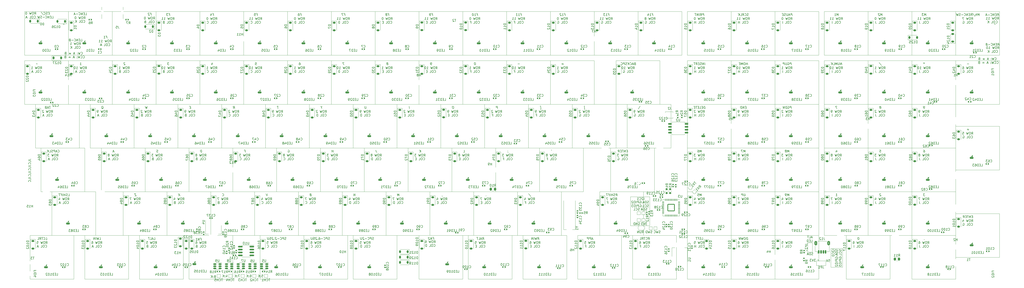
<source format=gbo>
%TF.GenerationSoftware,KiCad,Pcbnew,7.0.2*%
%TF.CreationDate,2023-05-18T15:06:11-05:00*%
%TF.ProjectId,Touch_Keyboard_10x12_Matrix,546f7563-685f-44b6-9579-626f6172645f,rev?*%
%TF.SameCoordinates,Original*%
%TF.FileFunction,Legend,Bot*%
%TF.FilePolarity,Positive*%
%FSLAX46Y46*%
G04 Gerber Fmt 4.6, Leading zero omitted, Abs format (unit mm)*
G04 Created by KiCad (PCBNEW 7.0.2) date 2023-05-18 15:06:11*
%MOMM*%
%LPD*%
G01*
G04 APERTURE LIST*
G04 Aperture macros list*
%AMRoundRect*
0 Rectangle with rounded corners*
0 $1 Rounding radius*
0 $2 $3 $4 $5 $6 $7 $8 $9 X,Y pos of 4 corners*
0 Add a 4 corners polygon primitive as box body*
4,1,4,$2,$3,$4,$5,$6,$7,$8,$9,$2,$3,0*
0 Add four circle primitives for the rounded corners*
1,1,$1+$1,$2,$3*
1,1,$1+$1,$4,$5*
1,1,$1+$1,$6,$7*
1,1,$1+$1,$8,$9*
0 Add four rect primitives between the rounded corners*
20,1,$1+$1,$2,$3,$4,$5,0*
20,1,$1+$1,$4,$5,$6,$7,0*
20,1,$1+$1,$6,$7,$8,$9,0*
20,1,$1+$1,$8,$9,$2,$3,0*%
%AMRotRect*
0 Rectangle, with rotation*
0 The origin of the aperture is its center*
0 $1 length*
0 $2 width*
0 $3 Rotation angle, in degrees counterclockwise*
0 Add horizontal line*
21,1,$1,$2,0,0,$3*%
%AMFreePoly0*
4,1,19,0.500000,-0.750000,0.000000,-0.750000,0.000000,-0.744911,-0.071157,-0.744911,-0.207708,-0.704816,-0.327430,-0.627875,-0.420627,-0.520320,-0.479746,-0.390866,-0.500000,-0.250000,-0.500000,0.250000,-0.479746,0.390866,-0.420627,0.520320,-0.327430,0.627875,-0.207708,0.704816,-0.071157,0.744911,0.000000,0.744911,0.000000,0.750000,0.500000,0.750000,0.500000,-0.750000,0.500000,-0.750000,
$1*%
%AMFreePoly1*
4,1,19,0.000000,0.744911,0.071157,0.744911,0.207708,0.704816,0.327430,0.627875,0.420627,0.520320,0.479746,0.390866,0.500000,0.250000,0.500000,-0.250000,0.479746,-0.390866,0.420627,-0.520320,0.327430,-0.627875,0.207708,-0.704816,0.071157,-0.744911,0.000000,-0.744911,0.000000,-0.750000,-0.500000,-0.750000,-0.500000,0.750000,0.000000,0.750000,0.000000,0.744911,0.000000,0.744911,
$1*%
G04 Aperture macros list end*
%ADD10C,0.120000*%
%ADD11C,0.150000*%
%ADD12C,0.200000*%
%ADD13C,0.100000*%
%ADD14FreePoly0,180.000000*%
%ADD15FreePoly1,180.000000*%
%ADD16R,2.100000X5.600000*%
%ADD17C,1.750000*%
%ADD18C,3.987800*%
%ADD19C,2.300000*%
%ADD20C,3.048000*%
%ADD21R,1.700000X0.820000*%
%ADD22RoundRect,0.205000X0.645000X0.205000X-0.645000X0.205000X-0.645000X-0.205000X0.645000X-0.205000X0*%
%ADD23R,1.000000X1.000000*%
%ADD24RoundRect,0.150000X0.650000X0.150000X-0.650000X0.150000X-0.650000X-0.150000X0.650000X-0.150000X0*%
%ADD25RoundRect,0.140000X0.140000X0.170000X-0.140000X0.170000X-0.140000X-0.170000X0.140000X-0.170000X0*%
%ADD26RoundRect,0.225000X-0.375000X0.225000X-0.375000X-0.225000X0.375000X-0.225000X0.375000X0.225000X0*%
%ADD27C,2.000000*%
%ADD28RoundRect,0.140000X0.170000X-0.140000X0.170000X0.140000X-0.170000X0.140000X-0.170000X-0.140000X0*%
%ADD29RoundRect,0.140000X-0.140000X-0.170000X0.140000X-0.170000X0.140000X0.170000X-0.140000X0.170000X0*%
%ADD30RoundRect,0.150000X0.512500X0.150000X-0.512500X0.150000X-0.512500X-0.150000X0.512500X-0.150000X0*%
%ADD31C,2.200000*%
%ADD32RoundRect,0.225000X0.225000X0.375000X-0.225000X0.375000X-0.225000X-0.375000X0.225000X-0.375000X0*%
%ADD33RoundRect,0.250000X0.262500X0.450000X-0.262500X0.450000X-0.262500X-0.450000X0.262500X-0.450000X0*%
%ADD34RoundRect,0.150000X0.825000X0.150000X-0.825000X0.150000X-0.825000X-0.150000X0.825000X-0.150000X0*%
%ADD35RoundRect,0.140000X-0.170000X0.140000X-0.170000X-0.140000X0.170000X-0.140000X0.170000X0.140000X0*%
%ADD36RoundRect,0.225000X-0.225000X-0.375000X0.225000X-0.375000X0.225000X0.375000X-0.225000X0.375000X0*%
%ADD37RotRect,1.000000X1.000000X225.000000*%
%ADD38R,1.000000X1.500000*%
%ADD39RoundRect,0.200000X-0.275000X0.200000X-0.275000X-0.200000X0.275000X-0.200000X0.275000X0.200000X0*%
%ADD40C,1.400000*%
%ADD41R,2.000000X2.000000*%
%ADD42RoundRect,0.050000X0.387500X0.050000X-0.387500X0.050000X-0.387500X-0.050000X0.387500X-0.050000X0*%
%ADD43RoundRect,0.050000X0.050000X0.387500X-0.050000X0.387500X-0.050000X-0.387500X0.050000X-0.387500X0*%
%ADD44RoundRect,0.144000X1.456000X1.456000X-1.456000X1.456000X-1.456000X-1.456000X1.456000X-1.456000X0*%
%ADD45R,1.500000X2.000000*%
%ADD46R,3.800000X2.000000*%
%ADD47C,0.800000*%
%ADD48R,0.900000X1.700000*%
%ADD49RoundRect,0.225000X0.375000X-0.225000X0.375000X0.225000X-0.375000X0.225000X-0.375000X-0.225000X0*%
%ADD50R,1.500000X1.000000*%
%ADD51RoundRect,0.200000X0.275000X-0.200000X0.275000X0.200000X-0.275000X0.200000X-0.275000X-0.200000X0*%
%ADD52RoundRect,0.150000X-0.150000X-0.625000X0.150000X-0.625000X0.150000X0.625000X-0.150000X0.625000X0*%
%ADD53RoundRect,0.250000X-0.350000X-0.650000X0.350000X-0.650000X0.350000X0.650000X-0.350000X0.650000X0*%
%ADD54R,0.600000X1.150000*%
%ADD55R,0.300000X1.150000*%
%ADD56O,1.000000X2.100000*%
%ADD57O,1.000000X1.800000*%
G04 APERTURE END LIST*
D10*
X440366150Y-139985750D02*
X445446150Y-139985750D01*
X445446150Y-148240750D01*
X440366150Y-148240750D01*
X440366150Y-139985750D01*
X353244150Y-117506750D02*
X361626150Y-117506750D01*
X361626150Y-130079750D01*
X353244150Y-130079750D01*
X353244150Y-117506750D01*
X161239200Y-134366000D02*
X180289200Y-134366000D01*
X180289200Y-153416000D01*
X161239200Y-153416000D01*
X161239200Y-134366000D01*
X261251700Y-134366000D02*
X280301700Y-134366000D01*
X280301700Y-153416000D01*
X261251700Y-153416000D01*
X261251700Y-134366000D01*
D11*
X404549695Y-38527700D02*
X404412791Y-38575319D01*
X404412791Y-38575319D02*
X404174695Y-38575319D01*
X404174695Y-38575319D02*
X404073505Y-38527700D01*
X404073505Y-38527700D02*
X404019933Y-38480080D01*
X404019933Y-38480080D02*
X403960410Y-38384842D01*
X403960410Y-38384842D02*
X403948505Y-38289604D01*
X403948505Y-38289604D02*
X403984219Y-38194366D01*
X403984219Y-38194366D02*
X404025886Y-38146747D01*
X404025886Y-38146747D02*
X404115172Y-38099128D01*
X404115172Y-38099128D02*
X404299695Y-38051509D01*
X404299695Y-38051509D02*
X404388981Y-38003890D01*
X404388981Y-38003890D02*
X404430648Y-37956271D01*
X404430648Y-37956271D02*
X404466362Y-37861033D01*
X404466362Y-37861033D02*
X404454457Y-37765795D01*
X404454457Y-37765795D02*
X404394933Y-37670557D01*
X404394933Y-37670557D02*
X404341362Y-37622938D01*
X404341362Y-37622938D02*
X404240172Y-37575319D01*
X404240172Y-37575319D02*
X404002076Y-37575319D01*
X404002076Y-37575319D02*
X403865172Y-37622938D01*
X402978266Y-38480080D02*
X403031838Y-38527700D01*
X403031838Y-38527700D02*
X403180647Y-38575319D01*
X403180647Y-38575319D02*
X403275885Y-38575319D01*
X403275885Y-38575319D02*
X403412790Y-38527700D01*
X403412790Y-38527700D02*
X403496123Y-38432461D01*
X403496123Y-38432461D02*
X403531838Y-38337223D01*
X403531838Y-38337223D02*
X403555647Y-38146747D01*
X403555647Y-38146747D02*
X403537790Y-38003890D01*
X403537790Y-38003890D02*
X403466362Y-37813414D01*
X403466362Y-37813414D02*
X403406838Y-37718176D01*
X403406838Y-37718176D02*
X403299695Y-37622938D01*
X403299695Y-37622938D02*
X403150885Y-37575319D01*
X403150885Y-37575319D02*
X403055647Y-37575319D01*
X403055647Y-37575319D02*
X402918743Y-37622938D01*
X402918743Y-37622938D02*
X402877076Y-37670557D01*
X401996123Y-38575319D02*
X402269933Y-38099128D01*
X402567552Y-38575319D02*
X402442552Y-37575319D01*
X402442552Y-37575319D02*
X402061599Y-37575319D01*
X402061599Y-37575319D02*
X401972314Y-37622938D01*
X401972314Y-37622938D02*
X401930647Y-37670557D01*
X401930647Y-37670557D02*
X401894933Y-37765795D01*
X401894933Y-37765795D02*
X401912790Y-37908652D01*
X401912790Y-37908652D02*
X401972314Y-38003890D01*
X401972314Y-38003890D02*
X402025885Y-38051509D01*
X402025885Y-38051509D02*
X402127075Y-38099128D01*
X402127075Y-38099128D02*
X402508028Y-38099128D01*
X401097313Y-38575319D02*
X401573504Y-38575319D01*
X401573504Y-38575319D02*
X401448504Y-37575319D01*
X400769933Y-38575319D02*
X400644933Y-37575319D01*
X400198504Y-38575319D02*
X400555647Y-38003890D01*
X400073504Y-37575319D02*
X400716361Y-38146747D01*
X461545230Y-97106569D02*
X462021421Y-97106569D01*
X462021421Y-97106569D02*
X462128564Y-97582759D01*
X462128564Y-97582759D02*
X462074992Y-97535140D01*
X462074992Y-97535140D02*
X461973802Y-97487521D01*
X461973802Y-97487521D02*
X461735706Y-97487521D01*
X461735706Y-97487521D02*
X461646421Y-97535140D01*
X461646421Y-97535140D02*
X461604754Y-97582759D01*
X461604754Y-97582759D02*
X461569040Y-97677997D01*
X461569040Y-97677997D02*
X461598802Y-97916092D01*
X461598802Y-97916092D02*
X461658325Y-98011330D01*
X461658325Y-98011330D02*
X461711897Y-98058950D01*
X461711897Y-98058950D02*
X461813087Y-98106569D01*
X461813087Y-98106569D02*
X462051183Y-98106569D01*
X462051183Y-98106569D02*
X462140468Y-98058950D01*
X462140468Y-98058950D02*
X462182135Y-98011330D01*
X113960111Y-60006569D02*
X114531540Y-60006569D01*
X114245825Y-60006569D02*
X114120825Y-59006569D01*
X114120825Y-59006569D02*
X114233921Y-59149426D01*
X114233921Y-59149426D02*
X114341064Y-59244664D01*
X114341064Y-59244664D02*
X114442254Y-59292283D01*
X423558029Y-38575319D02*
X423433029Y-37575319D01*
X423433029Y-37575319D02*
X423052076Y-37575319D01*
X423052076Y-37575319D02*
X422962791Y-37622938D01*
X422962791Y-37622938D02*
X422921124Y-37670557D01*
X422921124Y-37670557D02*
X422885410Y-37765795D01*
X422885410Y-37765795D02*
X422903267Y-37908652D01*
X422903267Y-37908652D02*
X422962791Y-38003890D01*
X422962791Y-38003890D02*
X423016362Y-38051509D01*
X423016362Y-38051509D02*
X423117552Y-38099128D01*
X423117552Y-38099128D02*
X423498505Y-38099128D01*
X422575885Y-38289604D02*
X422099695Y-38289604D01*
X422706838Y-38575319D02*
X422248504Y-37575319D01*
X422248504Y-37575319D02*
X422040171Y-38575319D01*
X421587791Y-37575319D02*
X421688981Y-38384842D01*
X421688981Y-38384842D02*
X421653267Y-38480080D01*
X421653267Y-38480080D02*
X421611600Y-38527700D01*
X421611600Y-38527700D02*
X421522314Y-38575319D01*
X421522314Y-38575319D02*
X421331838Y-38575319D01*
X421331838Y-38575319D02*
X421230648Y-38527700D01*
X421230648Y-38527700D02*
X421177076Y-38480080D01*
X421177076Y-38480080D02*
X421117553Y-38384842D01*
X421117553Y-38384842D02*
X421016362Y-37575319D01*
X420712790Y-38527700D02*
X420575886Y-38575319D01*
X420575886Y-38575319D02*
X420337790Y-38575319D01*
X420337790Y-38575319D02*
X420236600Y-38527700D01*
X420236600Y-38527700D02*
X420183028Y-38480080D01*
X420183028Y-38480080D02*
X420123505Y-38384842D01*
X420123505Y-38384842D02*
X420111600Y-38289604D01*
X420111600Y-38289604D02*
X420147314Y-38194366D01*
X420147314Y-38194366D02*
X420188981Y-38146747D01*
X420188981Y-38146747D02*
X420278267Y-38099128D01*
X420278267Y-38099128D02*
X420462790Y-38051509D01*
X420462790Y-38051509D02*
X420552076Y-38003890D01*
X420552076Y-38003890D02*
X420593743Y-37956271D01*
X420593743Y-37956271D02*
X420629457Y-37861033D01*
X420629457Y-37861033D02*
X420617552Y-37765795D01*
X420617552Y-37765795D02*
X420558028Y-37670557D01*
X420558028Y-37670557D02*
X420504457Y-37622938D01*
X420504457Y-37622938D02*
X420403267Y-37575319D01*
X420403267Y-37575319D02*
X420165171Y-37575319D01*
X420165171Y-37575319D02*
X420028267Y-37622938D01*
X419659218Y-38051509D02*
X419325885Y-38051509D01*
X419248504Y-38575319D02*
X419724695Y-38575319D01*
X419724695Y-38575319D02*
X419599695Y-37575319D01*
X419599695Y-37575319D02*
X419123504Y-37575319D01*
X360427435Y-123382750D02*
X360284578Y-123430369D01*
X360284578Y-123430369D02*
X360046483Y-123430369D01*
X360046483Y-123430369D02*
X359951245Y-123382750D01*
X359951245Y-123382750D02*
X359903626Y-123335130D01*
X359903626Y-123335130D02*
X359856007Y-123239892D01*
X359856007Y-123239892D02*
X359856007Y-123144654D01*
X359856007Y-123144654D02*
X359903626Y-123049416D01*
X359903626Y-123049416D02*
X359951245Y-123001797D01*
X359951245Y-123001797D02*
X360046483Y-122954178D01*
X360046483Y-122954178D02*
X360236959Y-122906559D01*
X360236959Y-122906559D02*
X360332197Y-122858940D01*
X360332197Y-122858940D02*
X360379816Y-122811321D01*
X360379816Y-122811321D02*
X360427435Y-122716083D01*
X360427435Y-122716083D02*
X360427435Y-122620845D01*
X360427435Y-122620845D02*
X360379816Y-122525607D01*
X360379816Y-122525607D02*
X360332197Y-122477988D01*
X360332197Y-122477988D02*
X360236959Y-122430369D01*
X360236959Y-122430369D02*
X359998864Y-122430369D01*
X359998864Y-122430369D02*
X359856007Y-122477988D01*
X359427435Y-123430369D02*
X359427435Y-122430369D01*
X359427435Y-122430369D02*
X359189340Y-122430369D01*
X359189340Y-122430369D02*
X359046483Y-122477988D01*
X359046483Y-122477988D02*
X358951245Y-122573226D01*
X358951245Y-122573226D02*
X358903626Y-122668464D01*
X358903626Y-122668464D02*
X358856007Y-122858940D01*
X358856007Y-122858940D02*
X358856007Y-123001797D01*
X358856007Y-123001797D02*
X358903626Y-123192273D01*
X358903626Y-123192273D02*
X358951245Y-123287511D01*
X358951245Y-123287511D02*
X359046483Y-123382750D01*
X359046483Y-123382750D02*
X359189340Y-123430369D01*
X359189340Y-123430369D02*
X359427435Y-123430369D01*
X358475054Y-123144654D02*
X357998864Y-123144654D01*
X358570292Y-123430369D02*
X358236959Y-122430369D01*
X358236959Y-122430369D02*
X357903626Y-123430369D01*
X238231540Y-78056569D02*
X238332730Y-78866092D01*
X238332730Y-78866092D02*
X238297016Y-78961330D01*
X238297016Y-78961330D02*
X238255349Y-79008950D01*
X238255349Y-79008950D02*
X238166063Y-79056569D01*
X238166063Y-79056569D02*
X237975587Y-79056569D01*
X237975587Y-79056569D02*
X237874397Y-79008950D01*
X237874397Y-79008950D02*
X237820825Y-78961330D01*
X237820825Y-78961330D02*
X237761302Y-78866092D01*
X237761302Y-78866092D02*
X237660111Y-78056569D01*
X96683307Y-61755619D02*
X97016640Y-61279428D01*
X97254735Y-61755619D02*
X97254735Y-60755619D01*
X97254735Y-60755619D02*
X96873783Y-60755619D01*
X96873783Y-60755619D02*
X96778545Y-60803238D01*
X96778545Y-60803238D02*
X96730926Y-60850857D01*
X96730926Y-60850857D02*
X96683307Y-60946095D01*
X96683307Y-60946095D02*
X96683307Y-61088952D01*
X96683307Y-61088952D02*
X96730926Y-61184190D01*
X96730926Y-61184190D02*
X96778545Y-61231809D01*
X96778545Y-61231809D02*
X96873783Y-61279428D01*
X96873783Y-61279428D02*
X97254735Y-61279428D01*
X96064259Y-60755619D02*
X95873783Y-60755619D01*
X95873783Y-60755619D02*
X95778545Y-60803238D01*
X95778545Y-60803238D02*
X95683307Y-60898476D01*
X95683307Y-60898476D02*
X95635688Y-61088952D01*
X95635688Y-61088952D02*
X95635688Y-61422285D01*
X95635688Y-61422285D02*
X95683307Y-61612761D01*
X95683307Y-61612761D02*
X95778545Y-61708000D01*
X95778545Y-61708000D02*
X95873783Y-61755619D01*
X95873783Y-61755619D02*
X96064259Y-61755619D01*
X96064259Y-61755619D02*
X96159497Y-61708000D01*
X96159497Y-61708000D02*
X96254735Y-61612761D01*
X96254735Y-61612761D02*
X96302354Y-61422285D01*
X96302354Y-61422285D02*
X96302354Y-61088952D01*
X96302354Y-61088952D02*
X96254735Y-60898476D01*
X96254735Y-60898476D02*
X96159497Y-60803238D01*
X96159497Y-60803238D02*
X96064259Y-60755619D01*
X95302354Y-60755619D02*
X95064259Y-61755619D01*
X95064259Y-61755619D02*
X94873783Y-61041333D01*
X94873783Y-61041333D02*
X94683307Y-61755619D01*
X94683307Y-61755619D02*
X94445212Y-60755619D01*
X92778545Y-61755619D02*
X93349973Y-61755619D01*
X93064259Y-61755619D02*
X93064259Y-60755619D01*
X93064259Y-60755619D02*
X93159497Y-60898476D01*
X93159497Y-60898476D02*
X93254735Y-60993714D01*
X93254735Y-60993714D02*
X93349973Y-61041333D01*
X96469021Y-63280380D02*
X96516640Y-63328000D01*
X96516640Y-63328000D02*
X96659497Y-63375619D01*
X96659497Y-63375619D02*
X96754735Y-63375619D01*
X96754735Y-63375619D02*
X96897592Y-63328000D01*
X96897592Y-63328000D02*
X96992830Y-63232761D01*
X96992830Y-63232761D02*
X97040449Y-63137523D01*
X97040449Y-63137523D02*
X97088068Y-62947047D01*
X97088068Y-62947047D02*
X97088068Y-62804190D01*
X97088068Y-62804190D02*
X97040449Y-62613714D01*
X97040449Y-62613714D02*
X96992830Y-62518476D01*
X96992830Y-62518476D02*
X96897592Y-62423238D01*
X96897592Y-62423238D02*
X96754735Y-62375619D01*
X96754735Y-62375619D02*
X96659497Y-62375619D01*
X96659497Y-62375619D02*
X96516640Y-62423238D01*
X96516640Y-62423238D02*
X96469021Y-62470857D01*
X95849973Y-62375619D02*
X95659497Y-62375619D01*
X95659497Y-62375619D02*
X95564259Y-62423238D01*
X95564259Y-62423238D02*
X95469021Y-62518476D01*
X95469021Y-62518476D02*
X95421402Y-62708952D01*
X95421402Y-62708952D02*
X95421402Y-63042285D01*
X95421402Y-63042285D02*
X95469021Y-63232761D01*
X95469021Y-63232761D02*
X95564259Y-63328000D01*
X95564259Y-63328000D02*
X95659497Y-63375619D01*
X95659497Y-63375619D02*
X95849973Y-63375619D01*
X95849973Y-63375619D02*
X95945211Y-63328000D01*
X95945211Y-63328000D02*
X96040449Y-63232761D01*
X96040449Y-63232761D02*
X96088068Y-63042285D01*
X96088068Y-63042285D02*
X96088068Y-62708952D01*
X96088068Y-62708952D02*
X96040449Y-62518476D01*
X96040449Y-62518476D02*
X95945211Y-62423238D01*
X95945211Y-62423238D02*
X95849973Y-62375619D01*
X94516640Y-63375619D02*
X94992830Y-63375619D01*
X94992830Y-63375619D02*
X94992830Y-62375619D01*
X93469020Y-63089904D02*
X92992830Y-63089904D01*
X93564258Y-63375619D02*
X93230925Y-62375619D01*
X93230925Y-62375619D02*
X92897592Y-63375619D01*
X168127157Y-137961969D02*
X168460490Y-137485778D01*
X168698585Y-137961969D02*
X168698585Y-136961969D01*
X168698585Y-136961969D02*
X168317633Y-136961969D01*
X168317633Y-136961969D02*
X168222395Y-137009588D01*
X168222395Y-137009588D02*
X168174776Y-137057207D01*
X168174776Y-137057207D02*
X168127157Y-137152445D01*
X168127157Y-137152445D02*
X168127157Y-137295302D01*
X168127157Y-137295302D02*
X168174776Y-137390540D01*
X168174776Y-137390540D02*
X168222395Y-137438159D01*
X168222395Y-137438159D02*
X168317633Y-137485778D01*
X168317633Y-137485778D02*
X168698585Y-137485778D01*
X167508109Y-136961969D02*
X167317633Y-136961969D01*
X167317633Y-136961969D02*
X167222395Y-137009588D01*
X167222395Y-137009588D02*
X167127157Y-137104826D01*
X167127157Y-137104826D02*
X167079538Y-137295302D01*
X167079538Y-137295302D02*
X167079538Y-137628635D01*
X167079538Y-137628635D02*
X167127157Y-137819111D01*
X167127157Y-137819111D02*
X167222395Y-137914350D01*
X167222395Y-137914350D02*
X167317633Y-137961969D01*
X167317633Y-137961969D02*
X167508109Y-137961969D01*
X167508109Y-137961969D02*
X167603347Y-137914350D01*
X167603347Y-137914350D02*
X167698585Y-137819111D01*
X167698585Y-137819111D02*
X167746204Y-137628635D01*
X167746204Y-137628635D02*
X167746204Y-137295302D01*
X167746204Y-137295302D02*
X167698585Y-137104826D01*
X167698585Y-137104826D02*
X167603347Y-137009588D01*
X167603347Y-137009588D02*
X167508109Y-136961969D01*
X166746204Y-136961969D02*
X166508109Y-137961969D01*
X166508109Y-137961969D02*
X166317633Y-137247683D01*
X166317633Y-137247683D02*
X166127157Y-137961969D01*
X166127157Y-137961969D02*
X165889062Y-136961969D01*
X164317633Y-136961969D02*
X164508109Y-136961969D01*
X164508109Y-136961969D02*
X164603347Y-137009588D01*
X164603347Y-137009588D02*
X164650966Y-137057207D01*
X164650966Y-137057207D02*
X164746204Y-137200064D01*
X164746204Y-137200064D02*
X164793823Y-137390540D01*
X164793823Y-137390540D02*
X164793823Y-137771492D01*
X164793823Y-137771492D02*
X164746204Y-137866730D01*
X164746204Y-137866730D02*
X164698585Y-137914350D01*
X164698585Y-137914350D02*
X164603347Y-137961969D01*
X164603347Y-137961969D02*
X164412871Y-137961969D01*
X164412871Y-137961969D02*
X164317633Y-137914350D01*
X164317633Y-137914350D02*
X164270014Y-137866730D01*
X164270014Y-137866730D02*
X164222395Y-137771492D01*
X164222395Y-137771492D02*
X164222395Y-137533397D01*
X164222395Y-137533397D02*
X164270014Y-137438159D01*
X164270014Y-137438159D02*
X164317633Y-137390540D01*
X164317633Y-137390540D02*
X164412871Y-137342921D01*
X164412871Y-137342921D02*
X164603347Y-137342921D01*
X164603347Y-137342921D02*
X164698585Y-137390540D01*
X164698585Y-137390540D02*
X164746204Y-137438159D01*
X164746204Y-137438159D02*
X164793823Y-137533397D01*
X167984300Y-139486730D02*
X168031919Y-139534350D01*
X168031919Y-139534350D02*
X168174776Y-139581969D01*
X168174776Y-139581969D02*
X168270014Y-139581969D01*
X168270014Y-139581969D02*
X168412871Y-139534350D01*
X168412871Y-139534350D02*
X168508109Y-139439111D01*
X168508109Y-139439111D02*
X168555728Y-139343873D01*
X168555728Y-139343873D02*
X168603347Y-139153397D01*
X168603347Y-139153397D02*
X168603347Y-139010540D01*
X168603347Y-139010540D02*
X168555728Y-138820064D01*
X168555728Y-138820064D02*
X168508109Y-138724826D01*
X168508109Y-138724826D02*
X168412871Y-138629588D01*
X168412871Y-138629588D02*
X168270014Y-138581969D01*
X168270014Y-138581969D02*
X168174776Y-138581969D01*
X168174776Y-138581969D02*
X168031919Y-138629588D01*
X168031919Y-138629588D02*
X167984300Y-138677207D01*
X167365252Y-138581969D02*
X167174776Y-138581969D01*
X167174776Y-138581969D02*
X167079538Y-138629588D01*
X167079538Y-138629588D02*
X166984300Y-138724826D01*
X166984300Y-138724826D02*
X166936681Y-138915302D01*
X166936681Y-138915302D02*
X166936681Y-139248635D01*
X166936681Y-139248635D02*
X166984300Y-139439111D01*
X166984300Y-139439111D02*
X167079538Y-139534350D01*
X167079538Y-139534350D02*
X167174776Y-139581969D01*
X167174776Y-139581969D02*
X167365252Y-139581969D01*
X167365252Y-139581969D02*
X167460490Y-139534350D01*
X167460490Y-139534350D02*
X167555728Y-139439111D01*
X167555728Y-139439111D02*
X167603347Y-139248635D01*
X167603347Y-139248635D02*
X167603347Y-138915302D01*
X167603347Y-138915302D02*
X167555728Y-138724826D01*
X167555728Y-138724826D02*
X167460490Y-138629588D01*
X167460490Y-138629588D02*
X167365252Y-138581969D01*
X166031919Y-139581969D02*
X166508109Y-139581969D01*
X166508109Y-139581969D02*
X166508109Y-138581969D01*
X164603347Y-139058159D02*
X164460490Y-139105778D01*
X164460490Y-139105778D02*
X164412871Y-139153397D01*
X164412871Y-139153397D02*
X164365252Y-139248635D01*
X164365252Y-139248635D02*
X164365252Y-139391492D01*
X164365252Y-139391492D02*
X164412871Y-139486730D01*
X164412871Y-139486730D02*
X164460490Y-139534350D01*
X164460490Y-139534350D02*
X164555728Y-139581969D01*
X164555728Y-139581969D02*
X164936680Y-139581969D01*
X164936680Y-139581969D02*
X164936680Y-138581969D01*
X164936680Y-138581969D02*
X164603347Y-138581969D01*
X164603347Y-138581969D02*
X164508109Y-138629588D01*
X164508109Y-138629588D02*
X164460490Y-138677207D01*
X164460490Y-138677207D02*
X164412871Y-138772445D01*
X164412871Y-138772445D02*
X164412871Y-138867683D01*
X164412871Y-138867683D02*
X164460490Y-138962921D01*
X164460490Y-138962921D02*
X164508109Y-139010540D01*
X164508109Y-139010540D02*
X164603347Y-139058159D01*
X164603347Y-139058159D02*
X164936680Y-139058159D01*
X504945827Y-38575319D02*
X504820827Y-37575319D01*
X504820827Y-37575319D02*
X504576779Y-38289604D01*
X504576779Y-38289604D02*
X504154160Y-37575319D01*
X504154160Y-37575319D02*
X504279160Y-38575319D01*
X503297017Y-37908652D02*
X503380350Y-38575319D01*
X503487493Y-37527700D02*
X503814874Y-38241985D01*
X503814874Y-38241985D02*
X503195826Y-38241985D01*
X502017255Y-37527700D02*
X503035112Y-38813414D01*
X501279159Y-38575319D02*
X501552969Y-38099128D01*
X501850588Y-38575319D02*
X501725588Y-37575319D01*
X501725588Y-37575319D02*
X501344635Y-37575319D01*
X501344635Y-37575319D02*
X501255350Y-37622938D01*
X501255350Y-37622938D02*
X501213683Y-37670557D01*
X501213683Y-37670557D02*
X501177969Y-37765795D01*
X501177969Y-37765795D02*
X501195826Y-37908652D01*
X501195826Y-37908652D02*
X501255350Y-38003890D01*
X501255350Y-38003890D02*
X501308921Y-38051509D01*
X501308921Y-38051509D02*
X501410111Y-38099128D01*
X501410111Y-38099128D02*
X501791064Y-38099128D01*
X500791063Y-38051509D02*
X500457730Y-38051509D01*
X500380349Y-38575319D02*
X500856540Y-38575319D01*
X500856540Y-38575319D02*
X500731540Y-37575319D01*
X500731540Y-37575319D02*
X500255349Y-37575319D01*
X499957730Y-38575319D02*
X499832730Y-37575319D01*
X499832730Y-37575319D02*
X499386301Y-38575319D01*
X499386301Y-38575319D02*
X499261301Y-37575319D01*
X498332729Y-38480080D02*
X498386301Y-38527700D01*
X498386301Y-38527700D02*
X498535110Y-38575319D01*
X498535110Y-38575319D02*
X498630348Y-38575319D01*
X498630348Y-38575319D02*
X498767253Y-38527700D01*
X498767253Y-38527700D02*
X498850586Y-38432461D01*
X498850586Y-38432461D02*
X498886301Y-38337223D01*
X498886301Y-38337223D02*
X498910110Y-38146747D01*
X498910110Y-38146747D02*
X498892253Y-38003890D01*
X498892253Y-38003890D02*
X498820825Y-37813414D01*
X498820825Y-37813414D02*
X498761301Y-37718176D01*
X498761301Y-37718176D02*
X498654158Y-37622938D01*
X498654158Y-37622938D02*
X498505348Y-37575319D01*
X498505348Y-37575319D02*
X498410110Y-37575319D01*
X498410110Y-37575319D02*
X498273206Y-37622938D01*
X498273206Y-37622938D02*
X498231539Y-37670557D01*
X497874396Y-38194366D02*
X497112491Y-38194366D01*
X496725586Y-38527700D02*
X496588682Y-38575319D01*
X496588682Y-38575319D02*
X496350586Y-38575319D01*
X496350586Y-38575319D02*
X496249396Y-38527700D01*
X496249396Y-38527700D02*
X496195824Y-38480080D01*
X496195824Y-38480080D02*
X496136301Y-38384842D01*
X496136301Y-38384842D02*
X496124396Y-38289604D01*
X496124396Y-38289604D02*
X496160110Y-38194366D01*
X496160110Y-38194366D02*
X496201777Y-38146747D01*
X496201777Y-38146747D02*
X496291063Y-38099128D01*
X496291063Y-38099128D02*
X496475586Y-38051509D01*
X496475586Y-38051509D02*
X496564872Y-38003890D01*
X496564872Y-38003890D02*
X496606539Y-37956271D01*
X496606539Y-37956271D02*
X496642253Y-37861033D01*
X496642253Y-37861033D02*
X496630348Y-37765795D01*
X496630348Y-37765795D02*
X496570824Y-37670557D01*
X496570824Y-37670557D02*
X496517253Y-37622938D01*
X496517253Y-37622938D02*
X496416063Y-37575319D01*
X496416063Y-37575319D02*
X496177967Y-37575319D01*
X496177967Y-37575319D02*
X496041063Y-37622938D01*
X495707729Y-37575319D02*
X495594634Y-38575319D01*
X495594634Y-38575319D02*
X495314872Y-37861033D01*
X495314872Y-37861033D02*
X495213681Y-38575319D01*
X495213681Y-38575319D02*
X494850586Y-37575319D01*
X403864557Y-99855619D02*
X404197890Y-99379428D01*
X404435985Y-99855619D02*
X404435985Y-98855619D01*
X404435985Y-98855619D02*
X404055033Y-98855619D01*
X404055033Y-98855619D02*
X403959795Y-98903238D01*
X403959795Y-98903238D02*
X403912176Y-98950857D01*
X403912176Y-98950857D02*
X403864557Y-99046095D01*
X403864557Y-99046095D02*
X403864557Y-99188952D01*
X403864557Y-99188952D02*
X403912176Y-99284190D01*
X403912176Y-99284190D02*
X403959795Y-99331809D01*
X403959795Y-99331809D02*
X404055033Y-99379428D01*
X404055033Y-99379428D02*
X404435985Y-99379428D01*
X403245509Y-98855619D02*
X403055033Y-98855619D01*
X403055033Y-98855619D02*
X402959795Y-98903238D01*
X402959795Y-98903238D02*
X402864557Y-98998476D01*
X402864557Y-98998476D02*
X402816938Y-99188952D01*
X402816938Y-99188952D02*
X402816938Y-99522285D01*
X402816938Y-99522285D02*
X402864557Y-99712761D01*
X402864557Y-99712761D02*
X402959795Y-99808000D01*
X402959795Y-99808000D02*
X403055033Y-99855619D01*
X403055033Y-99855619D02*
X403245509Y-99855619D01*
X403245509Y-99855619D02*
X403340747Y-99808000D01*
X403340747Y-99808000D02*
X403435985Y-99712761D01*
X403435985Y-99712761D02*
X403483604Y-99522285D01*
X403483604Y-99522285D02*
X403483604Y-99188952D01*
X403483604Y-99188952D02*
X403435985Y-98998476D01*
X403435985Y-98998476D02*
X403340747Y-98903238D01*
X403340747Y-98903238D02*
X403245509Y-98855619D01*
X402483604Y-98855619D02*
X402245509Y-99855619D01*
X402245509Y-99855619D02*
X402055033Y-99141333D01*
X402055033Y-99141333D02*
X401864557Y-99855619D01*
X401864557Y-99855619D02*
X401626462Y-98855619D01*
X400340747Y-99284190D02*
X400435985Y-99236571D01*
X400435985Y-99236571D02*
X400483604Y-99188952D01*
X400483604Y-99188952D02*
X400531223Y-99093714D01*
X400531223Y-99093714D02*
X400531223Y-99046095D01*
X400531223Y-99046095D02*
X400483604Y-98950857D01*
X400483604Y-98950857D02*
X400435985Y-98903238D01*
X400435985Y-98903238D02*
X400340747Y-98855619D01*
X400340747Y-98855619D02*
X400150271Y-98855619D01*
X400150271Y-98855619D02*
X400055033Y-98903238D01*
X400055033Y-98903238D02*
X400007414Y-98950857D01*
X400007414Y-98950857D02*
X399959795Y-99046095D01*
X399959795Y-99046095D02*
X399959795Y-99093714D01*
X399959795Y-99093714D02*
X400007414Y-99188952D01*
X400007414Y-99188952D02*
X400055033Y-99236571D01*
X400055033Y-99236571D02*
X400150271Y-99284190D01*
X400150271Y-99284190D02*
X400340747Y-99284190D01*
X400340747Y-99284190D02*
X400435985Y-99331809D01*
X400435985Y-99331809D02*
X400483604Y-99379428D01*
X400483604Y-99379428D02*
X400531223Y-99474666D01*
X400531223Y-99474666D02*
X400531223Y-99665142D01*
X400531223Y-99665142D02*
X400483604Y-99760380D01*
X400483604Y-99760380D02*
X400435985Y-99808000D01*
X400435985Y-99808000D02*
X400340747Y-99855619D01*
X400340747Y-99855619D02*
X400150271Y-99855619D01*
X400150271Y-99855619D02*
X400055033Y-99808000D01*
X400055033Y-99808000D02*
X400007414Y-99760380D01*
X400007414Y-99760380D02*
X399959795Y-99665142D01*
X399959795Y-99665142D02*
X399959795Y-99474666D01*
X399959795Y-99474666D02*
X400007414Y-99379428D01*
X400007414Y-99379428D02*
X400055033Y-99331809D01*
X400055033Y-99331809D02*
X400150271Y-99284190D01*
X403745509Y-101380380D02*
X403793128Y-101428000D01*
X403793128Y-101428000D02*
X403935985Y-101475619D01*
X403935985Y-101475619D02*
X404031223Y-101475619D01*
X404031223Y-101475619D02*
X404174080Y-101428000D01*
X404174080Y-101428000D02*
X404269318Y-101332761D01*
X404269318Y-101332761D02*
X404316937Y-101237523D01*
X404316937Y-101237523D02*
X404364556Y-101047047D01*
X404364556Y-101047047D02*
X404364556Y-100904190D01*
X404364556Y-100904190D02*
X404316937Y-100713714D01*
X404316937Y-100713714D02*
X404269318Y-100618476D01*
X404269318Y-100618476D02*
X404174080Y-100523238D01*
X404174080Y-100523238D02*
X404031223Y-100475619D01*
X404031223Y-100475619D02*
X403935985Y-100475619D01*
X403935985Y-100475619D02*
X403793128Y-100523238D01*
X403793128Y-100523238D02*
X403745509Y-100570857D01*
X403126461Y-100475619D02*
X402935985Y-100475619D01*
X402935985Y-100475619D02*
X402840747Y-100523238D01*
X402840747Y-100523238D02*
X402745509Y-100618476D01*
X402745509Y-100618476D02*
X402697890Y-100808952D01*
X402697890Y-100808952D02*
X402697890Y-101142285D01*
X402697890Y-101142285D02*
X402745509Y-101332761D01*
X402745509Y-101332761D02*
X402840747Y-101428000D01*
X402840747Y-101428000D02*
X402935985Y-101475619D01*
X402935985Y-101475619D02*
X403126461Y-101475619D01*
X403126461Y-101475619D02*
X403221699Y-101428000D01*
X403221699Y-101428000D02*
X403316937Y-101332761D01*
X403316937Y-101332761D02*
X403364556Y-101142285D01*
X403364556Y-101142285D02*
X403364556Y-100808952D01*
X403364556Y-100808952D02*
X403316937Y-100618476D01*
X403316937Y-100618476D02*
X403221699Y-100523238D01*
X403221699Y-100523238D02*
X403126461Y-100475619D01*
X401793128Y-101475619D02*
X402269318Y-101475619D01*
X402269318Y-101475619D02*
X402269318Y-100475619D01*
X400697889Y-101475619D02*
X400697889Y-100475619D01*
X400697889Y-100951809D02*
X400126461Y-100951809D01*
X400126461Y-101475619D02*
X400126461Y-100475619D01*
X185474992Y-97582759D02*
X185808325Y-97582759D01*
X185873802Y-98106569D02*
X185748802Y-97106569D01*
X185748802Y-97106569D02*
X185272611Y-97106569D01*
X171660706Y-38051509D02*
X171994039Y-38051509D01*
X172059516Y-38575319D02*
X171934516Y-37575319D01*
X171934516Y-37575319D02*
X171458325Y-37575319D01*
X170696421Y-37908652D02*
X170779754Y-38575319D01*
X170886897Y-37527700D02*
X171214278Y-38241985D01*
X171214278Y-38241985D02*
X170595230Y-38241985D01*
X480836302Y-59006569D02*
X480866063Y-59244664D01*
X481092254Y-59149426D02*
X480866063Y-59244664D01*
X480866063Y-59244664D02*
X480616063Y-59149426D01*
X481032730Y-59435140D02*
X480866063Y-59244664D01*
X480866063Y-59244664D02*
X480747016Y-59435140D01*
X158595807Y-118905619D02*
X158929140Y-118429428D01*
X159167235Y-118905619D02*
X159167235Y-117905619D01*
X159167235Y-117905619D02*
X158786283Y-117905619D01*
X158786283Y-117905619D02*
X158691045Y-117953238D01*
X158691045Y-117953238D02*
X158643426Y-118000857D01*
X158643426Y-118000857D02*
X158595807Y-118096095D01*
X158595807Y-118096095D02*
X158595807Y-118238952D01*
X158595807Y-118238952D02*
X158643426Y-118334190D01*
X158643426Y-118334190D02*
X158691045Y-118381809D01*
X158691045Y-118381809D02*
X158786283Y-118429428D01*
X158786283Y-118429428D02*
X159167235Y-118429428D01*
X157976759Y-117905619D02*
X157786283Y-117905619D01*
X157786283Y-117905619D02*
X157691045Y-117953238D01*
X157691045Y-117953238D02*
X157595807Y-118048476D01*
X157595807Y-118048476D02*
X157548188Y-118238952D01*
X157548188Y-118238952D02*
X157548188Y-118572285D01*
X157548188Y-118572285D02*
X157595807Y-118762761D01*
X157595807Y-118762761D02*
X157691045Y-118858000D01*
X157691045Y-118858000D02*
X157786283Y-118905619D01*
X157786283Y-118905619D02*
X157976759Y-118905619D01*
X157976759Y-118905619D02*
X158071997Y-118858000D01*
X158071997Y-118858000D02*
X158167235Y-118762761D01*
X158167235Y-118762761D02*
X158214854Y-118572285D01*
X158214854Y-118572285D02*
X158214854Y-118238952D01*
X158214854Y-118238952D02*
X158167235Y-118048476D01*
X158167235Y-118048476D02*
X158071997Y-117953238D01*
X158071997Y-117953238D02*
X157976759Y-117905619D01*
X157214854Y-117905619D02*
X156976759Y-118905619D01*
X156976759Y-118905619D02*
X156786283Y-118191333D01*
X156786283Y-118191333D02*
X156595807Y-118905619D01*
X156595807Y-118905619D02*
X156357712Y-117905619D01*
X154786283Y-118238952D02*
X154786283Y-118905619D01*
X155024378Y-117858000D02*
X155262473Y-118572285D01*
X155262473Y-118572285D02*
X154643426Y-118572285D01*
X158452950Y-120430380D02*
X158500569Y-120478000D01*
X158500569Y-120478000D02*
X158643426Y-120525619D01*
X158643426Y-120525619D02*
X158738664Y-120525619D01*
X158738664Y-120525619D02*
X158881521Y-120478000D01*
X158881521Y-120478000D02*
X158976759Y-120382761D01*
X158976759Y-120382761D02*
X159024378Y-120287523D01*
X159024378Y-120287523D02*
X159071997Y-120097047D01*
X159071997Y-120097047D02*
X159071997Y-119954190D01*
X159071997Y-119954190D02*
X159024378Y-119763714D01*
X159024378Y-119763714D02*
X158976759Y-119668476D01*
X158976759Y-119668476D02*
X158881521Y-119573238D01*
X158881521Y-119573238D02*
X158738664Y-119525619D01*
X158738664Y-119525619D02*
X158643426Y-119525619D01*
X158643426Y-119525619D02*
X158500569Y-119573238D01*
X158500569Y-119573238D02*
X158452950Y-119620857D01*
X157833902Y-119525619D02*
X157643426Y-119525619D01*
X157643426Y-119525619D02*
X157548188Y-119573238D01*
X157548188Y-119573238D02*
X157452950Y-119668476D01*
X157452950Y-119668476D02*
X157405331Y-119858952D01*
X157405331Y-119858952D02*
X157405331Y-120192285D01*
X157405331Y-120192285D02*
X157452950Y-120382761D01*
X157452950Y-120382761D02*
X157548188Y-120478000D01*
X157548188Y-120478000D02*
X157643426Y-120525619D01*
X157643426Y-120525619D02*
X157833902Y-120525619D01*
X157833902Y-120525619D02*
X157929140Y-120478000D01*
X157929140Y-120478000D02*
X158024378Y-120382761D01*
X158024378Y-120382761D02*
X158071997Y-120192285D01*
X158071997Y-120192285D02*
X158071997Y-119858952D01*
X158071997Y-119858952D02*
X158024378Y-119668476D01*
X158024378Y-119668476D02*
X157929140Y-119573238D01*
X157929140Y-119573238D02*
X157833902Y-119525619D01*
X156500569Y-120525619D02*
X156976759Y-120525619D01*
X156976759Y-120525619D02*
X156976759Y-119525619D01*
X155071997Y-120001809D02*
X154929140Y-120049428D01*
X154929140Y-120049428D02*
X154881521Y-120097047D01*
X154881521Y-120097047D02*
X154833902Y-120192285D01*
X154833902Y-120192285D02*
X154833902Y-120335142D01*
X154833902Y-120335142D02*
X154881521Y-120430380D01*
X154881521Y-120430380D02*
X154929140Y-120478000D01*
X154929140Y-120478000D02*
X155024378Y-120525619D01*
X155024378Y-120525619D02*
X155405330Y-120525619D01*
X155405330Y-120525619D02*
X155405330Y-119525619D01*
X155405330Y-119525619D02*
X155071997Y-119525619D01*
X155071997Y-119525619D02*
X154976759Y-119573238D01*
X154976759Y-119573238D02*
X154929140Y-119620857D01*
X154929140Y-119620857D02*
X154881521Y-119716095D01*
X154881521Y-119716095D02*
X154881521Y-119811333D01*
X154881521Y-119811333D02*
X154929140Y-119906571D01*
X154929140Y-119906571D02*
X154976759Y-119954190D01*
X154976759Y-119954190D02*
X155071997Y-120001809D01*
X155071997Y-120001809D02*
X155405330Y-120001809D01*
X444821997Y-61755619D02*
X445155330Y-61279428D01*
X445393425Y-61755619D02*
X445393425Y-60755619D01*
X445393425Y-60755619D02*
X445012473Y-60755619D01*
X445012473Y-60755619D02*
X444917235Y-60803238D01*
X444917235Y-60803238D02*
X444869616Y-60850857D01*
X444869616Y-60850857D02*
X444821997Y-60946095D01*
X444821997Y-60946095D02*
X444821997Y-61088952D01*
X444821997Y-61088952D02*
X444869616Y-61184190D01*
X444869616Y-61184190D02*
X444917235Y-61231809D01*
X444917235Y-61231809D02*
X445012473Y-61279428D01*
X445012473Y-61279428D02*
X445393425Y-61279428D01*
X444202949Y-60755619D02*
X444012473Y-60755619D01*
X444012473Y-60755619D02*
X443917235Y-60803238D01*
X443917235Y-60803238D02*
X443821997Y-60898476D01*
X443821997Y-60898476D02*
X443774378Y-61088952D01*
X443774378Y-61088952D02*
X443774378Y-61422285D01*
X443774378Y-61422285D02*
X443821997Y-61612761D01*
X443821997Y-61612761D02*
X443917235Y-61708000D01*
X443917235Y-61708000D02*
X444012473Y-61755619D01*
X444012473Y-61755619D02*
X444202949Y-61755619D01*
X444202949Y-61755619D02*
X444298187Y-61708000D01*
X444298187Y-61708000D02*
X444393425Y-61612761D01*
X444393425Y-61612761D02*
X444441044Y-61422285D01*
X444441044Y-61422285D02*
X444441044Y-61088952D01*
X444441044Y-61088952D02*
X444393425Y-60898476D01*
X444393425Y-60898476D02*
X444298187Y-60803238D01*
X444298187Y-60803238D02*
X444202949Y-60755619D01*
X443441044Y-60755619D02*
X443202949Y-61755619D01*
X443202949Y-61755619D02*
X443012473Y-61041333D01*
X443012473Y-61041333D02*
X442821997Y-61755619D01*
X442821997Y-61755619D02*
X442583902Y-60755619D01*
X440917235Y-61755619D02*
X441488663Y-61755619D01*
X441202949Y-61755619D02*
X441202949Y-60755619D01*
X441202949Y-60755619D02*
X441298187Y-60898476D01*
X441298187Y-60898476D02*
X441393425Y-60993714D01*
X441393425Y-60993714D02*
X441488663Y-61041333D01*
X440298187Y-60755619D02*
X440202949Y-60755619D01*
X440202949Y-60755619D02*
X440107711Y-60803238D01*
X440107711Y-60803238D02*
X440060092Y-60850857D01*
X440060092Y-60850857D02*
X440012473Y-60946095D01*
X440012473Y-60946095D02*
X439964854Y-61136571D01*
X439964854Y-61136571D02*
X439964854Y-61374666D01*
X439964854Y-61374666D02*
X440012473Y-61565142D01*
X440012473Y-61565142D02*
X440060092Y-61660380D01*
X440060092Y-61660380D02*
X440107711Y-61708000D01*
X440107711Y-61708000D02*
X440202949Y-61755619D01*
X440202949Y-61755619D02*
X440298187Y-61755619D01*
X440298187Y-61755619D02*
X440393425Y-61708000D01*
X440393425Y-61708000D02*
X440441044Y-61660380D01*
X440441044Y-61660380D02*
X440488663Y-61565142D01*
X440488663Y-61565142D02*
X440536282Y-61374666D01*
X440536282Y-61374666D02*
X440536282Y-61136571D01*
X440536282Y-61136571D02*
X440488663Y-60946095D01*
X440488663Y-60946095D02*
X440441044Y-60850857D01*
X440441044Y-60850857D02*
X440393425Y-60803238D01*
X440393425Y-60803238D02*
X440298187Y-60755619D01*
X443941045Y-63280380D02*
X443988664Y-63328000D01*
X443988664Y-63328000D02*
X444131521Y-63375619D01*
X444131521Y-63375619D02*
X444226759Y-63375619D01*
X444226759Y-63375619D02*
X444369616Y-63328000D01*
X444369616Y-63328000D02*
X444464854Y-63232761D01*
X444464854Y-63232761D02*
X444512473Y-63137523D01*
X444512473Y-63137523D02*
X444560092Y-62947047D01*
X444560092Y-62947047D02*
X444560092Y-62804190D01*
X444560092Y-62804190D02*
X444512473Y-62613714D01*
X444512473Y-62613714D02*
X444464854Y-62518476D01*
X444464854Y-62518476D02*
X444369616Y-62423238D01*
X444369616Y-62423238D02*
X444226759Y-62375619D01*
X444226759Y-62375619D02*
X444131521Y-62375619D01*
X444131521Y-62375619D02*
X443988664Y-62423238D01*
X443988664Y-62423238D02*
X443941045Y-62470857D01*
X443321997Y-62375619D02*
X443131521Y-62375619D01*
X443131521Y-62375619D02*
X443036283Y-62423238D01*
X443036283Y-62423238D02*
X442941045Y-62518476D01*
X442941045Y-62518476D02*
X442893426Y-62708952D01*
X442893426Y-62708952D02*
X442893426Y-63042285D01*
X442893426Y-63042285D02*
X442941045Y-63232761D01*
X442941045Y-63232761D02*
X443036283Y-63328000D01*
X443036283Y-63328000D02*
X443131521Y-63375619D01*
X443131521Y-63375619D02*
X443321997Y-63375619D01*
X443321997Y-63375619D02*
X443417235Y-63328000D01*
X443417235Y-63328000D02*
X443512473Y-63232761D01*
X443512473Y-63232761D02*
X443560092Y-63042285D01*
X443560092Y-63042285D02*
X443560092Y-62708952D01*
X443560092Y-62708952D02*
X443512473Y-62518476D01*
X443512473Y-62518476D02*
X443417235Y-62423238D01*
X443417235Y-62423238D02*
X443321997Y-62375619D01*
X441988664Y-63375619D02*
X442464854Y-63375619D01*
X442464854Y-63375619D02*
X442464854Y-62375619D01*
X440893425Y-63375619D02*
X440893425Y-62375619D01*
X501495807Y-40324369D02*
X501829140Y-39848178D01*
X502067235Y-40324369D02*
X502067235Y-39324369D01*
X502067235Y-39324369D02*
X501686283Y-39324369D01*
X501686283Y-39324369D02*
X501591045Y-39371988D01*
X501591045Y-39371988D02*
X501543426Y-39419607D01*
X501543426Y-39419607D02*
X501495807Y-39514845D01*
X501495807Y-39514845D02*
X501495807Y-39657702D01*
X501495807Y-39657702D02*
X501543426Y-39752940D01*
X501543426Y-39752940D02*
X501591045Y-39800559D01*
X501591045Y-39800559D02*
X501686283Y-39848178D01*
X501686283Y-39848178D02*
X502067235Y-39848178D01*
X500876759Y-39324369D02*
X500686283Y-39324369D01*
X500686283Y-39324369D02*
X500591045Y-39371988D01*
X500591045Y-39371988D02*
X500495807Y-39467226D01*
X500495807Y-39467226D02*
X500448188Y-39657702D01*
X500448188Y-39657702D02*
X500448188Y-39991035D01*
X500448188Y-39991035D02*
X500495807Y-40181511D01*
X500495807Y-40181511D02*
X500591045Y-40276750D01*
X500591045Y-40276750D02*
X500686283Y-40324369D01*
X500686283Y-40324369D02*
X500876759Y-40324369D01*
X500876759Y-40324369D02*
X500971997Y-40276750D01*
X500971997Y-40276750D02*
X501067235Y-40181511D01*
X501067235Y-40181511D02*
X501114854Y-39991035D01*
X501114854Y-39991035D02*
X501114854Y-39657702D01*
X501114854Y-39657702D02*
X501067235Y-39467226D01*
X501067235Y-39467226D02*
X500971997Y-39371988D01*
X500971997Y-39371988D02*
X500876759Y-39324369D01*
X500114854Y-39324369D02*
X499876759Y-40324369D01*
X499876759Y-40324369D02*
X499686283Y-39610083D01*
X499686283Y-39610083D02*
X499495807Y-40324369D01*
X499495807Y-40324369D02*
X499257712Y-39324369D01*
X498210092Y-39324369D02*
X497543426Y-39324369D01*
X497543426Y-39324369D02*
X497971997Y-40324369D01*
X501352950Y-41849130D02*
X501400569Y-41896750D01*
X501400569Y-41896750D02*
X501543426Y-41944369D01*
X501543426Y-41944369D02*
X501638664Y-41944369D01*
X501638664Y-41944369D02*
X501781521Y-41896750D01*
X501781521Y-41896750D02*
X501876759Y-41801511D01*
X501876759Y-41801511D02*
X501924378Y-41706273D01*
X501924378Y-41706273D02*
X501971997Y-41515797D01*
X501971997Y-41515797D02*
X501971997Y-41372940D01*
X501971997Y-41372940D02*
X501924378Y-41182464D01*
X501924378Y-41182464D02*
X501876759Y-41087226D01*
X501876759Y-41087226D02*
X501781521Y-40991988D01*
X501781521Y-40991988D02*
X501638664Y-40944369D01*
X501638664Y-40944369D02*
X501543426Y-40944369D01*
X501543426Y-40944369D02*
X501400569Y-40991988D01*
X501400569Y-40991988D02*
X501352950Y-41039607D01*
X500733902Y-40944369D02*
X500543426Y-40944369D01*
X500543426Y-40944369D02*
X500448188Y-40991988D01*
X500448188Y-40991988D02*
X500352950Y-41087226D01*
X500352950Y-41087226D02*
X500305331Y-41277702D01*
X500305331Y-41277702D02*
X500305331Y-41611035D01*
X500305331Y-41611035D02*
X500352950Y-41801511D01*
X500352950Y-41801511D02*
X500448188Y-41896750D01*
X500448188Y-41896750D02*
X500543426Y-41944369D01*
X500543426Y-41944369D02*
X500733902Y-41944369D01*
X500733902Y-41944369D02*
X500829140Y-41896750D01*
X500829140Y-41896750D02*
X500924378Y-41801511D01*
X500924378Y-41801511D02*
X500971997Y-41611035D01*
X500971997Y-41611035D02*
X500971997Y-41277702D01*
X500971997Y-41277702D02*
X500924378Y-41087226D01*
X500924378Y-41087226D02*
X500829140Y-40991988D01*
X500829140Y-40991988D02*
X500733902Y-40944369D01*
X499400569Y-41944369D02*
X499876759Y-41944369D01*
X499876759Y-41944369D02*
X499876759Y-40944369D01*
X497781521Y-40991988D02*
X497876759Y-40944369D01*
X497876759Y-40944369D02*
X498019616Y-40944369D01*
X498019616Y-40944369D02*
X498162473Y-40991988D01*
X498162473Y-40991988D02*
X498257711Y-41087226D01*
X498257711Y-41087226D02*
X498305330Y-41182464D01*
X498305330Y-41182464D02*
X498352949Y-41372940D01*
X498352949Y-41372940D02*
X498352949Y-41515797D01*
X498352949Y-41515797D02*
X498305330Y-41706273D01*
X498305330Y-41706273D02*
X498257711Y-41801511D01*
X498257711Y-41801511D02*
X498162473Y-41896750D01*
X498162473Y-41896750D02*
X498019616Y-41944369D01*
X498019616Y-41944369D02*
X497924378Y-41944369D01*
X497924378Y-41944369D02*
X497781521Y-41896750D01*
X497781521Y-41896750D02*
X497733902Y-41849130D01*
X497733902Y-41849130D02*
X497733902Y-41515797D01*
X497733902Y-41515797D02*
X497924378Y-41515797D01*
X210983307Y-61755619D02*
X211316640Y-61279428D01*
X211554735Y-61755619D02*
X211554735Y-60755619D01*
X211554735Y-60755619D02*
X211173783Y-60755619D01*
X211173783Y-60755619D02*
X211078545Y-60803238D01*
X211078545Y-60803238D02*
X211030926Y-60850857D01*
X211030926Y-60850857D02*
X210983307Y-60946095D01*
X210983307Y-60946095D02*
X210983307Y-61088952D01*
X210983307Y-61088952D02*
X211030926Y-61184190D01*
X211030926Y-61184190D02*
X211078545Y-61231809D01*
X211078545Y-61231809D02*
X211173783Y-61279428D01*
X211173783Y-61279428D02*
X211554735Y-61279428D01*
X210364259Y-60755619D02*
X210173783Y-60755619D01*
X210173783Y-60755619D02*
X210078545Y-60803238D01*
X210078545Y-60803238D02*
X209983307Y-60898476D01*
X209983307Y-60898476D02*
X209935688Y-61088952D01*
X209935688Y-61088952D02*
X209935688Y-61422285D01*
X209935688Y-61422285D02*
X209983307Y-61612761D01*
X209983307Y-61612761D02*
X210078545Y-61708000D01*
X210078545Y-61708000D02*
X210173783Y-61755619D01*
X210173783Y-61755619D02*
X210364259Y-61755619D01*
X210364259Y-61755619D02*
X210459497Y-61708000D01*
X210459497Y-61708000D02*
X210554735Y-61612761D01*
X210554735Y-61612761D02*
X210602354Y-61422285D01*
X210602354Y-61422285D02*
X210602354Y-61088952D01*
X210602354Y-61088952D02*
X210554735Y-60898476D01*
X210554735Y-60898476D02*
X210459497Y-60803238D01*
X210459497Y-60803238D02*
X210364259Y-60755619D01*
X209602354Y-60755619D02*
X209364259Y-61755619D01*
X209364259Y-61755619D02*
X209173783Y-61041333D01*
X209173783Y-61041333D02*
X208983307Y-61755619D01*
X208983307Y-61755619D02*
X208745212Y-60755619D01*
X207078545Y-61755619D02*
X207649973Y-61755619D01*
X207364259Y-61755619D02*
X207364259Y-60755619D01*
X207364259Y-60755619D02*
X207459497Y-60898476D01*
X207459497Y-60898476D02*
X207554735Y-60993714D01*
X207554735Y-60993714D02*
X207649973Y-61041333D01*
X210840450Y-63280380D02*
X210888069Y-63328000D01*
X210888069Y-63328000D02*
X211030926Y-63375619D01*
X211030926Y-63375619D02*
X211126164Y-63375619D01*
X211126164Y-63375619D02*
X211269021Y-63328000D01*
X211269021Y-63328000D02*
X211364259Y-63232761D01*
X211364259Y-63232761D02*
X211411878Y-63137523D01*
X211411878Y-63137523D02*
X211459497Y-62947047D01*
X211459497Y-62947047D02*
X211459497Y-62804190D01*
X211459497Y-62804190D02*
X211411878Y-62613714D01*
X211411878Y-62613714D02*
X211364259Y-62518476D01*
X211364259Y-62518476D02*
X211269021Y-62423238D01*
X211269021Y-62423238D02*
X211126164Y-62375619D01*
X211126164Y-62375619D02*
X211030926Y-62375619D01*
X211030926Y-62375619D02*
X210888069Y-62423238D01*
X210888069Y-62423238D02*
X210840450Y-62470857D01*
X210221402Y-62375619D02*
X210030926Y-62375619D01*
X210030926Y-62375619D02*
X209935688Y-62423238D01*
X209935688Y-62423238D02*
X209840450Y-62518476D01*
X209840450Y-62518476D02*
X209792831Y-62708952D01*
X209792831Y-62708952D02*
X209792831Y-63042285D01*
X209792831Y-63042285D02*
X209840450Y-63232761D01*
X209840450Y-63232761D02*
X209935688Y-63328000D01*
X209935688Y-63328000D02*
X210030926Y-63375619D01*
X210030926Y-63375619D02*
X210221402Y-63375619D01*
X210221402Y-63375619D02*
X210316640Y-63328000D01*
X210316640Y-63328000D02*
X210411878Y-63232761D01*
X210411878Y-63232761D02*
X210459497Y-63042285D01*
X210459497Y-63042285D02*
X210459497Y-62708952D01*
X210459497Y-62708952D02*
X210411878Y-62518476D01*
X210411878Y-62518476D02*
X210316640Y-62423238D01*
X210316640Y-62423238D02*
X210221402Y-62375619D01*
X208888069Y-63375619D02*
X209364259Y-63375619D01*
X209364259Y-63375619D02*
X209364259Y-62375619D01*
X207792830Y-63375619D02*
X207792830Y-62375619D01*
X207792830Y-62375619D02*
X207554735Y-62375619D01*
X207554735Y-62375619D02*
X207411878Y-62423238D01*
X207411878Y-62423238D02*
X207316640Y-62518476D01*
X207316640Y-62518476D02*
X207269021Y-62613714D01*
X207269021Y-62613714D02*
X207221402Y-62804190D01*
X207221402Y-62804190D02*
X207221402Y-62947047D01*
X207221402Y-62947047D02*
X207269021Y-63137523D01*
X207269021Y-63137523D02*
X207316640Y-63232761D01*
X207316640Y-63232761D02*
X207411878Y-63328000D01*
X207411878Y-63328000D02*
X207554735Y-63375619D01*
X207554735Y-63375619D02*
X207792830Y-63375619D01*
X351477057Y-99855619D02*
X351810390Y-99379428D01*
X352048485Y-99855619D02*
X352048485Y-98855619D01*
X352048485Y-98855619D02*
X351667533Y-98855619D01*
X351667533Y-98855619D02*
X351572295Y-98903238D01*
X351572295Y-98903238D02*
X351524676Y-98950857D01*
X351524676Y-98950857D02*
X351477057Y-99046095D01*
X351477057Y-99046095D02*
X351477057Y-99188952D01*
X351477057Y-99188952D02*
X351524676Y-99284190D01*
X351524676Y-99284190D02*
X351572295Y-99331809D01*
X351572295Y-99331809D02*
X351667533Y-99379428D01*
X351667533Y-99379428D02*
X352048485Y-99379428D01*
X350858009Y-98855619D02*
X350667533Y-98855619D01*
X350667533Y-98855619D02*
X350572295Y-98903238D01*
X350572295Y-98903238D02*
X350477057Y-98998476D01*
X350477057Y-98998476D02*
X350429438Y-99188952D01*
X350429438Y-99188952D02*
X350429438Y-99522285D01*
X350429438Y-99522285D02*
X350477057Y-99712761D01*
X350477057Y-99712761D02*
X350572295Y-99808000D01*
X350572295Y-99808000D02*
X350667533Y-99855619D01*
X350667533Y-99855619D02*
X350858009Y-99855619D01*
X350858009Y-99855619D02*
X350953247Y-99808000D01*
X350953247Y-99808000D02*
X351048485Y-99712761D01*
X351048485Y-99712761D02*
X351096104Y-99522285D01*
X351096104Y-99522285D02*
X351096104Y-99188952D01*
X351096104Y-99188952D02*
X351048485Y-98998476D01*
X351048485Y-98998476D02*
X350953247Y-98903238D01*
X350953247Y-98903238D02*
X350858009Y-98855619D01*
X350096104Y-98855619D02*
X349858009Y-99855619D01*
X349858009Y-99855619D02*
X349667533Y-99141333D01*
X349667533Y-99141333D02*
X349477057Y-99855619D01*
X349477057Y-99855619D02*
X349238962Y-98855619D01*
X348191342Y-98855619D02*
X347572295Y-98855619D01*
X347572295Y-98855619D02*
X347905628Y-99236571D01*
X347905628Y-99236571D02*
X347762771Y-99236571D01*
X347762771Y-99236571D02*
X347667533Y-99284190D01*
X347667533Y-99284190D02*
X347619914Y-99331809D01*
X347619914Y-99331809D02*
X347572295Y-99427047D01*
X347572295Y-99427047D02*
X347572295Y-99665142D01*
X347572295Y-99665142D02*
X347619914Y-99760380D01*
X347619914Y-99760380D02*
X347667533Y-99808000D01*
X347667533Y-99808000D02*
X347762771Y-99855619D01*
X347762771Y-99855619D02*
X348048485Y-99855619D01*
X348048485Y-99855619D02*
X348143723Y-99808000D01*
X348143723Y-99808000D02*
X348191342Y-99760380D01*
X351334200Y-101380380D02*
X351381819Y-101428000D01*
X351381819Y-101428000D02*
X351524676Y-101475619D01*
X351524676Y-101475619D02*
X351619914Y-101475619D01*
X351619914Y-101475619D02*
X351762771Y-101428000D01*
X351762771Y-101428000D02*
X351858009Y-101332761D01*
X351858009Y-101332761D02*
X351905628Y-101237523D01*
X351905628Y-101237523D02*
X351953247Y-101047047D01*
X351953247Y-101047047D02*
X351953247Y-100904190D01*
X351953247Y-100904190D02*
X351905628Y-100713714D01*
X351905628Y-100713714D02*
X351858009Y-100618476D01*
X351858009Y-100618476D02*
X351762771Y-100523238D01*
X351762771Y-100523238D02*
X351619914Y-100475619D01*
X351619914Y-100475619D02*
X351524676Y-100475619D01*
X351524676Y-100475619D02*
X351381819Y-100523238D01*
X351381819Y-100523238D02*
X351334200Y-100570857D01*
X350715152Y-100475619D02*
X350524676Y-100475619D01*
X350524676Y-100475619D02*
X350429438Y-100523238D01*
X350429438Y-100523238D02*
X350334200Y-100618476D01*
X350334200Y-100618476D02*
X350286581Y-100808952D01*
X350286581Y-100808952D02*
X350286581Y-101142285D01*
X350286581Y-101142285D02*
X350334200Y-101332761D01*
X350334200Y-101332761D02*
X350429438Y-101428000D01*
X350429438Y-101428000D02*
X350524676Y-101475619D01*
X350524676Y-101475619D02*
X350715152Y-101475619D01*
X350715152Y-101475619D02*
X350810390Y-101428000D01*
X350810390Y-101428000D02*
X350905628Y-101332761D01*
X350905628Y-101332761D02*
X350953247Y-101142285D01*
X350953247Y-101142285D02*
X350953247Y-100808952D01*
X350953247Y-100808952D02*
X350905628Y-100618476D01*
X350905628Y-100618476D02*
X350810390Y-100523238D01*
X350810390Y-100523238D02*
X350715152Y-100475619D01*
X349381819Y-101475619D02*
X349858009Y-101475619D01*
X349858009Y-101475619D02*
X349858009Y-100475619D01*
X347762771Y-100523238D02*
X347858009Y-100475619D01*
X347858009Y-100475619D02*
X348000866Y-100475619D01*
X348000866Y-100475619D02*
X348143723Y-100523238D01*
X348143723Y-100523238D02*
X348238961Y-100618476D01*
X348238961Y-100618476D02*
X348286580Y-100713714D01*
X348286580Y-100713714D02*
X348334199Y-100904190D01*
X348334199Y-100904190D02*
X348334199Y-101047047D01*
X348334199Y-101047047D02*
X348286580Y-101237523D01*
X348286580Y-101237523D02*
X348238961Y-101332761D01*
X348238961Y-101332761D02*
X348143723Y-101428000D01*
X348143723Y-101428000D02*
X348000866Y-101475619D01*
X348000866Y-101475619D02*
X347905628Y-101475619D01*
X347905628Y-101475619D02*
X347762771Y-101428000D01*
X347762771Y-101428000D02*
X347715152Y-101380380D01*
X347715152Y-101380380D02*
X347715152Y-101047047D01*
X347715152Y-101047047D02*
X347905628Y-101047047D01*
X242565468Y-97106569D02*
X242654754Y-97820854D01*
X242654754Y-97820854D02*
X242720230Y-97963711D01*
X242720230Y-97963711D02*
X242827373Y-98058950D01*
X242827373Y-98058950D02*
X242976183Y-98106569D01*
X242976183Y-98106569D02*
X243071421Y-98106569D01*
X182408307Y-80805619D02*
X182741640Y-80329428D01*
X182979735Y-80805619D02*
X182979735Y-79805619D01*
X182979735Y-79805619D02*
X182598783Y-79805619D01*
X182598783Y-79805619D02*
X182503545Y-79853238D01*
X182503545Y-79853238D02*
X182455926Y-79900857D01*
X182455926Y-79900857D02*
X182408307Y-79996095D01*
X182408307Y-79996095D02*
X182408307Y-80138952D01*
X182408307Y-80138952D02*
X182455926Y-80234190D01*
X182455926Y-80234190D02*
X182503545Y-80281809D01*
X182503545Y-80281809D02*
X182598783Y-80329428D01*
X182598783Y-80329428D02*
X182979735Y-80329428D01*
X181789259Y-79805619D02*
X181598783Y-79805619D01*
X181598783Y-79805619D02*
X181503545Y-79853238D01*
X181503545Y-79853238D02*
X181408307Y-79948476D01*
X181408307Y-79948476D02*
X181360688Y-80138952D01*
X181360688Y-80138952D02*
X181360688Y-80472285D01*
X181360688Y-80472285D02*
X181408307Y-80662761D01*
X181408307Y-80662761D02*
X181503545Y-80758000D01*
X181503545Y-80758000D02*
X181598783Y-80805619D01*
X181598783Y-80805619D02*
X181789259Y-80805619D01*
X181789259Y-80805619D02*
X181884497Y-80758000D01*
X181884497Y-80758000D02*
X181979735Y-80662761D01*
X181979735Y-80662761D02*
X182027354Y-80472285D01*
X182027354Y-80472285D02*
X182027354Y-80138952D01*
X182027354Y-80138952D02*
X181979735Y-79948476D01*
X181979735Y-79948476D02*
X181884497Y-79853238D01*
X181884497Y-79853238D02*
X181789259Y-79805619D01*
X181027354Y-79805619D02*
X180789259Y-80805619D01*
X180789259Y-80805619D02*
X180598783Y-80091333D01*
X180598783Y-80091333D02*
X180408307Y-80805619D01*
X180408307Y-80805619D02*
X180170212Y-79805619D01*
X179074973Y-79900857D02*
X179027354Y-79853238D01*
X179027354Y-79853238D02*
X178932116Y-79805619D01*
X178932116Y-79805619D02*
X178694021Y-79805619D01*
X178694021Y-79805619D02*
X178598783Y-79853238D01*
X178598783Y-79853238D02*
X178551164Y-79900857D01*
X178551164Y-79900857D02*
X178503545Y-79996095D01*
X178503545Y-79996095D02*
X178503545Y-80091333D01*
X178503545Y-80091333D02*
X178551164Y-80234190D01*
X178551164Y-80234190D02*
X179122592Y-80805619D01*
X179122592Y-80805619D02*
X178503545Y-80805619D01*
X182265450Y-82330380D02*
X182313069Y-82378000D01*
X182313069Y-82378000D02*
X182455926Y-82425619D01*
X182455926Y-82425619D02*
X182551164Y-82425619D01*
X182551164Y-82425619D02*
X182694021Y-82378000D01*
X182694021Y-82378000D02*
X182789259Y-82282761D01*
X182789259Y-82282761D02*
X182836878Y-82187523D01*
X182836878Y-82187523D02*
X182884497Y-81997047D01*
X182884497Y-81997047D02*
X182884497Y-81854190D01*
X182884497Y-81854190D02*
X182836878Y-81663714D01*
X182836878Y-81663714D02*
X182789259Y-81568476D01*
X182789259Y-81568476D02*
X182694021Y-81473238D01*
X182694021Y-81473238D02*
X182551164Y-81425619D01*
X182551164Y-81425619D02*
X182455926Y-81425619D01*
X182455926Y-81425619D02*
X182313069Y-81473238D01*
X182313069Y-81473238D02*
X182265450Y-81520857D01*
X181646402Y-81425619D02*
X181455926Y-81425619D01*
X181455926Y-81425619D02*
X181360688Y-81473238D01*
X181360688Y-81473238D02*
X181265450Y-81568476D01*
X181265450Y-81568476D02*
X181217831Y-81758952D01*
X181217831Y-81758952D02*
X181217831Y-82092285D01*
X181217831Y-82092285D02*
X181265450Y-82282761D01*
X181265450Y-82282761D02*
X181360688Y-82378000D01*
X181360688Y-82378000D02*
X181455926Y-82425619D01*
X181455926Y-82425619D02*
X181646402Y-82425619D01*
X181646402Y-82425619D02*
X181741640Y-82378000D01*
X181741640Y-82378000D02*
X181836878Y-82282761D01*
X181836878Y-82282761D02*
X181884497Y-82092285D01*
X181884497Y-82092285D02*
X181884497Y-81758952D01*
X181884497Y-81758952D02*
X181836878Y-81568476D01*
X181836878Y-81568476D02*
X181741640Y-81473238D01*
X181741640Y-81473238D02*
X181646402Y-81425619D01*
X180313069Y-82425619D02*
X180789259Y-82425619D01*
X180789259Y-82425619D02*
X180789259Y-81425619D01*
X178646402Y-82330380D02*
X178694021Y-82378000D01*
X178694021Y-82378000D02*
X178836878Y-82425619D01*
X178836878Y-82425619D02*
X178932116Y-82425619D01*
X178932116Y-82425619D02*
X179074973Y-82378000D01*
X179074973Y-82378000D02*
X179170211Y-82282761D01*
X179170211Y-82282761D02*
X179217830Y-82187523D01*
X179217830Y-82187523D02*
X179265449Y-81997047D01*
X179265449Y-81997047D02*
X179265449Y-81854190D01*
X179265449Y-81854190D02*
X179217830Y-81663714D01*
X179217830Y-81663714D02*
X179170211Y-81568476D01*
X179170211Y-81568476D02*
X179074973Y-81473238D01*
X179074973Y-81473238D02*
X178932116Y-81425619D01*
X178932116Y-81425619D02*
X178836878Y-81425619D01*
X178836878Y-81425619D02*
X178694021Y-81473238D01*
X178694021Y-81473238D02*
X178646402Y-81520857D01*
X239558307Y-80805619D02*
X239891640Y-80329428D01*
X240129735Y-80805619D02*
X240129735Y-79805619D01*
X240129735Y-79805619D02*
X239748783Y-79805619D01*
X239748783Y-79805619D02*
X239653545Y-79853238D01*
X239653545Y-79853238D02*
X239605926Y-79900857D01*
X239605926Y-79900857D02*
X239558307Y-79996095D01*
X239558307Y-79996095D02*
X239558307Y-80138952D01*
X239558307Y-80138952D02*
X239605926Y-80234190D01*
X239605926Y-80234190D02*
X239653545Y-80281809D01*
X239653545Y-80281809D02*
X239748783Y-80329428D01*
X239748783Y-80329428D02*
X240129735Y-80329428D01*
X238939259Y-79805619D02*
X238748783Y-79805619D01*
X238748783Y-79805619D02*
X238653545Y-79853238D01*
X238653545Y-79853238D02*
X238558307Y-79948476D01*
X238558307Y-79948476D02*
X238510688Y-80138952D01*
X238510688Y-80138952D02*
X238510688Y-80472285D01*
X238510688Y-80472285D02*
X238558307Y-80662761D01*
X238558307Y-80662761D02*
X238653545Y-80758000D01*
X238653545Y-80758000D02*
X238748783Y-80805619D01*
X238748783Y-80805619D02*
X238939259Y-80805619D01*
X238939259Y-80805619D02*
X239034497Y-80758000D01*
X239034497Y-80758000D02*
X239129735Y-80662761D01*
X239129735Y-80662761D02*
X239177354Y-80472285D01*
X239177354Y-80472285D02*
X239177354Y-80138952D01*
X239177354Y-80138952D02*
X239129735Y-79948476D01*
X239129735Y-79948476D02*
X239034497Y-79853238D01*
X239034497Y-79853238D02*
X238939259Y-79805619D01*
X238177354Y-79805619D02*
X237939259Y-80805619D01*
X237939259Y-80805619D02*
X237748783Y-80091333D01*
X237748783Y-80091333D02*
X237558307Y-80805619D01*
X237558307Y-80805619D02*
X237320212Y-79805619D01*
X236129735Y-80805619D02*
X235939259Y-80805619D01*
X235939259Y-80805619D02*
X235844021Y-80758000D01*
X235844021Y-80758000D02*
X235796402Y-80710380D01*
X235796402Y-80710380D02*
X235701164Y-80567523D01*
X235701164Y-80567523D02*
X235653545Y-80377047D01*
X235653545Y-80377047D02*
X235653545Y-79996095D01*
X235653545Y-79996095D02*
X235701164Y-79900857D01*
X235701164Y-79900857D02*
X235748783Y-79853238D01*
X235748783Y-79853238D02*
X235844021Y-79805619D01*
X235844021Y-79805619D02*
X236034497Y-79805619D01*
X236034497Y-79805619D02*
X236129735Y-79853238D01*
X236129735Y-79853238D02*
X236177354Y-79900857D01*
X236177354Y-79900857D02*
X236224973Y-79996095D01*
X236224973Y-79996095D02*
X236224973Y-80234190D01*
X236224973Y-80234190D02*
X236177354Y-80329428D01*
X236177354Y-80329428D02*
X236129735Y-80377047D01*
X236129735Y-80377047D02*
X236034497Y-80424666D01*
X236034497Y-80424666D02*
X235844021Y-80424666D01*
X235844021Y-80424666D02*
X235748783Y-80377047D01*
X235748783Y-80377047D02*
X235701164Y-80329428D01*
X235701164Y-80329428D02*
X235653545Y-80234190D01*
X239415450Y-82330380D02*
X239463069Y-82378000D01*
X239463069Y-82378000D02*
X239605926Y-82425619D01*
X239605926Y-82425619D02*
X239701164Y-82425619D01*
X239701164Y-82425619D02*
X239844021Y-82378000D01*
X239844021Y-82378000D02*
X239939259Y-82282761D01*
X239939259Y-82282761D02*
X239986878Y-82187523D01*
X239986878Y-82187523D02*
X240034497Y-81997047D01*
X240034497Y-81997047D02*
X240034497Y-81854190D01*
X240034497Y-81854190D02*
X239986878Y-81663714D01*
X239986878Y-81663714D02*
X239939259Y-81568476D01*
X239939259Y-81568476D02*
X239844021Y-81473238D01*
X239844021Y-81473238D02*
X239701164Y-81425619D01*
X239701164Y-81425619D02*
X239605926Y-81425619D01*
X239605926Y-81425619D02*
X239463069Y-81473238D01*
X239463069Y-81473238D02*
X239415450Y-81520857D01*
X238796402Y-81425619D02*
X238605926Y-81425619D01*
X238605926Y-81425619D02*
X238510688Y-81473238D01*
X238510688Y-81473238D02*
X238415450Y-81568476D01*
X238415450Y-81568476D02*
X238367831Y-81758952D01*
X238367831Y-81758952D02*
X238367831Y-82092285D01*
X238367831Y-82092285D02*
X238415450Y-82282761D01*
X238415450Y-82282761D02*
X238510688Y-82378000D01*
X238510688Y-82378000D02*
X238605926Y-82425619D01*
X238605926Y-82425619D02*
X238796402Y-82425619D01*
X238796402Y-82425619D02*
X238891640Y-82378000D01*
X238891640Y-82378000D02*
X238986878Y-82282761D01*
X238986878Y-82282761D02*
X239034497Y-82092285D01*
X239034497Y-82092285D02*
X239034497Y-81758952D01*
X239034497Y-81758952D02*
X238986878Y-81568476D01*
X238986878Y-81568476D02*
X238891640Y-81473238D01*
X238891640Y-81473238D02*
X238796402Y-81425619D01*
X237463069Y-82425619D02*
X237939259Y-82425619D01*
X237939259Y-82425619D02*
X237939259Y-81425619D01*
X236367830Y-82425619D02*
X236367830Y-81425619D01*
X236367830Y-81425619D02*
X236129735Y-81425619D01*
X236129735Y-81425619D02*
X235986878Y-81473238D01*
X235986878Y-81473238D02*
X235891640Y-81568476D01*
X235891640Y-81568476D02*
X235844021Y-81663714D01*
X235844021Y-81663714D02*
X235796402Y-81854190D01*
X235796402Y-81854190D02*
X235796402Y-81997047D01*
X235796402Y-81997047D02*
X235844021Y-82187523D01*
X235844021Y-82187523D02*
X235891640Y-82282761D01*
X235891640Y-82282761D02*
X235986878Y-82378000D01*
X235986878Y-82378000D02*
X236129735Y-82425619D01*
X236129735Y-82425619D02*
X236367830Y-82425619D01*
X463395807Y-40324369D02*
X463729140Y-39848178D01*
X463967235Y-40324369D02*
X463967235Y-39324369D01*
X463967235Y-39324369D02*
X463586283Y-39324369D01*
X463586283Y-39324369D02*
X463491045Y-39371988D01*
X463491045Y-39371988D02*
X463443426Y-39419607D01*
X463443426Y-39419607D02*
X463395807Y-39514845D01*
X463395807Y-39514845D02*
X463395807Y-39657702D01*
X463395807Y-39657702D02*
X463443426Y-39752940D01*
X463443426Y-39752940D02*
X463491045Y-39800559D01*
X463491045Y-39800559D02*
X463586283Y-39848178D01*
X463586283Y-39848178D02*
X463967235Y-39848178D01*
X462776759Y-39324369D02*
X462586283Y-39324369D01*
X462586283Y-39324369D02*
X462491045Y-39371988D01*
X462491045Y-39371988D02*
X462395807Y-39467226D01*
X462395807Y-39467226D02*
X462348188Y-39657702D01*
X462348188Y-39657702D02*
X462348188Y-39991035D01*
X462348188Y-39991035D02*
X462395807Y-40181511D01*
X462395807Y-40181511D02*
X462491045Y-40276750D01*
X462491045Y-40276750D02*
X462586283Y-40324369D01*
X462586283Y-40324369D02*
X462776759Y-40324369D01*
X462776759Y-40324369D02*
X462871997Y-40276750D01*
X462871997Y-40276750D02*
X462967235Y-40181511D01*
X462967235Y-40181511D02*
X463014854Y-39991035D01*
X463014854Y-39991035D02*
X463014854Y-39657702D01*
X463014854Y-39657702D02*
X462967235Y-39467226D01*
X462967235Y-39467226D02*
X462871997Y-39371988D01*
X462871997Y-39371988D02*
X462776759Y-39324369D01*
X462014854Y-39324369D02*
X461776759Y-40324369D01*
X461776759Y-40324369D02*
X461586283Y-39610083D01*
X461586283Y-39610083D02*
X461395807Y-40324369D01*
X461395807Y-40324369D02*
X461157712Y-39324369D01*
X459824378Y-39324369D02*
X459729140Y-39324369D01*
X459729140Y-39324369D02*
X459633902Y-39371988D01*
X459633902Y-39371988D02*
X459586283Y-39419607D01*
X459586283Y-39419607D02*
X459538664Y-39514845D01*
X459538664Y-39514845D02*
X459491045Y-39705321D01*
X459491045Y-39705321D02*
X459491045Y-39943416D01*
X459491045Y-39943416D02*
X459538664Y-40133892D01*
X459538664Y-40133892D02*
X459586283Y-40229130D01*
X459586283Y-40229130D02*
X459633902Y-40276750D01*
X459633902Y-40276750D02*
X459729140Y-40324369D01*
X459729140Y-40324369D02*
X459824378Y-40324369D01*
X459824378Y-40324369D02*
X459919616Y-40276750D01*
X459919616Y-40276750D02*
X459967235Y-40229130D01*
X459967235Y-40229130D02*
X460014854Y-40133892D01*
X460014854Y-40133892D02*
X460062473Y-39943416D01*
X460062473Y-39943416D02*
X460062473Y-39705321D01*
X460062473Y-39705321D02*
X460014854Y-39514845D01*
X460014854Y-39514845D02*
X459967235Y-39419607D01*
X459967235Y-39419607D02*
X459919616Y-39371988D01*
X459919616Y-39371988D02*
X459824378Y-39324369D01*
X463133902Y-41849130D02*
X463181521Y-41896750D01*
X463181521Y-41896750D02*
X463324378Y-41944369D01*
X463324378Y-41944369D02*
X463419616Y-41944369D01*
X463419616Y-41944369D02*
X463562473Y-41896750D01*
X463562473Y-41896750D02*
X463657711Y-41801511D01*
X463657711Y-41801511D02*
X463705330Y-41706273D01*
X463705330Y-41706273D02*
X463752949Y-41515797D01*
X463752949Y-41515797D02*
X463752949Y-41372940D01*
X463752949Y-41372940D02*
X463705330Y-41182464D01*
X463705330Y-41182464D02*
X463657711Y-41087226D01*
X463657711Y-41087226D02*
X463562473Y-40991988D01*
X463562473Y-40991988D02*
X463419616Y-40944369D01*
X463419616Y-40944369D02*
X463324378Y-40944369D01*
X463324378Y-40944369D02*
X463181521Y-40991988D01*
X463181521Y-40991988D02*
X463133902Y-41039607D01*
X462514854Y-40944369D02*
X462324378Y-40944369D01*
X462324378Y-40944369D02*
X462229140Y-40991988D01*
X462229140Y-40991988D02*
X462133902Y-41087226D01*
X462133902Y-41087226D02*
X462086283Y-41277702D01*
X462086283Y-41277702D02*
X462086283Y-41611035D01*
X462086283Y-41611035D02*
X462133902Y-41801511D01*
X462133902Y-41801511D02*
X462229140Y-41896750D01*
X462229140Y-41896750D02*
X462324378Y-41944369D01*
X462324378Y-41944369D02*
X462514854Y-41944369D01*
X462514854Y-41944369D02*
X462610092Y-41896750D01*
X462610092Y-41896750D02*
X462705330Y-41801511D01*
X462705330Y-41801511D02*
X462752949Y-41611035D01*
X462752949Y-41611035D02*
X462752949Y-41277702D01*
X462752949Y-41277702D02*
X462705330Y-41087226D01*
X462705330Y-41087226D02*
X462610092Y-40991988D01*
X462610092Y-40991988D02*
X462514854Y-40944369D01*
X461181521Y-41944369D02*
X461657711Y-41944369D01*
X461657711Y-41944369D02*
X461657711Y-40944369D01*
X459800568Y-40944369D02*
X459800568Y-41658654D01*
X459800568Y-41658654D02*
X459848187Y-41801511D01*
X459848187Y-41801511D02*
X459943425Y-41896750D01*
X459943425Y-41896750D02*
X460086282Y-41944369D01*
X460086282Y-41944369D02*
X460181520Y-41944369D01*
X172883307Y-40324369D02*
X173216640Y-39848178D01*
X173454735Y-40324369D02*
X173454735Y-39324369D01*
X173454735Y-39324369D02*
X173073783Y-39324369D01*
X173073783Y-39324369D02*
X172978545Y-39371988D01*
X172978545Y-39371988D02*
X172930926Y-39419607D01*
X172930926Y-39419607D02*
X172883307Y-39514845D01*
X172883307Y-39514845D02*
X172883307Y-39657702D01*
X172883307Y-39657702D02*
X172930926Y-39752940D01*
X172930926Y-39752940D02*
X172978545Y-39800559D01*
X172978545Y-39800559D02*
X173073783Y-39848178D01*
X173073783Y-39848178D02*
X173454735Y-39848178D01*
X172264259Y-39324369D02*
X172073783Y-39324369D01*
X172073783Y-39324369D02*
X171978545Y-39371988D01*
X171978545Y-39371988D02*
X171883307Y-39467226D01*
X171883307Y-39467226D02*
X171835688Y-39657702D01*
X171835688Y-39657702D02*
X171835688Y-39991035D01*
X171835688Y-39991035D02*
X171883307Y-40181511D01*
X171883307Y-40181511D02*
X171978545Y-40276750D01*
X171978545Y-40276750D02*
X172073783Y-40324369D01*
X172073783Y-40324369D02*
X172264259Y-40324369D01*
X172264259Y-40324369D02*
X172359497Y-40276750D01*
X172359497Y-40276750D02*
X172454735Y-40181511D01*
X172454735Y-40181511D02*
X172502354Y-39991035D01*
X172502354Y-39991035D02*
X172502354Y-39657702D01*
X172502354Y-39657702D02*
X172454735Y-39467226D01*
X172454735Y-39467226D02*
X172359497Y-39371988D01*
X172359497Y-39371988D02*
X172264259Y-39324369D01*
X171502354Y-39324369D02*
X171264259Y-40324369D01*
X171264259Y-40324369D02*
X171073783Y-39610083D01*
X171073783Y-39610083D02*
X170883307Y-40324369D01*
X170883307Y-40324369D02*
X170645212Y-39324369D01*
X169311878Y-39324369D02*
X169216640Y-39324369D01*
X169216640Y-39324369D02*
X169121402Y-39371988D01*
X169121402Y-39371988D02*
X169073783Y-39419607D01*
X169073783Y-39419607D02*
X169026164Y-39514845D01*
X169026164Y-39514845D02*
X168978545Y-39705321D01*
X168978545Y-39705321D02*
X168978545Y-39943416D01*
X168978545Y-39943416D02*
X169026164Y-40133892D01*
X169026164Y-40133892D02*
X169073783Y-40229130D01*
X169073783Y-40229130D02*
X169121402Y-40276750D01*
X169121402Y-40276750D02*
X169216640Y-40324369D01*
X169216640Y-40324369D02*
X169311878Y-40324369D01*
X169311878Y-40324369D02*
X169407116Y-40276750D01*
X169407116Y-40276750D02*
X169454735Y-40229130D01*
X169454735Y-40229130D02*
X169502354Y-40133892D01*
X169502354Y-40133892D02*
X169549973Y-39943416D01*
X169549973Y-39943416D02*
X169549973Y-39705321D01*
X169549973Y-39705321D02*
X169502354Y-39514845D01*
X169502354Y-39514845D02*
X169454735Y-39419607D01*
X169454735Y-39419607D02*
X169407116Y-39371988D01*
X169407116Y-39371988D02*
X169311878Y-39324369D01*
X172740450Y-41849130D02*
X172788069Y-41896750D01*
X172788069Y-41896750D02*
X172930926Y-41944369D01*
X172930926Y-41944369D02*
X173026164Y-41944369D01*
X173026164Y-41944369D02*
X173169021Y-41896750D01*
X173169021Y-41896750D02*
X173264259Y-41801511D01*
X173264259Y-41801511D02*
X173311878Y-41706273D01*
X173311878Y-41706273D02*
X173359497Y-41515797D01*
X173359497Y-41515797D02*
X173359497Y-41372940D01*
X173359497Y-41372940D02*
X173311878Y-41182464D01*
X173311878Y-41182464D02*
X173264259Y-41087226D01*
X173264259Y-41087226D02*
X173169021Y-40991988D01*
X173169021Y-40991988D02*
X173026164Y-40944369D01*
X173026164Y-40944369D02*
X172930926Y-40944369D01*
X172930926Y-40944369D02*
X172788069Y-40991988D01*
X172788069Y-40991988D02*
X172740450Y-41039607D01*
X172121402Y-40944369D02*
X171930926Y-40944369D01*
X171930926Y-40944369D02*
X171835688Y-40991988D01*
X171835688Y-40991988D02*
X171740450Y-41087226D01*
X171740450Y-41087226D02*
X171692831Y-41277702D01*
X171692831Y-41277702D02*
X171692831Y-41611035D01*
X171692831Y-41611035D02*
X171740450Y-41801511D01*
X171740450Y-41801511D02*
X171835688Y-41896750D01*
X171835688Y-41896750D02*
X171930926Y-41944369D01*
X171930926Y-41944369D02*
X172121402Y-41944369D01*
X172121402Y-41944369D02*
X172216640Y-41896750D01*
X172216640Y-41896750D02*
X172311878Y-41801511D01*
X172311878Y-41801511D02*
X172359497Y-41611035D01*
X172359497Y-41611035D02*
X172359497Y-41277702D01*
X172359497Y-41277702D02*
X172311878Y-41087226D01*
X172311878Y-41087226D02*
X172216640Y-40991988D01*
X172216640Y-40991988D02*
X172121402Y-40944369D01*
X170788069Y-41944369D02*
X171264259Y-41944369D01*
X171264259Y-41944369D02*
X171264259Y-40944369D01*
X169121402Y-41849130D02*
X169169021Y-41896750D01*
X169169021Y-41896750D02*
X169311878Y-41944369D01*
X169311878Y-41944369D02*
X169407116Y-41944369D01*
X169407116Y-41944369D02*
X169549973Y-41896750D01*
X169549973Y-41896750D02*
X169645211Y-41801511D01*
X169645211Y-41801511D02*
X169692830Y-41706273D01*
X169692830Y-41706273D02*
X169740449Y-41515797D01*
X169740449Y-41515797D02*
X169740449Y-41372940D01*
X169740449Y-41372940D02*
X169692830Y-41182464D01*
X169692830Y-41182464D02*
X169645211Y-41087226D01*
X169645211Y-41087226D02*
X169549973Y-40991988D01*
X169549973Y-40991988D02*
X169407116Y-40944369D01*
X169407116Y-40944369D02*
X169311878Y-40944369D01*
X169311878Y-40944369D02*
X169169021Y-40991988D01*
X169169021Y-40991988D02*
X169121402Y-41039607D01*
X356673054Y-128827988D02*
X356768292Y-128780369D01*
X356768292Y-128780369D02*
X356911149Y-128780369D01*
X356911149Y-128780369D02*
X357054006Y-128827988D01*
X357054006Y-128827988D02*
X357149244Y-128923226D01*
X357149244Y-128923226D02*
X357196863Y-129018464D01*
X357196863Y-129018464D02*
X357244482Y-129208940D01*
X357244482Y-129208940D02*
X357244482Y-129351797D01*
X357244482Y-129351797D02*
X357196863Y-129542273D01*
X357196863Y-129542273D02*
X357149244Y-129637511D01*
X357149244Y-129637511D02*
X357054006Y-129732750D01*
X357054006Y-129732750D02*
X356911149Y-129780369D01*
X356911149Y-129780369D02*
X356815911Y-129780369D01*
X356815911Y-129780369D02*
X356673054Y-129732750D01*
X356673054Y-129732750D02*
X356625435Y-129685130D01*
X356625435Y-129685130D02*
X356625435Y-129351797D01*
X356625435Y-129351797D02*
X356815911Y-129351797D01*
X356196863Y-129780369D02*
X356196863Y-128780369D01*
X356196863Y-128780369D02*
X355625435Y-129780369D01*
X355625435Y-129780369D02*
X355625435Y-128780369D01*
X355149244Y-129780369D02*
X355149244Y-128780369D01*
X355149244Y-128780369D02*
X354911149Y-128780369D01*
X354911149Y-128780369D02*
X354768292Y-128827988D01*
X354768292Y-128827988D02*
X354673054Y-128923226D01*
X354673054Y-128923226D02*
X354625435Y-129018464D01*
X354625435Y-129018464D02*
X354577816Y-129208940D01*
X354577816Y-129208940D02*
X354577816Y-129351797D01*
X354577816Y-129351797D02*
X354625435Y-129542273D01*
X354625435Y-129542273D02*
X354673054Y-129637511D01*
X354673054Y-129637511D02*
X354768292Y-129732750D01*
X354768292Y-129732750D02*
X354911149Y-129780369D01*
X354911149Y-129780369D02*
X355149244Y-129780369D01*
X168120807Y-99855619D02*
X168454140Y-99379428D01*
X168692235Y-99855619D02*
X168692235Y-98855619D01*
X168692235Y-98855619D02*
X168311283Y-98855619D01*
X168311283Y-98855619D02*
X168216045Y-98903238D01*
X168216045Y-98903238D02*
X168168426Y-98950857D01*
X168168426Y-98950857D02*
X168120807Y-99046095D01*
X168120807Y-99046095D02*
X168120807Y-99188952D01*
X168120807Y-99188952D02*
X168168426Y-99284190D01*
X168168426Y-99284190D02*
X168216045Y-99331809D01*
X168216045Y-99331809D02*
X168311283Y-99379428D01*
X168311283Y-99379428D02*
X168692235Y-99379428D01*
X167501759Y-98855619D02*
X167311283Y-98855619D01*
X167311283Y-98855619D02*
X167216045Y-98903238D01*
X167216045Y-98903238D02*
X167120807Y-98998476D01*
X167120807Y-98998476D02*
X167073188Y-99188952D01*
X167073188Y-99188952D02*
X167073188Y-99522285D01*
X167073188Y-99522285D02*
X167120807Y-99712761D01*
X167120807Y-99712761D02*
X167216045Y-99808000D01*
X167216045Y-99808000D02*
X167311283Y-99855619D01*
X167311283Y-99855619D02*
X167501759Y-99855619D01*
X167501759Y-99855619D02*
X167596997Y-99808000D01*
X167596997Y-99808000D02*
X167692235Y-99712761D01*
X167692235Y-99712761D02*
X167739854Y-99522285D01*
X167739854Y-99522285D02*
X167739854Y-99188952D01*
X167739854Y-99188952D02*
X167692235Y-98998476D01*
X167692235Y-98998476D02*
X167596997Y-98903238D01*
X167596997Y-98903238D02*
X167501759Y-98855619D01*
X166739854Y-98855619D02*
X166501759Y-99855619D01*
X166501759Y-99855619D02*
X166311283Y-99141333D01*
X166311283Y-99141333D02*
X166120807Y-99855619D01*
X166120807Y-99855619D02*
X165882712Y-98855619D01*
X164596997Y-99284190D02*
X164692235Y-99236571D01*
X164692235Y-99236571D02*
X164739854Y-99188952D01*
X164739854Y-99188952D02*
X164787473Y-99093714D01*
X164787473Y-99093714D02*
X164787473Y-99046095D01*
X164787473Y-99046095D02*
X164739854Y-98950857D01*
X164739854Y-98950857D02*
X164692235Y-98903238D01*
X164692235Y-98903238D02*
X164596997Y-98855619D01*
X164596997Y-98855619D02*
X164406521Y-98855619D01*
X164406521Y-98855619D02*
X164311283Y-98903238D01*
X164311283Y-98903238D02*
X164263664Y-98950857D01*
X164263664Y-98950857D02*
X164216045Y-99046095D01*
X164216045Y-99046095D02*
X164216045Y-99093714D01*
X164216045Y-99093714D02*
X164263664Y-99188952D01*
X164263664Y-99188952D02*
X164311283Y-99236571D01*
X164311283Y-99236571D02*
X164406521Y-99284190D01*
X164406521Y-99284190D02*
X164596997Y-99284190D01*
X164596997Y-99284190D02*
X164692235Y-99331809D01*
X164692235Y-99331809D02*
X164739854Y-99379428D01*
X164739854Y-99379428D02*
X164787473Y-99474666D01*
X164787473Y-99474666D02*
X164787473Y-99665142D01*
X164787473Y-99665142D02*
X164739854Y-99760380D01*
X164739854Y-99760380D02*
X164692235Y-99808000D01*
X164692235Y-99808000D02*
X164596997Y-99855619D01*
X164596997Y-99855619D02*
X164406521Y-99855619D01*
X164406521Y-99855619D02*
X164311283Y-99808000D01*
X164311283Y-99808000D02*
X164263664Y-99760380D01*
X164263664Y-99760380D02*
X164216045Y-99665142D01*
X164216045Y-99665142D02*
X164216045Y-99474666D01*
X164216045Y-99474666D02*
X164263664Y-99379428D01*
X164263664Y-99379428D02*
X164311283Y-99331809D01*
X164311283Y-99331809D02*
X164406521Y-99284190D01*
X167977950Y-101380380D02*
X168025569Y-101428000D01*
X168025569Y-101428000D02*
X168168426Y-101475619D01*
X168168426Y-101475619D02*
X168263664Y-101475619D01*
X168263664Y-101475619D02*
X168406521Y-101428000D01*
X168406521Y-101428000D02*
X168501759Y-101332761D01*
X168501759Y-101332761D02*
X168549378Y-101237523D01*
X168549378Y-101237523D02*
X168596997Y-101047047D01*
X168596997Y-101047047D02*
X168596997Y-100904190D01*
X168596997Y-100904190D02*
X168549378Y-100713714D01*
X168549378Y-100713714D02*
X168501759Y-100618476D01*
X168501759Y-100618476D02*
X168406521Y-100523238D01*
X168406521Y-100523238D02*
X168263664Y-100475619D01*
X168263664Y-100475619D02*
X168168426Y-100475619D01*
X168168426Y-100475619D02*
X168025569Y-100523238D01*
X168025569Y-100523238D02*
X167977950Y-100570857D01*
X167358902Y-100475619D02*
X167168426Y-100475619D01*
X167168426Y-100475619D02*
X167073188Y-100523238D01*
X167073188Y-100523238D02*
X166977950Y-100618476D01*
X166977950Y-100618476D02*
X166930331Y-100808952D01*
X166930331Y-100808952D02*
X166930331Y-101142285D01*
X166930331Y-101142285D02*
X166977950Y-101332761D01*
X166977950Y-101332761D02*
X167073188Y-101428000D01*
X167073188Y-101428000D02*
X167168426Y-101475619D01*
X167168426Y-101475619D02*
X167358902Y-101475619D01*
X167358902Y-101475619D02*
X167454140Y-101428000D01*
X167454140Y-101428000D02*
X167549378Y-101332761D01*
X167549378Y-101332761D02*
X167596997Y-101142285D01*
X167596997Y-101142285D02*
X167596997Y-100808952D01*
X167596997Y-100808952D02*
X167549378Y-100618476D01*
X167549378Y-100618476D02*
X167454140Y-100523238D01*
X167454140Y-100523238D02*
X167358902Y-100475619D01*
X166025569Y-101475619D02*
X166501759Y-101475619D01*
X166501759Y-101475619D02*
X166501759Y-100475619D01*
X164596997Y-100951809D02*
X164454140Y-100999428D01*
X164454140Y-100999428D02*
X164406521Y-101047047D01*
X164406521Y-101047047D02*
X164358902Y-101142285D01*
X164358902Y-101142285D02*
X164358902Y-101285142D01*
X164358902Y-101285142D02*
X164406521Y-101380380D01*
X164406521Y-101380380D02*
X164454140Y-101428000D01*
X164454140Y-101428000D02*
X164549378Y-101475619D01*
X164549378Y-101475619D02*
X164930330Y-101475619D01*
X164930330Y-101475619D02*
X164930330Y-100475619D01*
X164930330Y-100475619D02*
X164596997Y-100475619D01*
X164596997Y-100475619D02*
X164501759Y-100523238D01*
X164501759Y-100523238D02*
X164454140Y-100570857D01*
X164454140Y-100570857D02*
X164406521Y-100666095D01*
X164406521Y-100666095D02*
X164406521Y-100761333D01*
X164406521Y-100761333D02*
X164454140Y-100856571D01*
X164454140Y-100856571D02*
X164501759Y-100904190D01*
X164501759Y-100904190D02*
X164596997Y-100951809D01*
X164596997Y-100951809D02*
X164930330Y-100951809D01*
X99041361Y-136206569D02*
X99517552Y-136206569D01*
X99517552Y-136206569D02*
X99392552Y-135206569D01*
X98130647Y-136111330D02*
X98184219Y-136158950D01*
X98184219Y-136158950D02*
X98333028Y-136206569D01*
X98333028Y-136206569D02*
X98428266Y-136206569D01*
X98428266Y-136206569D02*
X98565171Y-136158950D01*
X98565171Y-136158950D02*
X98648504Y-136063711D01*
X98648504Y-136063711D02*
X98684219Y-135968473D01*
X98684219Y-135968473D02*
X98708028Y-135777997D01*
X98708028Y-135777997D02*
X98690171Y-135635140D01*
X98690171Y-135635140D02*
X98618743Y-135444664D01*
X98618743Y-135444664D02*
X98559219Y-135349426D01*
X98559219Y-135349426D02*
X98452076Y-135254188D01*
X98452076Y-135254188D02*
X98303266Y-135206569D01*
X98303266Y-135206569D02*
X98208028Y-135206569D01*
X98208028Y-135206569D02*
X98071124Y-135254188D01*
X98071124Y-135254188D02*
X98029457Y-135301807D01*
X97737790Y-135206569D02*
X97166361Y-135206569D01*
X97577076Y-136206569D02*
X97452076Y-135206569D01*
X96392552Y-136206569D02*
X96666362Y-135730378D01*
X96963981Y-136206569D02*
X96838981Y-135206569D01*
X96838981Y-135206569D02*
X96458028Y-135206569D01*
X96458028Y-135206569D02*
X96368743Y-135254188D01*
X96368743Y-135254188D02*
X96327076Y-135301807D01*
X96327076Y-135301807D02*
X96291362Y-135397045D01*
X96291362Y-135397045D02*
X96309219Y-135539902D01*
X96309219Y-135539902D02*
X96368743Y-135635140D01*
X96368743Y-135635140D02*
X96422314Y-135682759D01*
X96422314Y-135682759D02*
X96523504Y-135730378D01*
X96523504Y-135730378D02*
X96904457Y-135730378D01*
X95493742Y-136206569D02*
X95969933Y-136206569D01*
X95969933Y-136206569D02*
X95844933Y-135206569D01*
X384814557Y-40324369D02*
X385147890Y-39848178D01*
X385385985Y-40324369D02*
X385385985Y-39324369D01*
X385385985Y-39324369D02*
X385005033Y-39324369D01*
X385005033Y-39324369D02*
X384909795Y-39371988D01*
X384909795Y-39371988D02*
X384862176Y-39419607D01*
X384862176Y-39419607D02*
X384814557Y-39514845D01*
X384814557Y-39514845D02*
X384814557Y-39657702D01*
X384814557Y-39657702D02*
X384862176Y-39752940D01*
X384862176Y-39752940D02*
X384909795Y-39800559D01*
X384909795Y-39800559D02*
X385005033Y-39848178D01*
X385005033Y-39848178D02*
X385385985Y-39848178D01*
X384195509Y-39324369D02*
X384005033Y-39324369D01*
X384005033Y-39324369D02*
X383909795Y-39371988D01*
X383909795Y-39371988D02*
X383814557Y-39467226D01*
X383814557Y-39467226D02*
X383766938Y-39657702D01*
X383766938Y-39657702D02*
X383766938Y-39991035D01*
X383766938Y-39991035D02*
X383814557Y-40181511D01*
X383814557Y-40181511D02*
X383909795Y-40276750D01*
X383909795Y-40276750D02*
X384005033Y-40324369D01*
X384005033Y-40324369D02*
X384195509Y-40324369D01*
X384195509Y-40324369D02*
X384290747Y-40276750D01*
X384290747Y-40276750D02*
X384385985Y-40181511D01*
X384385985Y-40181511D02*
X384433604Y-39991035D01*
X384433604Y-39991035D02*
X384433604Y-39657702D01*
X384433604Y-39657702D02*
X384385985Y-39467226D01*
X384385985Y-39467226D02*
X384290747Y-39371988D01*
X384290747Y-39371988D02*
X384195509Y-39324369D01*
X383433604Y-39324369D02*
X383195509Y-40324369D01*
X383195509Y-40324369D02*
X383005033Y-39610083D01*
X383005033Y-39610083D02*
X382814557Y-40324369D01*
X382814557Y-40324369D02*
X382576462Y-39324369D01*
X381243128Y-39324369D02*
X381147890Y-39324369D01*
X381147890Y-39324369D02*
X381052652Y-39371988D01*
X381052652Y-39371988D02*
X381005033Y-39419607D01*
X381005033Y-39419607D02*
X380957414Y-39514845D01*
X380957414Y-39514845D02*
X380909795Y-39705321D01*
X380909795Y-39705321D02*
X380909795Y-39943416D01*
X380909795Y-39943416D02*
X380957414Y-40133892D01*
X380957414Y-40133892D02*
X381005033Y-40229130D01*
X381005033Y-40229130D02*
X381052652Y-40276750D01*
X381052652Y-40276750D02*
X381147890Y-40324369D01*
X381147890Y-40324369D02*
X381243128Y-40324369D01*
X381243128Y-40324369D02*
X381338366Y-40276750D01*
X381338366Y-40276750D02*
X381385985Y-40229130D01*
X381385985Y-40229130D02*
X381433604Y-40133892D01*
X381433604Y-40133892D02*
X381481223Y-39943416D01*
X381481223Y-39943416D02*
X381481223Y-39705321D01*
X381481223Y-39705321D02*
X381433604Y-39514845D01*
X381433604Y-39514845D02*
X381385985Y-39419607D01*
X381385985Y-39419607D02*
X381338366Y-39371988D01*
X381338366Y-39371988D02*
X381243128Y-39324369D01*
X384695509Y-41849130D02*
X384743128Y-41896750D01*
X384743128Y-41896750D02*
X384885985Y-41944369D01*
X384885985Y-41944369D02*
X384981223Y-41944369D01*
X384981223Y-41944369D02*
X385124080Y-41896750D01*
X385124080Y-41896750D02*
X385219318Y-41801511D01*
X385219318Y-41801511D02*
X385266937Y-41706273D01*
X385266937Y-41706273D02*
X385314556Y-41515797D01*
X385314556Y-41515797D02*
X385314556Y-41372940D01*
X385314556Y-41372940D02*
X385266937Y-41182464D01*
X385266937Y-41182464D02*
X385219318Y-41087226D01*
X385219318Y-41087226D02*
X385124080Y-40991988D01*
X385124080Y-40991988D02*
X384981223Y-40944369D01*
X384981223Y-40944369D02*
X384885985Y-40944369D01*
X384885985Y-40944369D02*
X384743128Y-40991988D01*
X384743128Y-40991988D02*
X384695509Y-41039607D01*
X384076461Y-40944369D02*
X383885985Y-40944369D01*
X383885985Y-40944369D02*
X383790747Y-40991988D01*
X383790747Y-40991988D02*
X383695509Y-41087226D01*
X383695509Y-41087226D02*
X383647890Y-41277702D01*
X383647890Y-41277702D02*
X383647890Y-41611035D01*
X383647890Y-41611035D02*
X383695509Y-41801511D01*
X383695509Y-41801511D02*
X383790747Y-41896750D01*
X383790747Y-41896750D02*
X383885985Y-41944369D01*
X383885985Y-41944369D02*
X384076461Y-41944369D01*
X384076461Y-41944369D02*
X384171699Y-41896750D01*
X384171699Y-41896750D02*
X384266937Y-41801511D01*
X384266937Y-41801511D02*
X384314556Y-41611035D01*
X384314556Y-41611035D02*
X384314556Y-41277702D01*
X384314556Y-41277702D02*
X384266937Y-41087226D01*
X384266937Y-41087226D02*
X384171699Y-40991988D01*
X384171699Y-40991988D02*
X384076461Y-40944369D01*
X382743128Y-41944369D02*
X383219318Y-41944369D01*
X383219318Y-41944369D02*
X383219318Y-40944369D01*
X381647889Y-41944369D02*
X381647889Y-40944369D01*
X381647889Y-41420559D02*
X381076461Y-41420559D01*
X381076461Y-41944369D02*
X381076461Y-40944369D01*
X384133624Y-117156569D02*
X384008624Y-116156569D01*
X384008624Y-116156569D02*
X383764576Y-116870854D01*
X383764576Y-116870854D02*
X383341957Y-116156569D01*
X383341957Y-116156569D02*
X383466957Y-117156569D01*
X382395528Y-116156569D02*
X382871719Y-116156569D01*
X382871719Y-116156569D02*
X382978862Y-116632759D01*
X382978862Y-116632759D02*
X382925290Y-116585140D01*
X382925290Y-116585140D02*
X382824100Y-116537521D01*
X382824100Y-116537521D02*
X382586004Y-116537521D01*
X382586004Y-116537521D02*
X382496719Y-116585140D01*
X382496719Y-116585140D02*
X382455052Y-116632759D01*
X382455052Y-116632759D02*
X382419338Y-116727997D01*
X382419338Y-116727997D02*
X382449100Y-116966092D01*
X382449100Y-116966092D02*
X382508623Y-117061330D01*
X382508623Y-117061330D02*
X382562195Y-117108950D01*
X382562195Y-117108950D02*
X382663385Y-117156569D01*
X382663385Y-117156569D02*
X382901481Y-117156569D01*
X382901481Y-117156569D02*
X382990766Y-117108950D01*
X382990766Y-117108950D02*
X383032433Y-117061330D01*
X187170807Y-99855619D02*
X187504140Y-99379428D01*
X187742235Y-99855619D02*
X187742235Y-98855619D01*
X187742235Y-98855619D02*
X187361283Y-98855619D01*
X187361283Y-98855619D02*
X187266045Y-98903238D01*
X187266045Y-98903238D02*
X187218426Y-98950857D01*
X187218426Y-98950857D02*
X187170807Y-99046095D01*
X187170807Y-99046095D02*
X187170807Y-99188952D01*
X187170807Y-99188952D02*
X187218426Y-99284190D01*
X187218426Y-99284190D02*
X187266045Y-99331809D01*
X187266045Y-99331809D02*
X187361283Y-99379428D01*
X187361283Y-99379428D02*
X187742235Y-99379428D01*
X186551759Y-98855619D02*
X186361283Y-98855619D01*
X186361283Y-98855619D02*
X186266045Y-98903238D01*
X186266045Y-98903238D02*
X186170807Y-98998476D01*
X186170807Y-98998476D02*
X186123188Y-99188952D01*
X186123188Y-99188952D02*
X186123188Y-99522285D01*
X186123188Y-99522285D02*
X186170807Y-99712761D01*
X186170807Y-99712761D02*
X186266045Y-99808000D01*
X186266045Y-99808000D02*
X186361283Y-99855619D01*
X186361283Y-99855619D02*
X186551759Y-99855619D01*
X186551759Y-99855619D02*
X186646997Y-99808000D01*
X186646997Y-99808000D02*
X186742235Y-99712761D01*
X186742235Y-99712761D02*
X186789854Y-99522285D01*
X186789854Y-99522285D02*
X186789854Y-99188952D01*
X186789854Y-99188952D02*
X186742235Y-98998476D01*
X186742235Y-98998476D02*
X186646997Y-98903238D01*
X186646997Y-98903238D02*
X186551759Y-98855619D01*
X185789854Y-98855619D02*
X185551759Y-99855619D01*
X185551759Y-99855619D02*
X185361283Y-99141333D01*
X185361283Y-99141333D02*
X185170807Y-99855619D01*
X185170807Y-99855619D02*
X184932712Y-98855619D01*
X183885092Y-98855619D02*
X183266045Y-98855619D01*
X183266045Y-98855619D02*
X183599378Y-99236571D01*
X183599378Y-99236571D02*
X183456521Y-99236571D01*
X183456521Y-99236571D02*
X183361283Y-99284190D01*
X183361283Y-99284190D02*
X183313664Y-99331809D01*
X183313664Y-99331809D02*
X183266045Y-99427047D01*
X183266045Y-99427047D02*
X183266045Y-99665142D01*
X183266045Y-99665142D02*
X183313664Y-99760380D01*
X183313664Y-99760380D02*
X183361283Y-99808000D01*
X183361283Y-99808000D02*
X183456521Y-99855619D01*
X183456521Y-99855619D02*
X183742235Y-99855619D01*
X183742235Y-99855619D02*
X183837473Y-99808000D01*
X183837473Y-99808000D02*
X183885092Y-99760380D01*
X187027950Y-101380380D02*
X187075569Y-101428000D01*
X187075569Y-101428000D02*
X187218426Y-101475619D01*
X187218426Y-101475619D02*
X187313664Y-101475619D01*
X187313664Y-101475619D02*
X187456521Y-101428000D01*
X187456521Y-101428000D02*
X187551759Y-101332761D01*
X187551759Y-101332761D02*
X187599378Y-101237523D01*
X187599378Y-101237523D02*
X187646997Y-101047047D01*
X187646997Y-101047047D02*
X187646997Y-100904190D01*
X187646997Y-100904190D02*
X187599378Y-100713714D01*
X187599378Y-100713714D02*
X187551759Y-100618476D01*
X187551759Y-100618476D02*
X187456521Y-100523238D01*
X187456521Y-100523238D02*
X187313664Y-100475619D01*
X187313664Y-100475619D02*
X187218426Y-100475619D01*
X187218426Y-100475619D02*
X187075569Y-100523238D01*
X187075569Y-100523238D02*
X187027950Y-100570857D01*
X186408902Y-100475619D02*
X186218426Y-100475619D01*
X186218426Y-100475619D02*
X186123188Y-100523238D01*
X186123188Y-100523238D02*
X186027950Y-100618476D01*
X186027950Y-100618476D02*
X185980331Y-100808952D01*
X185980331Y-100808952D02*
X185980331Y-101142285D01*
X185980331Y-101142285D02*
X186027950Y-101332761D01*
X186027950Y-101332761D02*
X186123188Y-101428000D01*
X186123188Y-101428000D02*
X186218426Y-101475619D01*
X186218426Y-101475619D02*
X186408902Y-101475619D01*
X186408902Y-101475619D02*
X186504140Y-101428000D01*
X186504140Y-101428000D02*
X186599378Y-101332761D01*
X186599378Y-101332761D02*
X186646997Y-101142285D01*
X186646997Y-101142285D02*
X186646997Y-100808952D01*
X186646997Y-100808952D02*
X186599378Y-100618476D01*
X186599378Y-100618476D02*
X186504140Y-100523238D01*
X186504140Y-100523238D02*
X186408902Y-100475619D01*
X185075569Y-101475619D02*
X185551759Y-101475619D01*
X185551759Y-101475619D02*
X185551759Y-100475619D01*
X183408902Y-101380380D02*
X183456521Y-101428000D01*
X183456521Y-101428000D02*
X183599378Y-101475619D01*
X183599378Y-101475619D02*
X183694616Y-101475619D01*
X183694616Y-101475619D02*
X183837473Y-101428000D01*
X183837473Y-101428000D02*
X183932711Y-101332761D01*
X183932711Y-101332761D02*
X183980330Y-101237523D01*
X183980330Y-101237523D02*
X184027949Y-101047047D01*
X184027949Y-101047047D02*
X184027949Y-100904190D01*
X184027949Y-100904190D02*
X183980330Y-100713714D01*
X183980330Y-100713714D02*
X183932711Y-100618476D01*
X183932711Y-100618476D02*
X183837473Y-100523238D01*
X183837473Y-100523238D02*
X183694616Y-100475619D01*
X183694616Y-100475619D02*
X183599378Y-100475619D01*
X183599378Y-100475619D02*
X183456521Y-100523238D01*
X183456521Y-100523238D02*
X183408902Y-100570857D01*
X482921997Y-40324369D02*
X483255330Y-39848178D01*
X483493425Y-40324369D02*
X483493425Y-39324369D01*
X483493425Y-39324369D02*
X483112473Y-39324369D01*
X483112473Y-39324369D02*
X483017235Y-39371988D01*
X483017235Y-39371988D02*
X482969616Y-39419607D01*
X482969616Y-39419607D02*
X482921997Y-39514845D01*
X482921997Y-39514845D02*
X482921997Y-39657702D01*
X482921997Y-39657702D02*
X482969616Y-39752940D01*
X482969616Y-39752940D02*
X483017235Y-39800559D01*
X483017235Y-39800559D02*
X483112473Y-39848178D01*
X483112473Y-39848178D02*
X483493425Y-39848178D01*
X482302949Y-39324369D02*
X482112473Y-39324369D01*
X482112473Y-39324369D02*
X482017235Y-39371988D01*
X482017235Y-39371988D02*
X481921997Y-39467226D01*
X481921997Y-39467226D02*
X481874378Y-39657702D01*
X481874378Y-39657702D02*
X481874378Y-39991035D01*
X481874378Y-39991035D02*
X481921997Y-40181511D01*
X481921997Y-40181511D02*
X482017235Y-40276750D01*
X482017235Y-40276750D02*
X482112473Y-40324369D01*
X482112473Y-40324369D02*
X482302949Y-40324369D01*
X482302949Y-40324369D02*
X482398187Y-40276750D01*
X482398187Y-40276750D02*
X482493425Y-40181511D01*
X482493425Y-40181511D02*
X482541044Y-39991035D01*
X482541044Y-39991035D02*
X482541044Y-39657702D01*
X482541044Y-39657702D02*
X482493425Y-39467226D01*
X482493425Y-39467226D02*
X482398187Y-39371988D01*
X482398187Y-39371988D02*
X482302949Y-39324369D01*
X481541044Y-39324369D02*
X481302949Y-40324369D01*
X481302949Y-40324369D02*
X481112473Y-39610083D01*
X481112473Y-39610083D02*
X480921997Y-40324369D01*
X480921997Y-40324369D02*
X480683902Y-39324369D01*
X479017235Y-40324369D02*
X479588663Y-40324369D01*
X479302949Y-40324369D02*
X479302949Y-39324369D01*
X479302949Y-39324369D02*
X479398187Y-39467226D01*
X479398187Y-39467226D02*
X479493425Y-39562464D01*
X479493425Y-39562464D02*
X479588663Y-39610083D01*
X478064854Y-40324369D02*
X478636282Y-40324369D01*
X478350568Y-40324369D02*
X478350568Y-39324369D01*
X478350568Y-39324369D02*
X478445806Y-39467226D01*
X478445806Y-39467226D02*
X478541044Y-39562464D01*
X478541044Y-39562464D02*
X478636282Y-39610083D01*
X482183902Y-41849130D02*
X482231521Y-41896750D01*
X482231521Y-41896750D02*
X482374378Y-41944369D01*
X482374378Y-41944369D02*
X482469616Y-41944369D01*
X482469616Y-41944369D02*
X482612473Y-41896750D01*
X482612473Y-41896750D02*
X482707711Y-41801511D01*
X482707711Y-41801511D02*
X482755330Y-41706273D01*
X482755330Y-41706273D02*
X482802949Y-41515797D01*
X482802949Y-41515797D02*
X482802949Y-41372940D01*
X482802949Y-41372940D02*
X482755330Y-41182464D01*
X482755330Y-41182464D02*
X482707711Y-41087226D01*
X482707711Y-41087226D02*
X482612473Y-40991988D01*
X482612473Y-40991988D02*
X482469616Y-40944369D01*
X482469616Y-40944369D02*
X482374378Y-40944369D01*
X482374378Y-40944369D02*
X482231521Y-40991988D01*
X482231521Y-40991988D02*
X482183902Y-41039607D01*
X481564854Y-40944369D02*
X481374378Y-40944369D01*
X481374378Y-40944369D02*
X481279140Y-40991988D01*
X481279140Y-40991988D02*
X481183902Y-41087226D01*
X481183902Y-41087226D02*
X481136283Y-41277702D01*
X481136283Y-41277702D02*
X481136283Y-41611035D01*
X481136283Y-41611035D02*
X481183902Y-41801511D01*
X481183902Y-41801511D02*
X481279140Y-41896750D01*
X481279140Y-41896750D02*
X481374378Y-41944369D01*
X481374378Y-41944369D02*
X481564854Y-41944369D01*
X481564854Y-41944369D02*
X481660092Y-41896750D01*
X481660092Y-41896750D02*
X481755330Y-41801511D01*
X481755330Y-41801511D02*
X481802949Y-41611035D01*
X481802949Y-41611035D02*
X481802949Y-41277702D01*
X481802949Y-41277702D02*
X481755330Y-41087226D01*
X481755330Y-41087226D02*
X481660092Y-40991988D01*
X481660092Y-40991988D02*
X481564854Y-40944369D01*
X480231521Y-41944369D02*
X480707711Y-41944369D01*
X480707711Y-41944369D02*
X480707711Y-40944369D01*
X478850568Y-40944369D02*
X478850568Y-41658654D01*
X478850568Y-41658654D02*
X478898187Y-41801511D01*
X478898187Y-41801511D02*
X478993425Y-41896750D01*
X478993425Y-41896750D02*
X479136282Y-41944369D01*
X479136282Y-41944369D02*
X479231520Y-41944369D01*
X366158292Y-133288750D02*
X366015435Y-133336369D01*
X366015435Y-133336369D02*
X365777340Y-133336369D01*
X365777340Y-133336369D02*
X365682102Y-133288750D01*
X365682102Y-133288750D02*
X365634483Y-133241130D01*
X365634483Y-133241130D02*
X365586864Y-133145892D01*
X365586864Y-133145892D02*
X365586864Y-133050654D01*
X365586864Y-133050654D02*
X365634483Y-132955416D01*
X365634483Y-132955416D02*
X365682102Y-132907797D01*
X365682102Y-132907797D02*
X365777340Y-132860178D01*
X365777340Y-132860178D02*
X365967816Y-132812559D01*
X365967816Y-132812559D02*
X366063054Y-132764940D01*
X366063054Y-132764940D02*
X366110673Y-132717321D01*
X366110673Y-132717321D02*
X366158292Y-132622083D01*
X366158292Y-132622083D02*
X366158292Y-132526845D01*
X366158292Y-132526845D02*
X366110673Y-132431607D01*
X366110673Y-132431607D02*
X366063054Y-132383988D01*
X366063054Y-132383988D02*
X365967816Y-132336369D01*
X365967816Y-132336369D02*
X365729721Y-132336369D01*
X365729721Y-132336369D02*
X365586864Y-132383988D01*
X365253530Y-132336369D02*
X365015435Y-133336369D01*
X365015435Y-133336369D02*
X364824959Y-132622083D01*
X364824959Y-132622083D02*
X364634483Y-133336369D01*
X364634483Y-133336369D02*
X364396388Y-132336369D01*
X363444007Y-133241130D02*
X363491626Y-133288750D01*
X363491626Y-133288750D02*
X363634483Y-133336369D01*
X363634483Y-133336369D02*
X363729721Y-133336369D01*
X363729721Y-133336369D02*
X363872578Y-133288750D01*
X363872578Y-133288750D02*
X363967816Y-133193511D01*
X363967816Y-133193511D02*
X364015435Y-133098273D01*
X364015435Y-133098273D02*
X364063054Y-132907797D01*
X364063054Y-132907797D02*
X364063054Y-132764940D01*
X364063054Y-132764940D02*
X364015435Y-132574464D01*
X364015435Y-132574464D02*
X363967816Y-132479226D01*
X363967816Y-132479226D02*
X363872578Y-132383988D01*
X363872578Y-132383988D02*
X363729721Y-132336369D01*
X363729721Y-132336369D02*
X363634483Y-132336369D01*
X363634483Y-132336369D02*
X363491626Y-132383988D01*
X363491626Y-132383988D02*
X363444007Y-132431607D01*
X482445807Y-99855619D02*
X482779140Y-99379428D01*
X483017235Y-99855619D02*
X483017235Y-98855619D01*
X483017235Y-98855619D02*
X482636283Y-98855619D01*
X482636283Y-98855619D02*
X482541045Y-98903238D01*
X482541045Y-98903238D02*
X482493426Y-98950857D01*
X482493426Y-98950857D02*
X482445807Y-99046095D01*
X482445807Y-99046095D02*
X482445807Y-99188952D01*
X482445807Y-99188952D02*
X482493426Y-99284190D01*
X482493426Y-99284190D02*
X482541045Y-99331809D01*
X482541045Y-99331809D02*
X482636283Y-99379428D01*
X482636283Y-99379428D02*
X483017235Y-99379428D01*
X481826759Y-98855619D02*
X481636283Y-98855619D01*
X481636283Y-98855619D02*
X481541045Y-98903238D01*
X481541045Y-98903238D02*
X481445807Y-98998476D01*
X481445807Y-98998476D02*
X481398188Y-99188952D01*
X481398188Y-99188952D02*
X481398188Y-99522285D01*
X481398188Y-99522285D02*
X481445807Y-99712761D01*
X481445807Y-99712761D02*
X481541045Y-99808000D01*
X481541045Y-99808000D02*
X481636283Y-99855619D01*
X481636283Y-99855619D02*
X481826759Y-99855619D01*
X481826759Y-99855619D02*
X481921997Y-99808000D01*
X481921997Y-99808000D02*
X482017235Y-99712761D01*
X482017235Y-99712761D02*
X482064854Y-99522285D01*
X482064854Y-99522285D02*
X482064854Y-99188952D01*
X482064854Y-99188952D02*
X482017235Y-98998476D01*
X482017235Y-98998476D02*
X481921997Y-98903238D01*
X481921997Y-98903238D02*
X481826759Y-98855619D01*
X481064854Y-98855619D02*
X480826759Y-99855619D01*
X480826759Y-99855619D02*
X480636283Y-99141333D01*
X480636283Y-99141333D02*
X480445807Y-99855619D01*
X480445807Y-99855619D02*
X480207712Y-98855619D01*
X478921997Y-99284190D02*
X479017235Y-99236571D01*
X479017235Y-99236571D02*
X479064854Y-99188952D01*
X479064854Y-99188952D02*
X479112473Y-99093714D01*
X479112473Y-99093714D02*
X479112473Y-99046095D01*
X479112473Y-99046095D02*
X479064854Y-98950857D01*
X479064854Y-98950857D02*
X479017235Y-98903238D01*
X479017235Y-98903238D02*
X478921997Y-98855619D01*
X478921997Y-98855619D02*
X478731521Y-98855619D01*
X478731521Y-98855619D02*
X478636283Y-98903238D01*
X478636283Y-98903238D02*
X478588664Y-98950857D01*
X478588664Y-98950857D02*
X478541045Y-99046095D01*
X478541045Y-99046095D02*
X478541045Y-99093714D01*
X478541045Y-99093714D02*
X478588664Y-99188952D01*
X478588664Y-99188952D02*
X478636283Y-99236571D01*
X478636283Y-99236571D02*
X478731521Y-99284190D01*
X478731521Y-99284190D02*
X478921997Y-99284190D01*
X478921997Y-99284190D02*
X479017235Y-99331809D01*
X479017235Y-99331809D02*
X479064854Y-99379428D01*
X479064854Y-99379428D02*
X479112473Y-99474666D01*
X479112473Y-99474666D02*
X479112473Y-99665142D01*
X479112473Y-99665142D02*
X479064854Y-99760380D01*
X479064854Y-99760380D02*
X479017235Y-99808000D01*
X479017235Y-99808000D02*
X478921997Y-99855619D01*
X478921997Y-99855619D02*
X478731521Y-99855619D01*
X478731521Y-99855619D02*
X478636283Y-99808000D01*
X478636283Y-99808000D02*
X478588664Y-99760380D01*
X478588664Y-99760380D02*
X478541045Y-99665142D01*
X478541045Y-99665142D02*
X478541045Y-99474666D01*
X478541045Y-99474666D02*
X478588664Y-99379428D01*
X478588664Y-99379428D02*
X478636283Y-99331809D01*
X478636283Y-99331809D02*
X478731521Y-99284190D01*
X482183902Y-101380380D02*
X482231521Y-101428000D01*
X482231521Y-101428000D02*
X482374378Y-101475619D01*
X482374378Y-101475619D02*
X482469616Y-101475619D01*
X482469616Y-101475619D02*
X482612473Y-101428000D01*
X482612473Y-101428000D02*
X482707711Y-101332761D01*
X482707711Y-101332761D02*
X482755330Y-101237523D01*
X482755330Y-101237523D02*
X482802949Y-101047047D01*
X482802949Y-101047047D02*
X482802949Y-100904190D01*
X482802949Y-100904190D02*
X482755330Y-100713714D01*
X482755330Y-100713714D02*
X482707711Y-100618476D01*
X482707711Y-100618476D02*
X482612473Y-100523238D01*
X482612473Y-100523238D02*
X482469616Y-100475619D01*
X482469616Y-100475619D02*
X482374378Y-100475619D01*
X482374378Y-100475619D02*
X482231521Y-100523238D01*
X482231521Y-100523238D02*
X482183902Y-100570857D01*
X481564854Y-100475619D02*
X481374378Y-100475619D01*
X481374378Y-100475619D02*
X481279140Y-100523238D01*
X481279140Y-100523238D02*
X481183902Y-100618476D01*
X481183902Y-100618476D02*
X481136283Y-100808952D01*
X481136283Y-100808952D02*
X481136283Y-101142285D01*
X481136283Y-101142285D02*
X481183902Y-101332761D01*
X481183902Y-101332761D02*
X481279140Y-101428000D01*
X481279140Y-101428000D02*
X481374378Y-101475619D01*
X481374378Y-101475619D02*
X481564854Y-101475619D01*
X481564854Y-101475619D02*
X481660092Y-101428000D01*
X481660092Y-101428000D02*
X481755330Y-101332761D01*
X481755330Y-101332761D02*
X481802949Y-101142285D01*
X481802949Y-101142285D02*
X481802949Y-100808952D01*
X481802949Y-100808952D02*
X481755330Y-100618476D01*
X481755330Y-100618476D02*
X481660092Y-100523238D01*
X481660092Y-100523238D02*
X481564854Y-100475619D01*
X480231521Y-101475619D02*
X480707711Y-101475619D01*
X480707711Y-101475619D02*
X480707711Y-100475619D01*
X478850568Y-100475619D02*
X478850568Y-101189904D01*
X478850568Y-101189904D02*
X478898187Y-101332761D01*
X478898187Y-101332761D02*
X478993425Y-101428000D01*
X478993425Y-101428000D02*
X479136282Y-101475619D01*
X479136282Y-101475619D02*
X479231520Y-101475619D01*
X249083307Y-61755619D02*
X249416640Y-61279428D01*
X249654735Y-61755619D02*
X249654735Y-60755619D01*
X249654735Y-60755619D02*
X249273783Y-60755619D01*
X249273783Y-60755619D02*
X249178545Y-60803238D01*
X249178545Y-60803238D02*
X249130926Y-60850857D01*
X249130926Y-60850857D02*
X249083307Y-60946095D01*
X249083307Y-60946095D02*
X249083307Y-61088952D01*
X249083307Y-61088952D02*
X249130926Y-61184190D01*
X249130926Y-61184190D02*
X249178545Y-61231809D01*
X249178545Y-61231809D02*
X249273783Y-61279428D01*
X249273783Y-61279428D02*
X249654735Y-61279428D01*
X248464259Y-60755619D02*
X248273783Y-60755619D01*
X248273783Y-60755619D02*
X248178545Y-60803238D01*
X248178545Y-60803238D02*
X248083307Y-60898476D01*
X248083307Y-60898476D02*
X248035688Y-61088952D01*
X248035688Y-61088952D02*
X248035688Y-61422285D01*
X248035688Y-61422285D02*
X248083307Y-61612761D01*
X248083307Y-61612761D02*
X248178545Y-61708000D01*
X248178545Y-61708000D02*
X248273783Y-61755619D01*
X248273783Y-61755619D02*
X248464259Y-61755619D01*
X248464259Y-61755619D02*
X248559497Y-61708000D01*
X248559497Y-61708000D02*
X248654735Y-61612761D01*
X248654735Y-61612761D02*
X248702354Y-61422285D01*
X248702354Y-61422285D02*
X248702354Y-61088952D01*
X248702354Y-61088952D02*
X248654735Y-60898476D01*
X248654735Y-60898476D02*
X248559497Y-60803238D01*
X248559497Y-60803238D02*
X248464259Y-60755619D01*
X247702354Y-60755619D02*
X247464259Y-61755619D01*
X247464259Y-61755619D02*
X247273783Y-61041333D01*
X247273783Y-61041333D02*
X247083307Y-61755619D01*
X247083307Y-61755619D02*
X246845212Y-60755619D01*
X245178545Y-61755619D02*
X245749973Y-61755619D01*
X245464259Y-61755619D02*
X245464259Y-60755619D01*
X245464259Y-60755619D02*
X245559497Y-60898476D01*
X245559497Y-60898476D02*
X245654735Y-60993714D01*
X245654735Y-60993714D02*
X245749973Y-61041333D01*
X248892831Y-63280380D02*
X248940450Y-63328000D01*
X248940450Y-63328000D02*
X249083307Y-63375619D01*
X249083307Y-63375619D02*
X249178545Y-63375619D01*
X249178545Y-63375619D02*
X249321402Y-63328000D01*
X249321402Y-63328000D02*
X249416640Y-63232761D01*
X249416640Y-63232761D02*
X249464259Y-63137523D01*
X249464259Y-63137523D02*
X249511878Y-62947047D01*
X249511878Y-62947047D02*
X249511878Y-62804190D01*
X249511878Y-62804190D02*
X249464259Y-62613714D01*
X249464259Y-62613714D02*
X249416640Y-62518476D01*
X249416640Y-62518476D02*
X249321402Y-62423238D01*
X249321402Y-62423238D02*
X249178545Y-62375619D01*
X249178545Y-62375619D02*
X249083307Y-62375619D01*
X249083307Y-62375619D02*
X248940450Y-62423238D01*
X248940450Y-62423238D02*
X248892831Y-62470857D01*
X248273783Y-62375619D02*
X248083307Y-62375619D01*
X248083307Y-62375619D02*
X247988069Y-62423238D01*
X247988069Y-62423238D02*
X247892831Y-62518476D01*
X247892831Y-62518476D02*
X247845212Y-62708952D01*
X247845212Y-62708952D02*
X247845212Y-63042285D01*
X247845212Y-63042285D02*
X247892831Y-63232761D01*
X247892831Y-63232761D02*
X247988069Y-63328000D01*
X247988069Y-63328000D02*
X248083307Y-63375619D01*
X248083307Y-63375619D02*
X248273783Y-63375619D01*
X248273783Y-63375619D02*
X248369021Y-63328000D01*
X248369021Y-63328000D02*
X248464259Y-63232761D01*
X248464259Y-63232761D02*
X248511878Y-63042285D01*
X248511878Y-63042285D02*
X248511878Y-62708952D01*
X248511878Y-62708952D02*
X248464259Y-62518476D01*
X248464259Y-62518476D02*
X248369021Y-62423238D01*
X248369021Y-62423238D02*
X248273783Y-62375619D01*
X246940450Y-63375619D02*
X247416640Y-63375619D01*
X247416640Y-63375619D02*
X247416640Y-62375619D01*
X245845211Y-62851809D02*
X245511878Y-62851809D01*
X245369021Y-63375619D02*
X245845211Y-63375619D01*
X245845211Y-63375619D02*
X245845211Y-62375619D01*
X245845211Y-62375619D02*
X245369021Y-62375619D01*
X123395826Y-79151807D02*
X123485111Y-79104188D01*
X123485111Y-79104188D02*
X123568445Y-79008950D01*
X123568445Y-79008950D02*
X123693445Y-78866092D01*
X123693445Y-78866092D02*
X123782731Y-78818473D01*
X123782731Y-78818473D02*
X123877969Y-78818473D01*
X123860111Y-79056569D02*
X123949397Y-79008950D01*
X123949397Y-79008950D02*
X124032731Y-78913711D01*
X124032731Y-78913711D02*
X124056540Y-78723235D01*
X124056540Y-78723235D02*
X124014873Y-78389902D01*
X124014873Y-78389902D02*
X123943445Y-78199426D01*
X123943445Y-78199426D02*
X123836302Y-78104188D01*
X123836302Y-78104188D02*
X123735111Y-78056569D01*
X123735111Y-78056569D02*
X123544635Y-78056569D01*
X123544635Y-78056569D02*
X123455350Y-78104188D01*
X123455350Y-78104188D02*
X123372016Y-78199426D01*
X123372016Y-78199426D02*
X123348207Y-78389902D01*
X123348207Y-78389902D02*
X123389873Y-78723235D01*
X123389873Y-78723235D02*
X123461302Y-78913711D01*
X123461302Y-78913711D02*
X123568445Y-79008950D01*
X123568445Y-79008950D02*
X123669635Y-79056569D01*
X123669635Y-79056569D02*
X123860111Y-79056569D01*
X360451244Y-128780369D02*
X359832197Y-128780369D01*
X359832197Y-128780369D02*
X360165530Y-129161321D01*
X360165530Y-129161321D02*
X360022673Y-129161321D01*
X360022673Y-129161321D02*
X359927435Y-129208940D01*
X359927435Y-129208940D02*
X359879816Y-129256559D01*
X359879816Y-129256559D02*
X359832197Y-129351797D01*
X359832197Y-129351797D02*
X359832197Y-129589892D01*
X359832197Y-129589892D02*
X359879816Y-129685130D01*
X359879816Y-129685130D02*
X359927435Y-129732750D01*
X359927435Y-129732750D02*
X360022673Y-129780369D01*
X360022673Y-129780369D02*
X360308387Y-129780369D01*
X360308387Y-129780369D02*
X360403625Y-129732750D01*
X360403625Y-129732750D02*
X360451244Y-129685130D01*
X359546482Y-128780369D02*
X359213149Y-129780369D01*
X359213149Y-129780369D02*
X358879816Y-128780369D01*
X358641720Y-128780369D02*
X358022673Y-128780369D01*
X358022673Y-128780369D02*
X358356006Y-129161321D01*
X358356006Y-129161321D02*
X358213149Y-129161321D01*
X358213149Y-129161321D02*
X358117911Y-129208940D01*
X358117911Y-129208940D02*
X358070292Y-129256559D01*
X358070292Y-129256559D02*
X358022673Y-129351797D01*
X358022673Y-129351797D02*
X358022673Y-129589892D01*
X358022673Y-129589892D02*
X358070292Y-129685130D01*
X358070292Y-129685130D02*
X358117911Y-129732750D01*
X358117911Y-129732750D02*
X358213149Y-129780369D01*
X358213149Y-129780369D02*
X358498863Y-129780369D01*
X358498863Y-129780369D02*
X358594101Y-129732750D01*
X358594101Y-129732750D02*
X358641720Y-129685130D01*
X91517769Y-101393559D02*
X92232054Y-101393559D01*
X92232054Y-101393559D02*
X92374911Y-101345940D01*
X92374911Y-101345940D02*
X92470150Y-101250702D01*
X92470150Y-101250702D02*
X92517769Y-101107845D01*
X92517769Y-101107845D02*
X92517769Y-101012607D01*
X92517769Y-102345940D02*
X92517769Y-101869750D01*
X92517769Y-101869750D02*
X91517769Y-101869750D01*
X92422530Y-103250702D02*
X92470150Y-103203083D01*
X92470150Y-103203083D02*
X92517769Y-103060226D01*
X92517769Y-103060226D02*
X92517769Y-102964988D01*
X92517769Y-102964988D02*
X92470150Y-102822131D01*
X92470150Y-102822131D02*
X92374911Y-102726893D01*
X92374911Y-102726893D02*
X92279673Y-102679274D01*
X92279673Y-102679274D02*
X92089197Y-102631655D01*
X92089197Y-102631655D02*
X91946340Y-102631655D01*
X91946340Y-102631655D02*
X91755864Y-102679274D01*
X91755864Y-102679274D02*
X91660626Y-102726893D01*
X91660626Y-102726893D02*
X91565388Y-102822131D01*
X91565388Y-102822131D02*
X91517769Y-102964988D01*
X91517769Y-102964988D02*
X91517769Y-103060226D01*
X91517769Y-103060226D02*
X91565388Y-103203083D01*
X91565388Y-103203083D02*
X91613007Y-103250702D01*
X91517769Y-103964988D02*
X92232054Y-103964988D01*
X92232054Y-103964988D02*
X92374911Y-103917369D01*
X92374911Y-103917369D02*
X92470150Y-103822131D01*
X92470150Y-103822131D02*
X92517769Y-103679274D01*
X92517769Y-103679274D02*
X92517769Y-103584036D01*
X92517769Y-104917369D02*
X92517769Y-104441179D01*
X92517769Y-104441179D02*
X91517769Y-104441179D01*
X92422530Y-105822131D02*
X92470150Y-105774512D01*
X92470150Y-105774512D02*
X92517769Y-105631655D01*
X92517769Y-105631655D02*
X92517769Y-105536417D01*
X92517769Y-105536417D02*
X92470150Y-105393560D01*
X92470150Y-105393560D02*
X92374911Y-105298322D01*
X92374911Y-105298322D02*
X92279673Y-105250703D01*
X92279673Y-105250703D02*
X92089197Y-105203084D01*
X92089197Y-105203084D02*
X91946340Y-105203084D01*
X91946340Y-105203084D02*
X91755864Y-105250703D01*
X91755864Y-105250703D02*
X91660626Y-105298322D01*
X91660626Y-105298322D02*
X91565388Y-105393560D01*
X91565388Y-105393560D02*
X91517769Y-105536417D01*
X91517769Y-105536417D02*
X91517769Y-105631655D01*
X91517769Y-105631655D02*
X91565388Y-105774512D01*
X91565388Y-105774512D02*
X91613007Y-105822131D01*
X91517769Y-106536417D02*
X92232054Y-106536417D01*
X92232054Y-106536417D02*
X92374911Y-106488798D01*
X92374911Y-106488798D02*
X92470150Y-106393560D01*
X92470150Y-106393560D02*
X92517769Y-106250703D01*
X92517769Y-106250703D02*
X92517769Y-106155465D01*
X92517769Y-107488798D02*
X92517769Y-107012608D01*
X92517769Y-107012608D02*
X91517769Y-107012608D01*
X92422530Y-108393560D02*
X92470150Y-108345941D01*
X92470150Y-108345941D02*
X92517769Y-108203084D01*
X92517769Y-108203084D02*
X92517769Y-108107846D01*
X92517769Y-108107846D02*
X92470150Y-107964989D01*
X92470150Y-107964989D02*
X92374911Y-107869751D01*
X92374911Y-107869751D02*
X92279673Y-107822132D01*
X92279673Y-107822132D02*
X92089197Y-107774513D01*
X92089197Y-107774513D02*
X91946340Y-107774513D01*
X91946340Y-107774513D02*
X91755864Y-107822132D01*
X91755864Y-107822132D02*
X91660626Y-107869751D01*
X91660626Y-107869751D02*
X91565388Y-107964989D01*
X91565388Y-107964989D02*
X91517769Y-108107846D01*
X91517769Y-108107846D02*
X91517769Y-108203084D01*
X91517769Y-108203084D02*
X91565388Y-108345941D01*
X91565388Y-108345941D02*
X91613007Y-108393560D01*
X91517769Y-109107846D02*
X92232054Y-109107846D01*
X92232054Y-109107846D02*
X92374911Y-109060227D01*
X92374911Y-109060227D02*
X92470150Y-108964989D01*
X92470150Y-108964989D02*
X92517769Y-108822132D01*
X92517769Y-108822132D02*
X92517769Y-108726894D01*
X92517769Y-110060227D02*
X92517769Y-109584037D01*
X92517769Y-109584037D02*
X91517769Y-109584037D01*
X92422530Y-110964989D02*
X92470150Y-110917370D01*
X92470150Y-110917370D02*
X92517769Y-110774513D01*
X92517769Y-110774513D02*
X92517769Y-110679275D01*
X92517769Y-110679275D02*
X92470150Y-110536418D01*
X92470150Y-110536418D02*
X92374911Y-110441180D01*
X92374911Y-110441180D02*
X92279673Y-110393561D01*
X92279673Y-110393561D02*
X92089197Y-110345942D01*
X92089197Y-110345942D02*
X91946340Y-110345942D01*
X91946340Y-110345942D02*
X91755864Y-110393561D01*
X91755864Y-110393561D02*
X91660626Y-110441180D01*
X91660626Y-110441180D02*
X91565388Y-110536418D01*
X91565388Y-110536418D02*
X91517769Y-110679275D01*
X91517769Y-110679275D02*
X91517769Y-110774513D01*
X91517769Y-110774513D02*
X91565388Y-110917370D01*
X91565388Y-110917370D02*
X91613007Y-110964989D01*
X144546206Y-37867359D02*
X144879539Y-37867359D01*
X144945016Y-38391169D02*
X144820016Y-37391169D01*
X144820016Y-37391169D02*
X144343825Y-37391169D01*
X144028349Y-37486407D02*
X143974778Y-37438788D01*
X143974778Y-37438788D02*
X143873588Y-37391169D01*
X143873588Y-37391169D02*
X143635492Y-37391169D01*
X143635492Y-37391169D02*
X143546207Y-37438788D01*
X143546207Y-37438788D02*
X143504540Y-37486407D01*
X143504540Y-37486407D02*
X143468826Y-37581645D01*
X143468826Y-37581645D02*
X143480730Y-37676883D01*
X143480730Y-37676883D02*
X143546207Y-37819740D01*
X143546207Y-37819740D02*
X144189064Y-38391169D01*
X144189064Y-38391169D02*
X143570016Y-38391169D01*
X134783307Y-61755619D02*
X135116640Y-61279428D01*
X135354735Y-61755619D02*
X135354735Y-60755619D01*
X135354735Y-60755619D02*
X134973783Y-60755619D01*
X134973783Y-60755619D02*
X134878545Y-60803238D01*
X134878545Y-60803238D02*
X134830926Y-60850857D01*
X134830926Y-60850857D02*
X134783307Y-60946095D01*
X134783307Y-60946095D02*
X134783307Y-61088952D01*
X134783307Y-61088952D02*
X134830926Y-61184190D01*
X134830926Y-61184190D02*
X134878545Y-61231809D01*
X134878545Y-61231809D02*
X134973783Y-61279428D01*
X134973783Y-61279428D02*
X135354735Y-61279428D01*
X134164259Y-60755619D02*
X133973783Y-60755619D01*
X133973783Y-60755619D02*
X133878545Y-60803238D01*
X133878545Y-60803238D02*
X133783307Y-60898476D01*
X133783307Y-60898476D02*
X133735688Y-61088952D01*
X133735688Y-61088952D02*
X133735688Y-61422285D01*
X133735688Y-61422285D02*
X133783307Y-61612761D01*
X133783307Y-61612761D02*
X133878545Y-61708000D01*
X133878545Y-61708000D02*
X133973783Y-61755619D01*
X133973783Y-61755619D02*
X134164259Y-61755619D01*
X134164259Y-61755619D02*
X134259497Y-61708000D01*
X134259497Y-61708000D02*
X134354735Y-61612761D01*
X134354735Y-61612761D02*
X134402354Y-61422285D01*
X134402354Y-61422285D02*
X134402354Y-61088952D01*
X134402354Y-61088952D02*
X134354735Y-60898476D01*
X134354735Y-60898476D02*
X134259497Y-60803238D01*
X134259497Y-60803238D02*
X134164259Y-60755619D01*
X133402354Y-60755619D02*
X133164259Y-61755619D01*
X133164259Y-61755619D02*
X132973783Y-61041333D01*
X132973783Y-61041333D02*
X132783307Y-61755619D01*
X132783307Y-61755619D02*
X132545212Y-60755619D01*
X130878545Y-61755619D02*
X131449973Y-61755619D01*
X131164259Y-61755619D02*
X131164259Y-60755619D01*
X131164259Y-60755619D02*
X131259497Y-60898476D01*
X131259497Y-60898476D02*
X131354735Y-60993714D01*
X131354735Y-60993714D02*
X131449973Y-61041333D01*
X134640450Y-63280380D02*
X134688069Y-63328000D01*
X134688069Y-63328000D02*
X134830926Y-63375619D01*
X134830926Y-63375619D02*
X134926164Y-63375619D01*
X134926164Y-63375619D02*
X135069021Y-63328000D01*
X135069021Y-63328000D02*
X135164259Y-63232761D01*
X135164259Y-63232761D02*
X135211878Y-63137523D01*
X135211878Y-63137523D02*
X135259497Y-62947047D01*
X135259497Y-62947047D02*
X135259497Y-62804190D01*
X135259497Y-62804190D02*
X135211878Y-62613714D01*
X135211878Y-62613714D02*
X135164259Y-62518476D01*
X135164259Y-62518476D02*
X135069021Y-62423238D01*
X135069021Y-62423238D02*
X134926164Y-62375619D01*
X134926164Y-62375619D02*
X134830926Y-62375619D01*
X134830926Y-62375619D02*
X134688069Y-62423238D01*
X134688069Y-62423238D02*
X134640450Y-62470857D01*
X134021402Y-62375619D02*
X133830926Y-62375619D01*
X133830926Y-62375619D02*
X133735688Y-62423238D01*
X133735688Y-62423238D02*
X133640450Y-62518476D01*
X133640450Y-62518476D02*
X133592831Y-62708952D01*
X133592831Y-62708952D02*
X133592831Y-63042285D01*
X133592831Y-63042285D02*
X133640450Y-63232761D01*
X133640450Y-63232761D02*
X133735688Y-63328000D01*
X133735688Y-63328000D02*
X133830926Y-63375619D01*
X133830926Y-63375619D02*
X134021402Y-63375619D01*
X134021402Y-63375619D02*
X134116640Y-63328000D01*
X134116640Y-63328000D02*
X134211878Y-63232761D01*
X134211878Y-63232761D02*
X134259497Y-63042285D01*
X134259497Y-63042285D02*
X134259497Y-62708952D01*
X134259497Y-62708952D02*
X134211878Y-62518476D01*
X134211878Y-62518476D02*
X134116640Y-62423238D01*
X134116640Y-62423238D02*
X134021402Y-62375619D01*
X132688069Y-63375619D02*
X133164259Y-63375619D01*
X133164259Y-63375619D02*
X133164259Y-62375619D01*
X131259497Y-62851809D02*
X131116640Y-62899428D01*
X131116640Y-62899428D02*
X131069021Y-62947047D01*
X131069021Y-62947047D02*
X131021402Y-63042285D01*
X131021402Y-63042285D02*
X131021402Y-63185142D01*
X131021402Y-63185142D02*
X131069021Y-63280380D01*
X131069021Y-63280380D02*
X131116640Y-63328000D01*
X131116640Y-63328000D02*
X131211878Y-63375619D01*
X131211878Y-63375619D02*
X131592830Y-63375619D01*
X131592830Y-63375619D02*
X131592830Y-62375619D01*
X131592830Y-62375619D02*
X131259497Y-62375619D01*
X131259497Y-62375619D02*
X131164259Y-62423238D01*
X131164259Y-62423238D02*
X131116640Y-62470857D01*
X131116640Y-62470857D02*
X131069021Y-62566095D01*
X131069021Y-62566095D02*
X131069021Y-62661333D01*
X131069021Y-62661333D02*
X131116640Y-62756571D01*
X131116640Y-62756571D02*
X131164259Y-62804190D01*
X131164259Y-62804190D02*
X131259497Y-62851809D01*
X131259497Y-62851809D02*
X131592830Y-62851809D01*
X166326840Y-135987559D02*
X166660173Y-135987559D01*
X166725650Y-136511369D02*
X166600650Y-135511369D01*
X166600650Y-135511369D02*
X166124459Y-135511369D01*
X165874460Y-136511369D02*
X165749460Y-135511369D01*
X165749460Y-135511369D02*
X165303031Y-136511369D01*
X165303031Y-136511369D02*
X165178031Y-135511369D01*
X164308983Y-136511369D02*
X164880412Y-136511369D01*
X164594697Y-136511369D02*
X164469697Y-135511369D01*
X164469697Y-135511369D02*
X164582793Y-135654226D01*
X164582793Y-135654226D02*
X164689936Y-135749464D01*
X164689936Y-135749464D02*
X164791126Y-135797083D01*
X95413088Y-59625616D02*
X95359516Y-59577997D01*
X95359516Y-59577997D02*
X95258326Y-59530378D01*
X95258326Y-59530378D02*
X95079754Y-59625616D01*
X95079754Y-59625616D02*
X94978564Y-59577997D01*
X94978564Y-59577997D02*
X94924993Y-59530378D01*
X384270527Y-136206569D02*
X384746718Y-136206569D01*
X384746718Y-136206569D02*
X384621718Y-135206569D01*
X383877670Y-135682759D02*
X383544337Y-135682759D01*
X383466956Y-136206569D02*
X383943147Y-136206569D01*
X383943147Y-136206569D02*
X383818147Y-135206569D01*
X383818147Y-135206569D02*
X383341956Y-135206569D01*
X382645527Y-135682759D02*
X382978860Y-135682759D01*
X383044337Y-136206569D02*
X382919337Y-135206569D01*
X382919337Y-135206569D02*
X382443146Y-135206569D01*
X382211004Y-135206569D02*
X381639575Y-135206569D01*
X382050290Y-136206569D02*
X381925290Y-135206569D01*
X512843197Y-53024369D02*
X513176530Y-52548178D01*
X513414625Y-53024369D02*
X513414625Y-52024369D01*
X513414625Y-52024369D02*
X513033673Y-52024369D01*
X513033673Y-52024369D02*
X512938435Y-52071988D01*
X512938435Y-52071988D02*
X512890816Y-52119607D01*
X512890816Y-52119607D02*
X512843197Y-52214845D01*
X512843197Y-52214845D02*
X512843197Y-52357702D01*
X512843197Y-52357702D02*
X512890816Y-52452940D01*
X512890816Y-52452940D02*
X512938435Y-52500559D01*
X512938435Y-52500559D02*
X513033673Y-52548178D01*
X513033673Y-52548178D02*
X513414625Y-52548178D01*
X512224149Y-52024369D02*
X512033673Y-52024369D01*
X512033673Y-52024369D02*
X511938435Y-52071988D01*
X511938435Y-52071988D02*
X511843197Y-52167226D01*
X511843197Y-52167226D02*
X511795578Y-52357702D01*
X511795578Y-52357702D02*
X511795578Y-52691035D01*
X511795578Y-52691035D02*
X511843197Y-52881511D01*
X511843197Y-52881511D02*
X511938435Y-52976750D01*
X511938435Y-52976750D02*
X512033673Y-53024369D01*
X512033673Y-53024369D02*
X512224149Y-53024369D01*
X512224149Y-53024369D02*
X512319387Y-52976750D01*
X512319387Y-52976750D02*
X512414625Y-52881511D01*
X512414625Y-52881511D02*
X512462244Y-52691035D01*
X512462244Y-52691035D02*
X512462244Y-52357702D01*
X512462244Y-52357702D02*
X512414625Y-52167226D01*
X512414625Y-52167226D02*
X512319387Y-52071988D01*
X512319387Y-52071988D02*
X512224149Y-52024369D01*
X511462244Y-52024369D02*
X511224149Y-53024369D01*
X511224149Y-53024369D02*
X511033673Y-52310083D01*
X511033673Y-52310083D02*
X510843197Y-53024369D01*
X510843197Y-53024369D02*
X510605102Y-52024369D01*
X508938435Y-53024369D02*
X509509863Y-53024369D01*
X509224149Y-53024369D02*
X509224149Y-52024369D01*
X509224149Y-52024369D02*
X509319387Y-52167226D01*
X509319387Y-52167226D02*
X509414625Y-52262464D01*
X509414625Y-52262464D02*
X509509863Y-52310083D01*
X508319387Y-52024369D02*
X508224149Y-52024369D01*
X508224149Y-52024369D02*
X508128911Y-52071988D01*
X508128911Y-52071988D02*
X508081292Y-52119607D01*
X508081292Y-52119607D02*
X508033673Y-52214845D01*
X508033673Y-52214845D02*
X507986054Y-52405321D01*
X507986054Y-52405321D02*
X507986054Y-52643416D01*
X507986054Y-52643416D02*
X508033673Y-52833892D01*
X508033673Y-52833892D02*
X508081292Y-52929130D01*
X508081292Y-52929130D02*
X508128911Y-52976750D01*
X508128911Y-52976750D02*
X508224149Y-53024369D01*
X508224149Y-53024369D02*
X508319387Y-53024369D01*
X508319387Y-53024369D02*
X508414625Y-52976750D01*
X508414625Y-52976750D02*
X508462244Y-52929130D01*
X508462244Y-52929130D02*
X508509863Y-52833892D01*
X508509863Y-52833892D02*
X508557482Y-52643416D01*
X508557482Y-52643416D02*
X508557482Y-52405321D01*
X508557482Y-52405321D02*
X508509863Y-52214845D01*
X508509863Y-52214845D02*
X508462244Y-52119607D01*
X508462244Y-52119607D02*
X508414625Y-52071988D01*
X508414625Y-52071988D02*
X508319387Y-52024369D01*
X512224150Y-54549130D02*
X512271769Y-54596750D01*
X512271769Y-54596750D02*
X512414626Y-54644369D01*
X512414626Y-54644369D02*
X512509864Y-54644369D01*
X512509864Y-54644369D02*
X512652721Y-54596750D01*
X512652721Y-54596750D02*
X512747959Y-54501511D01*
X512747959Y-54501511D02*
X512795578Y-54406273D01*
X512795578Y-54406273D02*
X512843197Y-54215797D01*
X512843197Y-54215797D02*
X512843197Y-54072940D01*
X512843197Y-54072940D02*
X512795578Y-53882464D01*
X512795578Y-53882464D02*
X512747959Y-53787226D01*
X512747959Y-53787226D02*
X512652721Y-53691988D01*
X512652721Y-53691988D02*
X512509864Y-53644369D01*
X512509864Y-53644369D02*
X512414626Y-53644369D01*
X512414626Y-53644369D02*
X512271769Y-53691988D01*
X512271769Y-53691988D02*
X512224150Y-53739607D01*
X511605102Y-53644369D02*
X511414626Y-53644369D01*
X511414626Y-53644369D02*
X511319388Y-53691988D01*
X511319388Y-53691988D02*
X511224150Y-53787226D01*
X511224150Y-53787226D02*
X511176531Y-53977702D01*
X511176531Y-53977702D02*
X511176531Y-54311035D01*
X511176531Y-54311035D02*
X511224150Y-54501511D01*
X511224150Y-54501511D02*
X511319388Y-54596750D01*
X511319388Y-54596750D02*
X511414626Y-54644369D01*
X511414626Y-54644369D02*
X511605102Y-54644369D01*
X511605102Y-54644369D02*
X511700340Y-54596750D01*
X511700340Y-54596750D02*
X511795578Y-54501511D01*
X511795578Y-54501511D02*
X511843197Y-54311035D01*
X511843197Y-54311035D02*
X511843197Y-53977702D01*
X511843197Y-53977702D02*
X511795578Y-53787226D01*
X511795578Y-53787226D02*
X511700340Y-53691988D01*
X511700340Y-53691988D02*
X511605102Y-53644369D01*
X510271769Y-54644369D02*
X510747959Y-54644369D01*
X510747959Y-54644369D02*
X510747959Y-53644369D01*
X509176530Y-54644369D02*
X509176530Y-53644369D01*
X508605102Y-54644369D02*
X509033673Y-54072940D01*
X508605102Y-53644369D02*
X509176530Y-54215797D01*
X500341659Y-88200616D02*
X499579754Y-88200616D01*
X500008325Y-88581569D02*
X499913087Y-87819664D01*
X404340747Y-40324369D02*
X404674080Y-39848178D01*
X404912175Y-40324369D02*
X404912175Y-39324369D01*
X404912175Y-39324369D02*
X404531223Y-39324369D01*
X404531223Y-39324369D02*
X404435985Y-39371988D01*
X404435985Y-39371988D02*
X404388366Y-39419607D01*
X404388366Y-39419607D02*
X404340747Y-39514845D01*
X404340747Y-39514845D02*
X404340747Y-39657702D01*
X404340747Y-39657702D02*
X404388366Y-39752940D01*
X404388366Y-39752940D02*
X404435985Y-39800559D01*
X404435985Y-39800559D02*
X404531223Y-39848178D01*
X404531223Y-39848178D02*
X404912175Y-39848178D01*
X403721699Y-39324369D02*
X403531223Y-39324369D01*
X403531223Y-39324369D02*
X403435985Y-39371988D01*
X403435985Y-39371988D02*
X403340747Y-39467226D01*
X403340747Y-39467226D02*
X403293128Y-39657702D01*
X403293128Y-39657702D02*
X403293128Y-39991035D01*
X403293128Y-39991035D02*
X403340747Y-40181511D01*
X403340747Y-40181511D02*
X403435985Y-40276750D01*
X403435985Y-40276750D02*
X403531223Y-40324369D01*
X403531223Y-40324369D02*
X403721699Y-40324369D01*
X403721699Y-40324369D02*
X403816937Y-40276750D01*
X403816937Y-40276750D02*
X403912175Y-40181511D01*
X403912175Y-40181511D02*
X403959794Y-39991035D01*
X403959794Y-39991035D02*
X403959794Y-39657702D01*
X403959794Y-39657702D02*
X403912175Y-39467226D01*
X403912175Y-39467226D02*
X403816937Y-39371988D01*
X403816937Y-39371988D02*
X403721699Y-39324369D01*
X402959794Y-39324369D02*
X402721699Y-40324369D01*
X402721699Y-40324369D02*
X402531223Y-39610083D01*
X402531223Y-39610083D02*
X402340747Y-40324369D01*
X402340747Y-40324369D02*
X402102652Y-39324369D01*
X400435985Y-40324369D02*
X401007413Y-40324369D01*
X400721699Y-40324369D02*
X400721699Y-39324369D01*
X400721699Y-39324369D02*
X400816937Y-39467226D01*
X400816937Y-39467226D02*
X400912175Y-39562464D01*
X400912175Y-39562464D02*
X401007413Y-39610083D01*
X399483604Y-40324369D02*
X400055032Y-40324369D01*
X399769318Y-40324369D02*
X399769318Y-39324369D01*
X399769318Y-39324369D02*
X399864556Y-39467226D01*
X399864556Y-39467226D02*
X399959794Y-39562464D01*
X399959794Y-39562464D02*
X400055032Y-39610083D01*
X403745509Y-41849130D02*
X403793128Y-41896750D01*
X403793128Y-41896750D02*
X403935985Y-41944369D01*
X403935985Y-41944369D02*
X404031223Y-41944369D01*
X404031223Y-41944369D02*
X404174080Y-41896750D01*
X404174080Y-41896750D02*
X404269318Y-41801511D01*
X404269318Y-41801511D02*
X404316937Y-41706273D01*
X404316937Y-41706273D02*
X404364556Y-41515797D01*
X404364556Y-41515797D02*
X404364556Y-41372940D01*
X404364556Y-41372940D02*
X404316937Y-41182464D01*
X404316937Y-41182464D02*
X404269318Y-41087226D01*
X404269318Y-41087226D02*
X404174080Y-40991988D01*
X404174080Y-40991988D02*
X404031223Y-40944369D01*
X404031223Y-40944369D02*
X403935985Y-40944369D01*
X403935985Y-40944369D02*
X403793128Y-40991988D01*
X403793128Y-40991988D02*
X403745509Y-41039607D01*
X403126461Y-40944369D02*
X402935985Y-40944369D01*
X402935985Y-40944369D02*
X402840747Y-40991988D01*
X402840747Y-40991988D02*
X402745509Y-41087226D01*
X402745509Y-41087226D02*
X402697890Y-41277702D01*
X402697890Y-41277702D02*
X402697890Y-41611035D01*
X402697890Y-41611035D02*
X402745509Y-41801511D01*
X402745509Y-41801511D02*
X402840747Y-41896750D01*
X402840747Y-41896750D02*
X402935985Y-41944369D01*
X402935985Y-41944369D02*
X403126461Y-41944369D01*
X403126461Y-41944369D02*
X403221699Y-41896750D01*
X403221699Y-41896750D02*
X403316937Y-41801511D01*
X403316937Y-41801511D02*
X403364556Y-41611035D01*
X403364556Y-41611035D02*
X403364556Y-41277702D01*
X403364556Y-41277702D02*
X403316937Y-41087226D01*
X403316937Y-41087226D02*
X403221699Y-40991988D01*
X403221699Y-40991988D02*
X403126461Y-40944369D01*
X401793128Y-41944369D02*
X402269318Y-41944369D01*
X402269318Y-41944369D02*
X402269318Y-40944369D01*
X400697889Y-41944369D02*
X400697889Y-40944369D01*
X400697889Y-41420559D02*
X400126461Y-41420559D01*
X400126461Y-41944369D02*
X400126461Y-40944369D01*
X422914557Y-40324369D02*
X423247890Y-39848178D01*
X423485985Y-40324369D02*
X423485985Y-39324369D01*
X423485985Y-39324369D02*
X423105033Y-39324369D01*
X423105033Y-39324369D02*
X423009795Y-39371988D01*
X423009795Y-39371988D02*
X422962176Y-39419607D01*
X422962176Y-39419607D02*
X422914557Y-39514845D01*
X422914557Y-39514845D02*
X422914557Y-39657702D01*
X422914557Y-39657702D02*
X422962176Y-39752940D01*
X422962176Y-39752940D02*
X423009795Y-39800559D01*
X423009795Y-39800559D02*
X423105033Y-39848178D01*
X423105033Y-39848178D02*
X423485985Y-39848178D01*
X422295509Y-39324369D02*
X422105033Y-39324369D01*
X422105033Y-39324369D02*
X422009795Y-39371988D01*
X422009795Y-39371988D02*
X421914557Y-39467226D01*
X421914557Y-39467226D02*
X421866938Y-39657702D01*
X421866938Y-39657702D02*
X421866938Y-39991035D01*
X421866938Y-39991035D02*
X421914557Y-40181511D01*
X421914557Y-40181511D02*
X422009795Y-40276750D01*
X422009795Y-40276750D02*
X422105033Y-40324369D01*
X422105033Y-40324369D02*
X422295509Y-40324369D01*
X422295509Y-40324369D02*
X422390747Y-40276750D01*
X422390747Y-40276750D02*
X422485985Y-40181511D01*
X422485985Y-40181511D02*
X422533604Y-39991035D01*
X422533604Y-39991035D02*
X422533604Y-39657702D01*
X422533604Y-39657702D02*
X422485985Y-39467226D01*
X422485985Y-39467226D02*
X422390747Y-39371988D01*
X422390747Y-39371988D02*
X422295509Y-39324369D01*
X421533604Y-39324369D02*
X421295509Y-40324369D01*
X421295509Y-40324369D02*
X421105033Y-39610083D01*
X421105033Y-39610083D02*
X420914557Y-40324369D01*
X420914557Y-40324369D02*
X420676462Y-39324369D01*
X419343128Y-39324369D02*
X419247890Y-39324369D01*
X419247890Y-39324369D02*
X419152652Y-39371988D01*
X419152652Y-39371988D02*
X419105033Y-39419607D01*
X419105033Y-39419607D02*
X419057414Y-39514845D01*
X419057414Y-39514845D02*
X419009795Y-39705321D01*
X419009795Y-39705321D02*
X419009795Y-39943416D01*
X419009795Y-39943416D02*
X419057414Y-40133892D01*
X419057414Y-40133892D02*
X419105033Y-40229130D01*
X419105033Y-40229130D02*
X419152652Y-40276750D01*
X419152652Y-40276750D02*
X419247890Y-40324369D01*
X419247890Y-40324369D02*
X419343128Y-40324369D01*
X419343128Y-40324369D02*
X419438366Y-40276750D01*
X419438366Y-40276750D02*
X419485985Y-40229130D01*
X419485985Y-40229130D02*
X419533604Y-40133892D01*
X419533604Y-40133892D02*
X419581223Y-39943416D01*
X419581223Y-39943416D02*
X419581223Y-39705321D01*
X419581223Y-39705321D02*
X419533604Y-39514845D01*
X419533604Y-39514845D02*
X419485985Y-39419607D01*
X419485985Y-39419607D02*
X419438366Y-39371988D01*
X419438366Y-39371988D02*
X419343128Y-39324369D01*
X422509795Y-41849130D02*
X422557414Y-41896750D01*
X422557414Y-41896750D02*
X422700271Y-41944369D01*
X422700271Y-41944369D02*
X422795509Y-41944369D01*
X422795509Y-41944369D02*
X422938366Y-41896750D01*
X422938366Y-41896750D02*
X423033604Y-41801511D01*
X423033604Y-41801511D02*
X423081223Y-41706273D01*
X423081223Y-41706273D02*
X423128842Y-41515797D01*
X423128842Y-41515797D02*
X423128842Y-41372940D01*
X423128842Y-41372940D02*
X423081223Y-41182464D01*
X423081223Y-41182464D02*
X423033604Y-41087226D01*
X423033604Y-41087226D02*
X422938366Y-40991988D01*
X422938366Y-40991988D02*
X422795509Y-40944369D01*
X422795509Y-40944369D02*
X422700271Y-40944369D01*
X422700271Y-40944369D02*
X422557414Y-40991988D01*
X422557414Y-40991988D02*
X422509795Y-41039607D01*
X421890747Y-40944369D02*
X421700271Y-40944369D01*
X421700271Y-40944369D02*
X421605033Y-40991988D01*
X421605033Y-40991988D02*
X421509795Y-41087226D01*
X421509795Y-41087226D02*
X421462176Y-41277702D01*
X421462176Y-41277702D02*
X421462176Y-41611035D01*
X421462176Y-41611035D02*
X421509795Y-41801511D01*
X421509795Y-41801511D02*
X421605033Y-41896750D01*
X421605033Y-41896750D02*
X421700271Y-41944369D01*
X421700271Y-41944369D02*
X421890747Y-41944369D01*
X421890747Y-41944369D02*
X421985985Y-41896750D01*
X421985985Y-41896750D02*
X422081223Y-41801511D01*
X422081223Y-41801511D02*
X422128842Y-41611035D01*
X422128842Y-41611035D02*
X422128842Y-41277702D01*
X422128842Y-41277702D02*
X422081223Y-41087226D01*
X422081223Y-41087226D02*
X421985985Y-40991988D01*
X421985985Y-40991988D02*
X421890747Y-40944369D01*
X420557414Y-41944369D02*
X421033604Y-41944369D01*
X421033604Y-41944369D02*
X421033604Y-40944369D01*
X419462175Y-41944369D02*
X419462175Y-40944369D01*
X146097908Y-136206569D02*
X146574099Y-136206569D01*
X146574099Y-136206569D02*
X146449099Y-135206569D01*
X145782432Y-135920854D02*
X145306242Y-135920854D01*
X145913385Y-136206569D02*
X145455051Y-135206569D01*
X145455051Y-135206569D02*
X145246718Y-136206569D01*
X144443147Y-136206569D02*
X144919338Y-136206569D01*
X144919338Y-136206569D02*
X144794338Y-135206569D01*
X144133624Y-135206569D02*
X143562195Y-135206569D01*
X143972910Y-136206569D02*
X143847910Y-135206569D01*
X422914557Y-118905619D02*
X423247890Y-118429428D01*
X423485985Y-118905619D02*
X423485985Y-117905619D01*
X423485985Y-117905619D02*
X423105033Y-117905619D01*
X423105033Y-117905619D02*
X423009795Y-117953238D01*
X423009795Y-117953238D02*
X422962176Y-118000857D01*
X422962176Y-118000857D02*
X422914557Y-118096095D01*
X422914557Y-118096095D02*
X422914557Y-118238952D01*
X422914557Y-118238952D02*
X422962176Y-118334190D01*
X422962176Y-118334190D02*
X423009795Y-118381809D01*
X423009795Y-118381809D02*
X423105033Y-118429428D01*
X423105033Y-118429428D02*
X423485985Y-118429428D01*
X422295509Y-117905619D02*
X422105033Y-117905619D01*
X422105033Y-117905619D02*
X422009795Y-117953238D01*
X422009795Y-117953238D02*
X421914557Y-118048476D01*
X421914557Y-118048476D02*
X421866938Y-118238952D01*
X421866938Y-118238952D02*
X421866938Y-118572285D01*
X421866938Y-118572285D02*
X421914557Y-118762761D01*
X421914557Y-118762761D02*
X422009795Y-118858000D01*
X422009795Y-118858000D02*
X422105033Y-118905619D01*
X422105033Y-118905619D02*
X422295509Y-118905619D01*
X422295509Y-118905619D02*
X422390747Y-118858000D01*
X422390747Y-118858000D02*
X422485985Y-118762761D01*
X422485985Y-118762761D02*
X422533604Y-118572285D01*
X422533604Y-118572285D02*
X422533604Y-118238952D01*
X422533604Y-118238952D02*
X422485985Y-118048476D01*
X422485985Y-118048476D02*
X422390747Y-117953238D01*
X422390747Y-117953238D02*
X422295509Y-117905619D01*
X421533604Y-117905619D02*
X421295509Y-118905619D01*
X421295509Y-118905619D02*
X421105033Y-118191333D01*
X421105033Y-118191333D02*
X420914557Y-118905619D01*
X420914557Y-118905619D02*
X420676462Y-117905619D01*
X419105033Y-118238952D02*
X419105033Y-118905619D01*
X419343128Y-117858000D02*
X419581223Y-118572285D01*
X419581223Y-118572285D02*
X418962176Y-118572285D01*
X422509795Y-120430380D02*
X422557414Y-120478000D01*
X422557414Y-120478000D02*
X422700271Y-120525619D01*
X422700271Y-120525619D02*
X422795509Y-120525619D01*
X422795509Y-120525619D02*
X422938366Y-120478000D01*
X422938366Y-120478000D02*
X423033604Y-120382761D01*
X423033604Y-120382761D02*
X423081223Y-120287523D01*
X423081223Y-120287523D02*
X423128842Y-120097047D01*
X423128842Y-120097047D02*
X423128842Y-119954190D01*
X423128842Y-119954190D02*
X423081223Y-119763714D01*
X423081223Y-119763714D02*
X423033604Y-119668476D01*
X423033604Y-119668476D02*
X422938366Y-119573238D01*
X422938366Y-119573238D02*
X422795509Y-119525619D01*
X422795509Y-119525619D02*
X422700271Y-119525619D01*
X422700271Y-119525619D02*
X422557414Y-119573238D01*
X422557414Y-119573238D02*
X422509795Y-119620857D01*
X421890747Y-119525619D02*
X421700271Y-119525619D01*
X421700271Y-119525619D02*
X421605033Y-119573238D01*
X421605033Y-119573238D02*
X421509795Y-119668476D01*
X421509795Y-119668476D02*
X421462176Y-119858952D01*
X421462176Y-119858952D02*
X421462176Y-120192285D01*
X421462176Y-120192285D02*
X421509795Y-120382761D01*
X421509795Y-120382761D02*
X421605033Y-120478000D01*
X421605033Y-120478000D02*
X421700271Y-120525619D01*
X421700271Y-120525619D02*
X421890747Y-120525619D01*
X421890747Y-120525619D02*
X421985985Y-120478000D01*
X421985985Y-120478000D02*
X422081223Y-120382761D01*
X422081223Y-120382761D02*
X422128842Y-120192285D01*
X422128842Y-120192285D02*
X422128842Y-119858952D01*
X422128842Y-119858952D02*
X422081223Y-119668476D01*
X422081223Y-119668476D02*
X421985985Y-119573238D01*
X421985985Y-119573238D02*
X421890747Y-119525619D01*
X420557414Y-120525619D02*
X421033604Y-120525619D01*
X421033604Y-120525619D02*
X421033604Y-119525619D01*
X419462175Y-120525619D02*
X419462175Y-119525619D01*
X166895231Y-98106569D02*
X166770231Y-97106569D01*
X166770231Y-97106569D02*
X166532135Y-97106569D01*
X166532135Y-97106569D02*
X166395231Y-97154188D01*
X166395231Y-97154188D02*
X166311897Y-97249426D01*
X166311897Y-97249426D02*
X166276183Y-97344664D01*
X166276183Y-97344664D02*
X166252374Y-97535140D01*
X166252374Y-97535140D02*
X166270231Y-97677997D01*
X166270231Y-97677997D02*
X166341659Y-97868473D01*
X166341659Y-97868473D02*
X166401183Y-97963711D01*
X166401183Y-97963711D02*
X166508326Y-98058950D01*
X166508326Y-98058950D02*
X166657135Y-98106569D01*
X166657135Y-98106569D02*
X166895231Y-98106569D01*
X108589557Y-118905619D02*
X108922890Y-118429428D01*
X109160985Y-118905619D02*
X109160985Y-117905619D01*
X109160985Y-117905619D02*
X108780033Y-117905619D01*
X108780033Y-117905619D02*
X108684795Y-117953238D01*
X108684795Y-117953238D02*
X108637176Y-118000857D01*
X108637176Y-118000857D02*
X108589557Y-118096095D01*
X108589557Y-118096095D02*
X108589557Y-118238952D01*
X108589557Y-118238952D02*
X108637176Y-118334190D01*
X108637176Y-118334190D02*
X108684795Y-118381809D01*
X108684795Y-118381809D02*
X108780033Y-118429428D01*
X108780033Y-118429428D02*
X109160985Y-118429428D01*
X107970509Y-117905619D02*
X107780033Y-117905619D01*
X107780033Y-117905619D02*
X107684795Y-117953238D01*
X107684795Y-117953238D02*
X107589557Y-118048476D01*
X107589557Y-118048476D02*
X107541938Y-118238952D01*
X107541938Y-118238952D02*
X107541938Y-118572285D01*
X107541938Y-118572285D02*
X107589557Y-118762761D01*
X107589557Y-118762761D02*
X107684795Y-118858000D01*
X107684795Y-118858000D02*
X107780033Y-118905619D01*
X107780033Y-118905619D02*
X107970509Y-118905619D01*
X107970509Y-118905619D02*
X108065747Y-118858000D01*
X108065747Y-118858000D02*
X108160985Y-118762761D01*
X108160985Y-118762761D02*
X108208604Y-118572285D01*
X108208604Y-118572285D02*
X108208604Y-118238952D01*
X108208604Y-118238952D02*
X108160985Y-118048476D01*
X108160985Y-118048476D02*
X108065747Y-117953238D01*
X108065747Y-117953238D02*
X107970509Y-117905619D01*
X107208604Y-117905619D02*
X106970509Y-118905619D01*
X106970509Y-118905619D02*
X106780033Y-118191333D01*
X106780033Y-118191333D02*
X106589557Y-118905619D01*
X106589557Y-118905619D02*
X106351462Y-117905619D01*
X104780033Y-118238952D02*
X104780033Y-118905619D01*
X105018128Y-117858000D02*
X105256223Y-118572285D01*
X105256223Y-118572285D02*
X104637176Y-118572285D01*
X108375271Y-120430380D02*
X108422890Y-120478000D01*
X108422890Y-120478000D02*
X108565747Y-120525619D01*
X108565747Y-120525619D02*
X108660985Y-120525619D01*
X108660985Y-120525619D02*
X108803842Y-120478000D01*
X108803842Y-120478000D02*
X108899080Y-120382761D01*
X108899080Y-120382761D02*
X108946699Y-120287523D01*
X108946699Y-120287523D02*
X108994318Y-120097047D01*
X108994318Y-120097047D02*
X108994318Y-119954190D01*
X108994318Y-119954190D02*
X108946699Y-119763714D01*
X108946699Y-119763714D02*
X108899080Y-119668476D01*
X108899080Y-119668476D02*
X108803842Y-119573238D01*
X108803842Y-119573238D02*
X108660985Y-119525619D01*
X108660985Y-119525619D02*
X108565747Y-119525619D01*
X108565747Y-119525619D02*
X108422890Y-119573238D01*
X108422890Y-119573238D02*
X108375271Y-119620857D01*
X107756223Y-119525619D02*
X107565747Y-119525619D01*
X107565747Y-119525619D02*
X107470509Y-119573238D01*
X107470509Y-119573238D02*
X107375271Y-119668476D01*
X107375271Y-119668476D02*
X107327652Y-119858952D01*
X107327652Y-119858952D02*
X107327652Y-120192285D01*
X107327652Y-120192285D02*
X107375271Y-120382761D01*
X107375271Y-120382761D02*
X107470509Y-120478000D01*
X107470509Y-120478000D02*
X107565747Y-120525619D01*
X107565747Y-120525619D02*
X107756223Y-120525619D01*
X107756223Y-120525619D02*
X107851461Y-120478000D01*
X107851461Y-120478000D02*
X107946699Y-120382761D01*
X107946699Y-120382761D02*
X107994318Y-120192285D01*
X107994318Y-120192285D02*
X107994318Y-119858952D01*
X107994318Y-119858952D02*
X107946699Y-119668476D01*
X107946699Y-119668476D02*
X107851461Y-119573238D01*
X107851461Y-119573238D02*
X107756223Y-119525619D01*
X106422890Y-120525619D02*
X106899080Y-120525619D01*
X106899080Y-120525619D02*
X106899080Y-119525619D01*
X105375270Y-120239904D02*
X104899080Y-120239904D01*
X105470508Y-120525619D02*
X105137175Y-119525619D01*
X105137175Y-119525619D02*
X104803842Y-120525619D01*
X385219933Y-38575319D02*
X385094933Y-37575319D01*
X385094933Y-37575319D02*
X384713980Y-37575319D01*
X384713980Y-37575319D02*
X384624695Y-37622938D01*
X384624695Y-37622938D02*
X384583028Y-37670557D01*
X384583028Y-37670557D02*
X384547314Y-37765795D01*
X384547314Y-37765795D02*
X384565171Y-37908652D01*
X384565171Y-37908652D02*
X384624695Y-38003890D01*
X384624695Y-38003890D02*
X384678266Y-38051509D01*
X384678266Y-38051509D02*
X384779456Y-38099128D01*
X384779456Y-38099128D02*
X385160409Y-38099128D01*
X383654456Y-38575319D02*
X383928266Y-38099128D01*
X384225885Y-38575319D02*
X384100885Y-37575319D01*
X384100885Y-37575319D02*
X383719932Y-37575319D01*
X383719932Y-37575319D02*
X383630647Y-37622938D01*
X383630647Y-37622938D02*
X383588980Y-37670557D01*
X383588980Y-37670557D02*
X383553266Y-37765795D01*
X383553266Y-37765795D02*
X383571123Y-37908652D01*
X383571123Y-37908652D02*
X383630647Y-38003890D01*
X383630647Y-38003890D02*
X383684218Y-38051509D01*
X383684218Y-38051509D02*
X383785408Y-38099128D01*
X383785408Y-38099128D02*
X384166361Y-38099128D01*
X383231837Y-38575319D02*
X383106837Y-37575319D01*
X382761599Y-38575319D02*
X382636599Y-37575319D01*
X382636599Y-37575319D02*
X382190170Y-38575319D01*
X382190170Y-38575319D02*
X382065170Y-37575319D01*
X381737789Y-37575319D02*
X381166360Y-37575319D01*
X381577075Y-38575319D02*
X381452075Y-37575319D01*
X272895807Y-118905619D02*
X273229140Y-118429428D01*
X273467235Y-118905619D02*
X273467235Y-117905619D01*
X273467235Y-117905619D02*
X273086283Y-117905619D01*
X273086283Y-117905619D02*
X272991045Y-117953238D01*
X272991045Y-117953238D02*
X272943426Y-118000857D01*
X272943426Y-118000857D02*
X272895807Y-118096095D01*
X272895807Y-118096095D02*
X272895807Y-118238952D01*
X272895807Y-118238952D02*
X272943426Y-118334190D01*
X272943426Y-118334190D02*
X272991045Y-118381809D01*
X272991045Y-118381809D02*
X273086283Y-118429428D01*
X273086283Y-118429428D02*
X273467235Y-118429428D01*
X272276759Y-117905619D02*
X272086283Y-117905619D01*
X272086283Y-117905619D02*
X271991045Y-117953238D01*
X271991045Y-117953238D02*
X271895807Y-118048476D01*
X271895807Y-118048476D02*
X271848188Y-118238952D01*
X271848188Y-118238952D02*
X271848188Y-118572285D01*
X271848188Y-118572285D02*
X271895807Y-118762761D01*
X271895807Y-118762761D02*
X271991045Y-118858000D01*
X271991045Y-118858000D02*
X272086283Y-118905619D01*
X272086283Y-118905619D02*
X272276759Y-118905619D01*
X272276759Y-118905619D02*
X272371997Y-118858000D01*
X272371997Y-118858000D02*
X272467235Y-118762761D01*
X272467235Y-118762761D02*
X272514854Y-118572285D01*
X272514854Y-118572285D02*
X272514854Y-118238952D01*
X272514854Y-118238952D02*
X272467235Y-118048476D01*
X272467235Y-118048476D02*
X272371997Y-117953238D01*
X272371997Y-117953238D02*
X272276759Y-117905619D01*
X271514854Y-117905619D02*
X271276759Y-118905619D01*
X271276759Y-118905619D02*
X271086283Y-118191333D01*
X271086283Y-118191333D02*
X270895807Y-118905619D01*
X270895807Y-118905619D02*
X270657712Y-117905619D01*
X269086283Y-118238952D02*
X269086283Y-118905619D01*
X269324378Y-117858000D02*
X269562473Y-118572285D01*
X269562473Y-118572285D02*
X268943426Y-118572285D01*
X272705331Y-120430380D02*
X272752950Y-120478000D01*
X272752950Y-120478000D02*
X272895807Y-120525619D01*
X272895807Y-120525619D02*
X272991045Y-120525619D01*
X272991045Y-120525619D02*
X273133902Y-120478000D01*
X273133902Y-120478000D02*
X273229140Y-120382761D01*
X273229140Y-120382761D02*
X273276759Y-120287523D01*
X273276759Y-120287523D02*
X273324378Y-120097047D01*
X273324378Y-120097047D02*
X273324378Y-119954190D01*
X273324378Y-119954190D02*
X273276759Y-119763714D01*
X273276759Y-119763714D02*
X273229140Y-119668476D01*
X273229140Y-119668476D02*
X273133902Y-119573238D01*
X273133902Y-119573238D02*
X272991045Y-119525619D01*
X272991045Y-119525619D02*
X272895807Y-119525619D01*
X272895807Y-119525619D02*
X272752950Y-119573238D01*
X272752950Y-119573238D02*
X272705331Y-119620857D01*
X272086283Y-119525619D02*
X271895807Y-119525619D01*
X271895807Y-119525619D02*
X271800569Y-119573238D01*
X271800569Y-119573238D02*
X271705331Y-119668476D01*
X271705331Y-119668476D02*
X271657712Y-119858952D01*
X271657712Y-119858952D02*
X271657712Y-120192285D01*
X271657712Y-120192285D02*
X271705331Y-120382761D01*
X271705331Y-120382761D02*
X271800569Y-120478000D01*
X271800569Y-120478000D02*
X271895807Y-120525619D01*
X271895807Y-120525619D02*
X272086283Y-120525619D01*
X272086283Y-120525619D02*
X272181521Y-120478000D01*
X272181521Y-120478000D02*
X272276759Y-120382761D01*
X272276759Y-120382761D02*
X272324378Y-120192285D01*
X272324378Y-120192285D02*
X272324378Y-119858952D01*
X272324378Y-119858952D02*
X272276759Y-119668476D01*
X272276759Y-119668476D02*
X272181521Y-119573238D01*
X272181521Y-119573238D02*
X272086283Y-119525619D01*
X270752950Y-120525619D02*
X271229140Y-120525619D01*
X271229140Y-120525619D02*
X271229140Y-119525619D01*
X269657711Y-120001809D02*
X269324378Y-120001809D01*
X269181521Y-120525619D02*
X269657711Y-120525619D01*
X269657711Y-120525619D02*
X269657711Y-119525619D01*
X269657711Y-119525619D02*
X269181521Y-119525619D01*
X432301673Y-135290654D02*
X431825483Y-135290654D01*
X432396911Y-135576369D02*
X432063578Y-134576369D01*
X432063578Y-134576369D02*
X431730245Y-135576369D01*
X430920721Y-135576369D02*
X431396911Y-135576369D01*
X431396911Y-135576369D02*
X431396911Y-134576369D01*
X430730244Y-134576369D02*
X430158816Y-134576369D01*
X430444530Y-135576369D02*
X430444530Y-134576369D01*
X431777864Y-137196369D02*
X432254054Y-137196369D01*
X432254054Y-137196369D02*
X432254054Y-136196369D01*
X431444530Y-136672559D02*
X431111197Y-136672559D01*
X430968340Y-137196369D02*
X431444530Y-137196369D01*
X431444530Y-137196369D02*
X431444530Y-136196369D01*
X431444530Y-136196369D02*
X430968340Y-136196369D01*
X430539768Y-137196369D02*
X430539768Y-136196369D01*
X430539768Y-136196369D02*
X430301673Y-136196369D01*
X430301673Y-136196369D02*
X430158816Y-136243988D01*
X430158816Y-136243988D02*
X430063578Y-136339226D01*
X430063578Y-136339226D02*
X430015959Y-136434464D01*
X430015959Y-136434464D02*
X429968340Y-136624940D01*
X429968340Y-136624940D02*
X429968340Y-136767797D01*
X429968340Y-136767797D02*
X430015959Y-136958273D01*
X430015959Y-136958273D02*
X430063578Y-137053511D01*
X430063578Y-137053511D02*
X430158816Y-137148750D01*
X430158816Y-137148750D02*
X430301673Y-137196369D01*
X430301673Y-137196369D02*
X430539768Y-137196369D01*
X325283307Y-61755619D02*
X325616640Y-61279428D01*
X325854735Y-61755619D02*
X325854735Y-60755619D01*
X325854735Y-60755619D02*
X325473783Y-60755619D01*
X325473783Y-60755619D02*
X325378545Y-60803238D01*
X325378545Y-60803238D02*
X325330926Y-60850857D01*
X325330926Y-60850857D02*
X325283307Y-60946095D01*
X325283307Y-60946095D02*
X325283307Y-61088952D01*
X325283307Y-61088952D02*
X325330926Y-61184190D01*
X325330926Y-61184190D02*
X325378545Y-61231809D01*
X325378545Y-61231809D02*
X325473783Y-61279428D01*
X325473783Y-61279428D02*
X325854735Y-61279428D01*
X324664259Y-60755619D02*
X324473783Y-60755619D01*
X324473783Y-60755619D02*
X324378545Y-60803238D01*
X324378545Y-60803238D02*
X324283307Y-60898476D01*
X324283307Y-60898476D02*
X324235688Y-61088952D01*
X324235688Y-61088952D02*
X324235688Y-61422285D01*
X324235688Y-61422285D02*
X324283307Y-61612761D01*
X324283307Y-61612761D02*
X324378545Y-61708000D01*
X324378545Y-61708000D02*
X324473783Y-61755619D01*
X324473783Y-61755619D02*
X324664259Y-61755619D01*
X324664259Y-61755619D02*
X324759497Y-61708000D01*
X324759497Y-61708000D02*
X324854735Y-61612761D01*
X324854735Y-61612761D02*
X324902354Y-61422285D01*
X324902354Y-61422285D02*
X324902354Y-61088952D01*
X324902354Y-61088952D02*
X324854735Y-60898476D01*
X324854735Y-60898476D02*
X324759497Y-60803238D01*
X324759497Y-60803238D02*
X324664259Y-60755619D01*
X323902354Y-60755619D02*
X323664259Y-61755619D01*
X323664259Y-61755619D02*
X323473783Y-61041333D01*
X323473783Y-61041333D02*
X323283307Y-61755619D01*
X323283307Y-61755619D02*
X323045212Y-60755619D01*
X321378545Y-61755619D02*
X321949973Y-61755619D01*
X321664259Y-61755619D02*
X321664259Y-60755619D01*
X321664259Y-60755619D02*
X321759497Y-60898476D01*
X321759497Y-60898476D02*
X321854735Y-60993714D01*
X321854735Y-60993714D02*
X321949973Y-61041333D01*
X325140450Y-63280380D02*
X325188069Y-63328000D01*
X325188069Y-63328000D02*
X325330926Y-63375619D01*
X325330926Y-63375619D02*
X325426164Y-63375619D01*
X325426164Y-63375619D02*
X325569021Y-63328000D01*
X325569021Y-63328000D02*
X325664259Y-63232761D01*
X325664259Y-63232761D02*
X325711878Y-63137523D01*
X325711878Y-63137523D02*
X325759497Y-62947047D01*
X325759497Y-62947047D02*
X325759497Y-62804190D01*
X325759497Y-62804190D02*
X325711878Y-62613714D01*
X325711878Y-62613714D02*
X325664259Y-62518476D01*
X325664259Y-62518476D02*
X325569021Y-62423238D01*
X325569021Y-62423238D02*
X325426164Y-62375619D01*
X325426164Y-62375619D02*
X325330926Y-62375619D01*
X325330926Y-62375619D02*
X325188069Y-62423238D01*
X325188069Y-62423238D02*
X325140450Y-62470857D01*
X324521402Y-62375619D02*
X324330926Y-62375619D01*
X324330926Y-62375619D02*
X324235688Y-62423238D01*
X324235688Y-62423238D02*
X324140450Y-62518476D01*
X324140450Y-62518476D02*
X324092831Y-62708952D01*
X324092831Y-62708952D02*
X324092831Y-63042285D01*
X324092831Y-63042285D02*
X324140450Y-63232761D01*
X324140450Y-63232761D02*
X324235688Y-63328000D01*
X324235688Y-63328000D02*
X324330926Y-63375619D01*
X324330926Y-63375619D02*
X324521402Y-63375619D01*
X324521402Y-63375619D02*
X324616640Y-63328000D01*
X324616640Y-63328000D02*
X324711878Y-63232761D01*
X324711878Y-63232761D02*
X324759497Y-63042285D01*
X324759497Y-63042285D02*
X324759497Y-62708952D01*
X324759497Y-62708952D02*
X324711878Y-62518476D01*
X324711878Y-62518476D02*
X324616640Y-62423238D01*
X324616640Y-62423238D02*
X324521402Y-62375619D01*
X323188069Y-63375619D02*
X323664259Y-63375619D01*
X323664259Y-63375619D02*
X323664259Y-62375619D01*
X321569021Y-62423238D02*
X321664259Y-62375619D01*
X321664259Y-62375619D02*
X321807116Y-62375619D01*
X321807116Y-62375619D02*
X321949973Y-62423238D01*
X321949973Y-62423238D02*
X322045211Y-62518476D01*
X322045211Y-62518476D02*
X322092830Y-62613714D01*
X322092830Y-62613714D02*
X322140449Y-62804190D01*
X322140449Y-62804190D02*
X322140449Y-62947047D01*
X322140449Y-62947047D02*
X322092830Y-63137523D01*
X322092830Y-63137523D02*
X322045211Y-63232761D01*
X322045211Y-63232761D02*
X321949973Y-63328000D01*
X321949973Y-63328000D02*
X321807116Y-63375619D01*
X321807116Y-63375619D02*
X321711878Y-63375619D01*
X321711878Y-63375619D02*
X321569021Y-63328000D01*
X321569021Y-63328000D02*
X321521402Y-63280380D01*
X321521402Y-63280380D02*
X321521402Y-62947047D01*
X321521402Y-62947047D02*
X321711878Y-62947047D01*
X114347935Y-49668769D02*
X114824126Y-49668769D01*
X114824126Y-49668769D02*
X114699126Y-48668769D01*
X113955078Y-49144959D02*
X113621745Y-49144959D01*
X113544364Y-49668769D02*
X114020555Y-49668769D01*
X114020555Y-49668769D02*
X113895555Y-48668769D01*
X113895555Y-48668769D02*
X113419364Y-48668769D01*
X113121745Y-49668769D02*
X112996745Y-48668769D01*
X112996745Y-48668769D02*
X112550316Y-49668769D01*
X112550316Y-49668769D02*
X112425316Y-48668769D01*
X111496744Y-49573530D02*
X111550316Y-49621150D01*
X111550316Y-49621150D02*
X111699125Y-49668769D01*
X111699125Y-49668769D02*
X111794363Y-49668769D01*
X111794363Y-49668769D02*
X111931268Y-49621150D01*
X111931268Y-49621150D02*
X112014601Y-49525911D01*
X112014601Y-49525911D02*
X112050316Y-49430673D01*
X112050316Y-49430673D02*
X112074125Y-49240197D01*
X112074125Y-49240197D02*
X112056268Y-49097340D01*
X112056268Y-49097340D02*
X111984840Y-48906864D01*
X111984840Y-48906864D02*
X111925316Y-48811626D01*
X111925316Y-48811626D02*
X111818173Y-48716388D01*
X111818173Y-48716388D02*
X111669363Y-48668769D01*
X111669363Y-48668769D02*
X111574125Y-48668769D01*
X111574125Y-48668769D02*
X111437221Y-48716388D01*
X111437221Y-48716388D02*
X111395554Y-48764007D01*
X111038411Y-49287816D02*
X110276506Y-49287816D01*
X109449125Y-49144959D02*
X109312220Y-49192578D01*
X109312220Y-49192578D02*
X109270554Y-49240197D01*
X109270554Y-49240197D02*
X109234839Y-49335435D01*
X109234839Y-49335435D02*
X109252697Y-49478292D01*
X109252697Y-49478292D02*
X109312220Y-49573530D01*
X109312220Y-49573530D02*
X109365792Y-49621150D01*
X109365792Y-49621150D02*
X109466982Y-49668769D01*
X109466982Y-49668769D02*
X109847935Y-49668769D01*
X109847935Y-49668769D02*
X109722935Y-48668769D01*
X109722935Y-48668769D02*
X109389601Y-48668769D01*
X109389601Y-48668769D02*
X109300316Y-48716388D01*
X109300316Y-48716388D02*
X109258649Y-48764007D01*
X109258649Y-48764007D02*
X109222935Y-48859245D01*
X109222935Y-48859245D02*
X109234839Y-48954483D01*
X109234839Y-48954483D02*
X109294363Y-49049721D01*
X109294363Y-49049721D02*
X109347935Y-49097340D01*
X109347935Y-49097340D02*
X109449125Y-49144959D01*
X109449125Y-49144959D02*
X109782458Y-49144959D01*
X444345807Y-99855619D02*
X444679140Y-99379428D01*
X444917235Y-99855619D02*
X444917235Y-98855619D01*
X444917235Y-98855619D02*
X444536283Y-98855619D01*
X444536283Y-98855619D02*
X444441045Y-98903238D01*
X444441045Y-98903238D02*
X444393426Y-98950857D01*
X444393426Y-98950857D02*
X444345807Y-99046095D01*
X444345807Y-99046095D02*
X444345807Y-99188952D01*
X444345807Y-99188952D02*
X444393426Y-99284190D01*
X444393426Y-99284190D02*
X444441045Y-99331809D01*
X444441045Y-99331809D02*
X444536283Y-99379428D01*
X444536283Y-99379428D02*
X444917235Y-99379428D01*
X443726759Y-98855619D02*
X443536283Y-98855619D01*
X443536283Y-98855619D02*
X443441045Y-98903238D01*
X443441045Y-98903238D02*
X443345807Y-98998476D01*
X443345807Y-98998476D02*
X443298188Y-99188952D01*
X443298188Y-99188952D02*
X443298188Y-99522285D01*
X443298188Y-99522285D02*
X443345807Y-99712761D01*
X443345807Y-99712761D02*
X443441045Y-99808000D01*
X443441045Y-99808000D02*
X443536283Y-99855619D01*
X443536283Y-99855619D02*
X443726759Y-99855619D01*
X443726759Y-99855619D02*
X443821997Y-99808000D01*
X443821997Y-99808000D02*
X443917235Y-99712761D01*
X443917235Y-99712761D02*
X443964854Y-99522285D01*
X443964854Y-99522285D02*
X443964854Y-99188952D01*
X443964854Y-99188952D02*
X443917235Y-98998476D01*
X443917235Y-98998476D02*
X443821997Y-98903238D01*
X443821997Y-98903238D02*
X443726759Y-98855619D01*
X442964854Y-98855619D02*
X442726759Y-99855619D01*
X442726759Y-99855619D02*
X442536283Y-99141333D01*
X442536283Y-99141333D02*
X442345807Y-99855619D01*
X442345807Y-99855619D02*
X442107712Y-98855619D01*
X440821997Y-99284190D02*
X440917235Y-99236571D01*
X440917235Y-99236571D02*
X440964854Y-99188952D01*
X440964854Y-99188952D02*
X441012473Y-99093714D01*
X441012473Y-99093714D02*
X441012473Y-99046095D01*
X441012473Y-99046095D02*
X440964854Y-98950857D01*
X440964854Y-98950857D02*
X440917235Y-98903238D01*
X440917235Y-98903238D02*
X440821997Y-98855619D01*
X440821997Y-98855619D02*
X440631521Y-98855619D01*
X440631521Y-98855619D02*
X440536283Y-98903238D01*
X440536283Y-98903238D02*
X440488664Y-98950857D01*
X440488664Y-98950857D02*
X440441045Y-99046095D01*
X440441045Y-99046095D02*
X440441045Y-99093714D01*
X440441045Y-99093714D02*
X440488664Y-99188952D01*
X440488664Y-99188952D02*
X440536283Y-99236571D01*
X440536283Y-99236571D02*
X440631521Y-99284190D01*
X440631521Y-99284190D02*
X440821997Y-99284190D01*
X440821997Y-99284190D02*
X440917235Y-99331809D01*
X440917235Y-99331809D02*
X440964854Y-99379428D01*
X440964854Y-99379428D02*
X441012473Y-99474666D01*
X441012473Y-99474666D02*
X441012473Y-99665142D01*
X441012473Y-99665142D02*
X440964854Y-99760380D01*
X440964854Y-99760380D02*
X440917235Y-99808000D01*
X440917235Y-99808000D02*
X440821997Y-99855619D01*
X440821997Y-99855619D02*
X440631521Y-99855619D01*
X440631521Y-99855619D02*
X440536283Y-99808000D01*
X440536283Y-99808000D02*
X440488664Y-99760380D01*
X440488664Y-99760380D02*
X440441045Y-99665142D01*
X440441045Y-99665142D02*
X440441045Y-99474666D01*
X440441045Y-99474666D02*
X440488664Y-99379428D01*
X440488664Y-99379428D02*
X440536283Y-99331809D01*
X440536283Y-99331809D02*
X440631521Y-99284190D01*
X443941045Y-101380380D02*
X443988664Y-101428000D01*
X443988664Y-101428000D02*
X444131521Y-101475619D01*
X444131521Y-101475619D02*
X444226759Y-101475619D01*
X444226759Y-101475619D02*
X444369616Y-101428000D01*
X444369616Y-101428000D02*
X444464854Y-101332761D01*
X444464854Y-101332761D02*
X444512473Y-101237523D01*
X444512473Y-101237523D02*
X444560092Y-101047047D01*
X444560092Y-101047047D02*
X444560092Y-100904190D01*
X444560092Y-100904190D02*
X444512473Y-100713714D01*
X444512473Y-100713714D02*
X444464854Y-100618476D01*
X444464854Y-100618476D02*
X444369616Y-100523238D01*
X444369616Y-100523238D02*
X444226759Y-100475619D01*
X444226759Y-100475619D02*
X444131521Y-100475619D01*
X444131521Y-100475619D02*
X443988664Y-100523238D01*
X443988664Y-100523238D02*
X443941045Y-100570857D01*
X443321997Y-100475619D02*
X443131521Y-100475619D01*
X443131521Y-100475619D02*
X443036283Y-100523238D01*
X443036283Y-100523238D02*
X442941045Y-100618476D01*
X442941045Y-100618476D02*
X442893426Y-100808952D01*
X442893426Y-100808952D02*
X442893426Y-101142285D01*
X442893426Y-101142285D02*
X442941045Y-101332761D01*
X442941045Y-101332761D02*
X443036283Y-101428000D01*
X443036283Y-101428000D02*
X443131521Y-101475619D01*
X443131521Y-101475619D02*
X443321997Y-101475619D01*
X443321997Y-101475619D02*
X443417235Y-101428000D01*
X443417235Y-101428000D02*
X443512473Y-101332761D01*
X443512473Y-101332761D02*
X443560092Y-101142285D01*
X443560092Y-101142285D02*
X443560092Y-100808952D01*
X443560092Y-100808952D02*
X443512473Y-100618476D01*
X443512473Y-100618476D02*
X443417235Y-100523238D01*
X443417235Y-100523238D02*
X443321997Y-100475619D01*
X441988664Y-101475619D02*
X442464854Y-101475619D01*
X442464854Y-101475619D02*
X442464854Y-100475619D01*
X440893425Y-101475619D02*
X440893425Y-100475619D01*
X312904457Y-136206569D02*
X313178267Y-135730378D01*
X313475886Y-136206569D02*
X313350886Y-135206569D01*
X313350886Y-135206569D02*
X312969933Y-135206569D01*
X312969933Y-135206569D02*
X312880648Y-135254188D01*
X312880648Y-135254188D02*
X312838981Y-135301807D01*
X312838981Y-135301807D02*
X312803267Y-135397045D01*
X312803267Y-135397045D02*
X312821124Y-135539902D01*
X312821124Y-135539902D02*
X312880648Y-135635140D01*
X312880648Y-135635140D02*
X312934219Y-135682759D01*
X312934219Y-135682759D02*
X313035409Y-135730378D01*
X313035409Y-135730378D02*
X313416362Y-135730378D01*
X312452076Y-135206569D02*
X312338981Y-136206569D01*
X312338981Y-136206569D02*
X312059219Y-135492283D01*
X312059219Y-135492283D02*
X311958028Y-136206569D01*
X311958028Y-136206569D02*
X311594933Y-135206569D01*
X311344933Y-136206569D02*
X311219933Y-135206569D01*
X310874695Y-136206569D02*
X310749695Y-135206569D01*
X310749695Y-135206569D02*
X310303266Y-136206569D01*
X310303266Y-136206569D02*
X310178266Y-135206569D01*
X422233624Y-117156569D02*
X422108624Y-116156569D01*
X422108624Y-116156569D02*
X421864576Y-116870854D01*
X421864576Y-116870854D02*
X421441957Y-116156569D01*
X421441957Y-116156569D02*
X421566957Y-117156569D01*
X421049100Y-117156569D02*
X420858623Y-117156569D01*
X420858623Y-117156569D02*
X420757433Y-117108950D01*
X420757433Y-117108950D02*
X420703862Y-117061330D01*
X420703862Y-117061330D02*
X420590766Y-116918473D01*
X420590766Y-116918473D02*
X420519338Y-116727997D01*
X420519338Y-116727997D02*
X420471719Y-116347045D01*
X420471719Y-116347045D02*
X420507433Y-116251807D01*
X420507433Y-116251807D02*
X420549100Y-116204188D01*
X420549100Y-116204188D02*
X420638385Y-116156569D01*
X420638385Y-116156569D02*
X420828862Y-116156569D01*
X420828862Y-116156569D02*
X420930052Y-116204188D01*
X420930052Y-116204188D02*
X420983623Y-116251807D01*
X420983623Y-116251807D02*
X421043147Y-116347045D01*
X421043147Y-116347045D02*
X421072909Y-116585140D01*
X421072909Y-116585140D02*
X421037195Y-116680378D01*
X421037195Y-116680378D02*
X420995528Y-116727997D01*
X420995528Y-116727997D02*
X420906242Y-116775616D01*
X420906242Y-116775616D02*
X420715766Y-116775616D01*
X420715766Y-116775616D02*
X420614576Y-116727997D01*
X420614576Y-116727997D02*
X420561004Y-116680378D01*
X420561004Y-116680378D02*
X420501481Y-116585140D01*
X209760706Y-38051509D02*
X210094039Y-38051509D01*
X210159516Y-38575319D02*
X210034516Y-37575319D01*
X210034516Y-37575319D02*
X209558325Y-37575319D01*
X208754754Y-37575319D02*
X208945230Y-37575319D01*
X208945230Y-37575319D02*
X209046421Y-37622938D01*
X209046421Y-37622938D02*
X209099992Y-37670557D01*
X209099992Y-37670557D02*
X209213088Y-37813414D01*
X209213088Y-37813414D02*
X209284516Y-38003890D01*
X209284516Y-38003890D02*
X209332135Y-38384842D01*
X209332135Y-38384842D02*
X209296421Y-38480080D01*
X209296421Y-38480080D02*
X209254754Y-38527700D01*
X209254754Y-38527700D02*
X209165469Y-38575319D01*
X209165469Y-38575319D02*
X208974992Y-38575319D01*
X208974992Y-38575319D02*
X208873802Y-38527700D01*
X208873802Y-38527700D02*
X208820230Y-38480080D01*
X208820230Y-38480080D02*
X208760707Y-38384842D01*
X208760707Y-38384842D02*
X208730945Y-38146747D01*
X208730945Y-38146747D02*
X208766659Y-38051509D01*
X208766659Y-38051509D02*
X208808326Y-38003890D01*
X208808326Y-38003890D02*
X208897611Y-37956271D01*
X208897611Y-37956271D02*
X209088088Y-37956271D01*
X209088088Y-37956271D02*
X209189278Y-38003890D01*
X209189278Y-38003890D02*
X209242849Y-38051509D01*
X209242849Y-38051509D02*
X209302373Y-38146747D01*
X360978861Y-136206569D02*
X361252671Y-135730378D01*
X361550290Y-136206569D02*
X361425290Y-135206569D01*
X361425290Y-135206569D02*
X361044337Y-135206569D01*
X361044337Y-135206569D02*
X360955052Y-135254188D01*
X360955052Y-135254188D02*
X360913385Y-135301807D01*
X360913385Y-135301807D02*
X360877671Y-135397045D01*
X360877671Y-135397045D02*
X360895528Y-135539902D01*
X360895528Y-135539902D02*
X360955052Y-135635140D01*
X360955052Y-135635140D02*
X361008623Y-135682759D01*
X361008623Y-135682759D02*
X361109813Y-135730378D01*
X361109813Y-135730378D02*
X361490766Y-135730378D01*
X359972908Y-136111330D02*
X360026480Y-136158950D01*
X360026480Y-136158950D02*
X360175289Y-136206569D01*
X360175289Y-136206569D02*
X360270527Y-136206569D01*
X360270527Y-136206569D02*
X360407432Y-136158950D01*
X360407432Y-136158950D02*
X360490765Y-136063711D01*
X360490765Y-136063711D02*
X360526480Y-135968473D01*
X360526480Y-135968473D02*
X360550289Y-135777997D01*
X360550289Y-135777997D02*
X360532432Y-135635140D01*
X360532432Y-135635140D02*
X360461004Y-135444664D01*
X360461004Y-135444664D02*
X360401480Y-135349426D01*
X360401480Y-135349426D02*
X360294337Y-135254188D01*
X360294337Y-135254188D02*
X360145527Y-135206569D01*
X360145527Y-135206569D02*
X360050289Y-135206569D01*
X360050289Y-135206569D02*
X359913385Y-135254188D01*
X359913385Y-135254188D02*
X359871718Y-135301807D01*
X359580051Y-135206569D02*
X359008622Y-135206569D01*
X359419337Y-136206569D02*
X359294337Y-135206569D01*
X358234813Y-136206569D02*
X358508623Y-135730378D01*
X358806242Y-136206569D02*
X358681242Y-135206569D01*
X358681242Y-135206569D02*
X358300289Y-135206569D01*
X358300289Y-135206569D02*
X358211004Y-135254188D01*
X358211004Y-135254188D02*
X358169337Y-135301807D01*
X358169337Y-135301807D02*
X358133623Y-135397045D01*
X358133623Y-135397045D02*
X358151480Y-135539902D01*
X358151480Y-135539902D02*
X358211004Y-135635140D01*
X358211004Y-135635140D02*
X358264575Y-135682759D01*
X358264575Y-135682759D02*
X358365765Y-135730378D01*
X358365765Y-135730378D02*
X358746718Y-135730378D01*
X357336003Y-136206569D02*
X357812194Y-136206569D01*
X357812194Y-136206569D02*
X357687194Y-135206569D01*
X384814557Y-118905619D02*
X385147890Y-118429428D01*
X385385985Y-118905619D02*
X385385985Y-117905619D01*
X385385985Y-117905619D02*
X385005033Y-117905619D01*
X385005033Y-117905619D02*
X384909795Y-117953238D01*
X384909795Y-117953238D02*
X384862176Y-118000857D01*
X384862176Y-118000857D02*
X384814557Y-118096095D01*
X384814557Y-118096095D02*
X384814557Y-118238952D01*
X384814557Y-118238952D02*
X384862176Y-118334190D01*
X384862176Y-118334190D02*
X384909795Y-118381809D01*
X384909795Y-118381809D02*
X385005033Y-118429428D01*
X385005033Y-118429428D02*
X385385985Y-118429428D01*
X384195509Y-117905619D02*
X384005033Y-117905619D01*
X384005033Y-117905619D02*
X383909795Y-117953238D01*
X383909795Y-117953238D02*
X383814557Y-118048476D01*
X383814557Y-118048476D02*
X383766938Y-118238952D01*
X383766938Y-118238952D02*
X383766938Y-118572285D01*
X383766938Y-118572285D02*
X383814557Y-118762761D01*
X383814557Y-118762761D02*
X383909795Y-118858000D01*
X383909795Y-118858000D02*
X384005033Y-118905619D01*
X384005033Y-118905619D02*
X384195509Y-118905619D01*
X384195509Y-118905619D02*
X384290747Y-118858000D01*
X384290747Y-118858000D02*
X384385985Y-118762761D01*
X384385985Y-118762761D02*
X384433604Y-118572285D01*
X384433604Y-118572285D02*
X384433604Y-118238952D01*
X384433604Y-118238952D02*
X384385985Y-118048476D01*
X384385985Y-118048476D02*
X384290747Y-117953238D01*
X384290747Y-117953238D02*
X384195509Y-117905619D01*
X383433604Y-117905619D02*
X383195509Y-118905619D01*
X383195509Y-118905619D02*
X383005033Y-118191333D01*
X383005033Y-118191333D02*
X382814557Y-118905619D01*
X382814557Y-118905619D02*
X382576462Y-117905619D01*
X381005033Y-118238952D02*
X381005033Y-118905619D01*
X381243128Y-117858000D02*
X381481223Y-118572285D01*
X381481223Y-118572285D02*
X380862176Y-118572285D01*
X384695509Y-120430380D02*
X384743128Y-120478000D01*
X384743128Y-120478000D02*
X384885985Y-120525619D01*
X384885985Y-120525619D02*
X384981223Y-120525619D01*
X384981223Y-120525619D02*
X385124080Y-120478000D01*
X385124080Y-120478000D02*
X385219318Y-120382761D01*
X385219318Y-120382761D02*
X385266937Y-120287523D01*
X385266937Y-120287523D02*
X385314556Y-120097047D01*
X385314556Y-120097047D02*
X385314556Y-119954190D01*
X385314556Y-119954190D02*
X385266937Y-119763714D01*
X385266937Y-119763714D02*
X385219318Y-119668476D01*
X385219318Y-119668476D02*
X385124080Y-119573238D01*
X385124080Y-119573238D02*
X384981223Y-119525619D01*
X384981223Y-119525619D02*
X384885985Y-119525619D01*
X384885985Y-119525619D02*
X384743128Y-119573238D01*
X384743128Y-119573238D02*
X384695509Y-119620857D01*
X384076461Y-119525619D02*
X383885985Y-119525619D01*
X383885985Y-119525619D02*
X383790747Y-119573238D01*
X383790747Y-119573238D02*
X383695509Y-119668476D01*
X383695509Y-119668476D02*
X383647890Y-119858952D01*
X383647890Y-119858952D02*
X383647890Y-120192285D01*
X383647890Y-120192285D02*
X383695509Y-120382761D01*
X383695509Y-120382761D02*
X383790747Y-120478000D01*
X383790747Y-120478000D02*
X383885985Y-120525619D01*
X383885985Y-120525619D02*
X384076461Y-120525619D01*
X384076461Y-120525619D02*
X384171699Y-120478000D01*
X384171699Y-120478000D02*
X384266937Y-120382761D01*
X384266937Y-120382761D02*
X384314556Y-120192285D01*
X384314556Y-120192285D02*
X384314556Y-119858952D01*
X384314556Y-119858952D02*
X384266937Y-119668476D01*
X384266937Y-119668476D02*
X384171699Y-119573238D01*
X384171699Y-119573238D02*
X384076461Y-119525619D01*
X382743128Y-120525619D02*
X383219318Y-120525619D01*
X383219318Y-120525619D02*
X383219318Y-119525619D01*
X381647889Y-120525619D02*
X381647889Y-119525619D01*
X381647889Y-120001809D02*
X381076461Y-120001809D01*
X381076461Y-120525619D02*
X381076461Y-119525619D01*
X103827057Y-99855619D02*
X104160390Y-99379428D01*
X104398485Y-99855619D02*
X104398485Y-98855619D01*
X104398485Y-98855619D02*
X104017533Y-98855619D01*
X104017533Y-98855619D02*
X103922295Y-98903238D01*
X103922295Y-98903238D02*
X103874676Y-98950857D01*
X103874676Y-98950857D02*
X103827057Y-99046095D01*
X103827057Y-99046095D02*
X103827057Y-99188952D01*
X103827057Y-99188952D02*
X103874676Y-99284190D01*
X103874676Y-99284190D02*
X103922295Y-99331809D01*
X103922295Y-99331809D02*
X104017533Y-99379428D01*
X104017533Y-99379428D02*
X104398485Y-99379428D01*
X103208009Y-98855619D02*
X103017533Y-98855619D01*
X103017533Y-98855619D02*
X102922295Y-98903238D01*
X102922295Y-98903238D02*
X102827057Y-98998476D01*
X102827057Y-98998476D02*
X102779438Y-99188952D01*
X102779438Y-99188952D02*
X102779438Y-99522285D01*
X102779438Y-99522285D02*
X102827057Y-99712761D01*
X102827057Y-99712761D02*
X102922295Y-99808000D01*
X102922295Y-99808000D02*
X103017533Y-99855619D01*
X103017533Y-99855619D02*
X103208009Y-99855619D01*
X103208009Y-99855619D02*
X103303247Y-99808000D01*
X103303247Y-99808000D02*
X103398485Y-99712761D01*
X103398485Y-99712761D02*
X103446104Y-99522285D01*
X103446104Y-99522285D02*
X103446104Y-99188952D01*
X103446104Y-99188952D02*
X103398485Y-98998476D01*
X103398485Y-98998476D02*
X103303247Y-98903238D01*
X103303247Y-98903238D02*
X103208009Y-98855619D01*
X102446104Y-98855619D02*
X102208009Y-99855619D01*
X102208009Y-99855619D02*
X102017533Y-99141333D01*
X102017533Y-99141333D02*
X101827057Y-99855619D01*
X101827057Y-99855619D02*
X101588962Y-98855619D01*
X100541342Y-98855619D02*
X99922295Y-98855619D01*
X99922295Y-98855619D02*
X100255628Y-99236571D01*
X100255628Y-99236571D02*
X100112771Y-99236571D01*
X100112771Y-99236571D02*
X100017533Y-99284190D01*
X100017533Y-99284190D02*
X99969914Y-99331809D01*
X99969914Y-99331809D02*
X99922295Y-99427047D01*
X99922295Y-99427047D02*
X99922295Y-99665142D01*
X99922295Y-99665142D02*
X99969914Y-99760380D01*
X99969914Y-99760380D02*
X100017533Y-99808000D01*
X100017533Y-99808000D02*
X100112771Y-99855619D01*
X100112771Y-99855619D02*
X100398485Y-99855619D01*
X100398485Y-99855619D02*
X100493723Y-99808000D01*
X100493723Y-99808000D02*
X100541342Y-99760380D01*
X103612771Y-101380380D02*
X103660390Y-101428000D01*
X103660390Y-101428000D02*
X103803247Y-101475619D01*
X103803247Y-101475619D02*
X103898485Y-101475619D01*
X103898485Y-101475619D02*
X104041342Y-101428000D01*
X104041342Y-101428000D02*
X104136580Y-101332761D01*
X104136580Y-101332761D02*
X104184199Y-101237523D01*
X104184199Y-101237523D02*
X104231818Y-101047047D01*
X104231818Y-101047047D02*
X104231818Y-100904190D01*
X104231818Y-100904190D02*
X104184199Y-100713714D01*
X104184199Y-100713714D02*
X104136580Y-100618476D01*
X104136580Y-100618476D02*
X104041342Y-100523238D01*
X104041342Y-100523238D02*
X103898485Y-100475619D01*
X103898485Y-100475619D02*
X103803247Y-100475619D01*
X103803247Y-100475619D02*
X103660390Y-100523238D01*
X103660390Y-100523238D02*
X103612771Y-100570857D01*
X102993723Y-100475619D02*
X102803247Y-100475619D01*
X102803247Y-100475619D02*
X102708009Y-100523238D01*
X102708009Y-100523238D02*
X102612771Y-100618476D01*
X102612771Y-100618476D02*
X102565152Y-100808952D01*
X102565152Y-100808952D02*
X102565152Y-101142285D01*
X102565152Y-101142285D02*
X102612771Y-101332761D01*
X102612771Y-101332761D02*
X102708009Y-101428000D01*
X102708009Y-101428000D02*
X102803247Y-101475619D01*
X102803247Y-101475619D02*
X102993723Y-101475619D01*
X102993723Y-101475619D02*
X103088961Y-101428000D01*
X103088961Y-101428000D02*
X103184199Y-101332761D01*
X103184199Y-101332761D02*
X103231818Y-101142285D01*
X103231818Y-101142285D02*
X103231818Y-100808952D01*
X103231818Y-100808952D02*
X103184199Y-100618476D01*
X103184199Y-100618476D02*
X103088961Y-100523238D01*
X103088961Y-100523238D02*
X102993723Y-100475619D01*
X101660390Y-101475619D02*
X102136580Y-101475619D01*
X102136580Y-101475619D02*
X102136580Y-100475619D01*
X100612770Y-101189904D02*
X100136580Y-101189904D01*
X100708008Y-101475619D02*
X100374675Y-100475619D01*
X100374675Y-100475619D02*
X100041342Y-101475619D01*
X363383307Y-40324369D02*
X363716640Y-39848178D01*
X363954735Y-40324369D02*
X363954735Y-39324369D01*
X363954735Y-39324369D02*
X363573783Y-39324369D01*
X363573783Y-39324369D02*
X363478545Y-39371988D01*
X363478545Y-39371988D02*
X363430926Y-39419607D01*
X363430926Y-39419607D02*
X363383307Y-39514845D01*
X363383307Y-39514845D02*
X363383307Y-39657702D01*
X363383307Y-39657702D02*
X363430926Y-39752940D01*
X363430926Y-39752940D02*
X363478545Y-39800559D01*
X363478545Y-39800559D02*
X363573783Y-39848178D01*
X363573783Y-39848178D02*
X363954735Y-39848178D01*
X362764259Y-39324369D02*
X362573783Y-39324369D01*
X362573783Y-39324369D02*
X362478545Y-39371988D01*
X362478545Y-39371988D02*
X362383307Y-39467226D01*
X362383307Y-39467226D02*
X362335688Y-39657702D01*
X362335688Y-39657702D02*
X362335688Y-39991035D01*
X362335688Y-39991035D02*
X362383307Y-40181511D01*
X362383307Y-40181511D02*
X362478545Y-40276750D01*
X362478545Y-40276750D02*
X362573783Y-40324369D01*
X362573783Y-40324369D02*
X362764259Y-40324369D01*
X362764259Y-40324369D02*
X362859497Y-40276750D01*
X362859497Y-40276750D02*
X362954735Y-40181511D01*
X362954735Y-40181511D02*
X363002354Y-39991035D01*
X363002354Y-39991035D02*
X363002354Y-39657702D01*
X363002354Y-39657702D02*
X362954735Y-39467226D01*
X362954735Y-39467226D02*
X362859497Y-39371988D01*
X362859497Y-39371988D02*
X362764259Y-39324369D01*
X362002354Y-39324369D02*
X361764259Y-40324369D01*
X361764259Y-40324369D02*
X361573783Y-39610083D01*
X361573783Y-39610083D02*
X361383307Y-40324369D01*
X361383307Y-40324369D02*
X361145212Y-39324369D01*
X359859497Y-39752940D02*
X359954735Y-39705321D01*
X359954735Y-39705321D02*
X360002354Y-39657702D01*
X360002354Y-39657702D02*
X360049973Y-39562464D01*
X360049973Y-39562464D02*
X360049973Y-39514845D01*
X360049973Y-39514845D02*
X360002354Y-39419607D01*
X360002354Y-39419607D02*
X359954735Y-39371988D01*
X359954735Y-39371988D02*
X359859497Y-39324369D01*
X359859497Y-39324369D02*
X359669021Y-39324369D01*
X359669021Y-39324369D02*
X359573783Y-39371988D01*
X359573783Y-39371988D02*
X359526164Y-39419607D01*
X359526164Y-39419607D02*
X359478545Y-39514845D01*
X359478545Y-39514845D02*
X359478545Y-39562464D01*
X359478545Y-39562464D02*
X359526164Y-39657702D01*
X359526164Y-39657702D02*
X359573783Y-39705321D01*
X359573783Y-39705321D02*
X359669021Y-39752940D01*
X359669021Y-39752940D02*
X359859497Y-39752940D01*
X359859497Y-39752940D02*
X359954735Y-39800559D01*
X359954735Y-39800559D02*
X360002354Y-39848178D01*
X360002354Y-39848178D02*
X360049973Y-39943416D01*
X360049973Y-39943416D02*
X360049973Y-40133892D01*
X360049973Y-40133892D02*
X360002354Y-40229130D01*
X360002354Y-40229130D02*
X359954735Y-40276750D01*
X359954735Y-40276750D02*
X359859497Y-40324369D01*
X359859497Y-40324369D02*
X359669021Y-40324369D01*
X359669021Y-40324369D02*
X359573783Y-40276750D01*
X359573783Y-40276750D02*
X359526164Y-40229130D01*
X359526164Y-40229130D02*
X359478545Y-40133892D01*
X359478545Y-40133892D02*
X359478545Y-39943416D01*
X359478545Y-39943416D02*
X359526164Y-39848178D01*
X359526164Y-39848178D02*
X359573783Y-39800559D01*
X359573783Y-39800559D02*
X359669021Y-39752940D01*
X363240450Y-41849130D02*
X363288069Y-41896750D01*
X363288069Y-41896750D02*
X363430926Y-41944369D01*
X363430926Y-41944369D02*
X363526164Y-41944369D01*
X363526164Y-41944369D02*
X363669021Y-41896750D01*
X363669021Y-41896750D02*
X363764259Y-41801511D01*
X363764259Y-41801511D02*
X363811878Y-41706273D01*
X363811878Y-41706273D02*
X363859497Y-41515797D01*
X363859497Y-41515797D02*
X363859497Y-41372940D01*
X363859497Y-41372940D02*
X363811878Y-41182464D01*
X363811878Y-41182464D02*
X363764259Y-41087226D01*
X363764259Y-41087226D02*
X363669021Y-40991988D01*
X363669021Y-40991988D02*
X363526164Y-40944369D01*
X363526164Y-40944369D02*
X363430926Y-40944369D01*
X363430926Y-40944369D02*
X363288069Y-40991988D01*
X363288069Y-40991988D02*
X363240450Y-41039607D01*
X362621402Y-40944369D02*
X362430926Y-40944369D01*
X362430926Y-40944369D02*
X362335688Y-40991988D01*
X362335688Y-40991988D02*
X362240450Y-41087226D01*
X362240450Y-41087226D02*
X362192831Y-41277702D01*
X362192831Y-41277702D02*
X362192831Y-41611035D01*
X362192831Y-41611035D02*
X362240450Y-41801511D01*
X362240450Y-41801511D02*
X362335688Y-41896750D01*
X362335688Y-41896750D02*
X362430926Y-41944369D01*
X362430926Y-41944369D02*
X362621402Y-41944369D01*
X362621402Y-41944369D02*
X362716640Y-41896750D01*
X362716640Y-41896750D02*
X362811878Y-41801511D01*
X362811878Y-41801511D02*
X362859497Y-41611035D01*
X362859497Y-41611035D02*
X362859497Y-41277702D01*
X362859497Y-41277702D02*
X362811878Y-41087226D01*
X362811878Y-41087226D02*
X362716640Y-40991988D01*
X362716640Y-40991988D02*
X362621402Y-40944369D01*
X361288069Y-41944369D02*
X361764259Y-41944369D01*
X361764259Y-41944369D02*
X361764259Y-40944369D01*
X359669021Y-40991988D02*
X359764259Y-40944369D01*
X359764259Y-40944369D02*
X359907116Y-40944369D01*
X359907116Y-40944369D02*
X360049973Y-40991988D01*
X360049973Y-40991988D02*
X360145211Y-41087226D01*
X360145211Y-41087226D02*
X360192830Y-41182464D01*
X360192830Y-41182464D02*
X360240449Y-41372940D01*
X360240449Y-41372940D02*
X360240449Y-41515797D01*
X360240449Y-41515797D02*
X360192830Y-41706273D01*
X360192830Y-41706273D02*
X360145211Y-41801511D01*
X360145211Y-41801511D02*
X360049973Y-41896750D01*
X360049973Y-41896750D02*
X359907116Y-41944369D01*
X359907116Y-41944369D02*
X359811878Y-41944369D01*
X359811878Y-41944369D02*
X359669021Y-41896750D01*
X359669021Y-41896750D02*
X359621402Y-41849130D01*
X359621402Y-41849130D02*
X359621402Y-41515797D01*
X359621402Y-41515797D02*
X359811878Y-41515797D01*
X267847557Y-137606369D02*
X268180890Y-137130178D01*
X268418985Y-137606369D02*
X268418985Y-136606369D01*
X268418985Y-136606369D02*
X268038033Y-136606369D01*
X268038033Y-136606369D02*
X267942795Y-136653988D01*
X267942795Y-136653988D02*
X267895176Y-136701607D01*
X267895176Y-136701607D02*
X267847557Y-136796845D01*
X267847557Y-136796845D02*
X267847557Y-136939702D01*
X267847557Y-136939702D02*
X267895176Y-137034940D01*
X267895176Y-137034940D02*
X267942795Y-137082559D01*
X267942795Y-137082559D02*
X268038033Y-137130178D01*
X268038033Y-137130178D02*
X268418985Y-137130178D01*
X267228509Y-136606369D02*
X267038033Y-136606369D01*
X267038033Y-136606369D02*
X266942795Y-136653988D01*
X266942795Y-136653988D02*
X266847557Y-136749226D01*
X266847557Y-136749226D02*
X266799938Y-136939702D01*
X266799938Y-136939702D02*
X266799938Y-137273035D01*
X266799938Y-137273035D02*
X266847557Y-137463511D01*
X266847557Y-137463511D02*
X266942795Y-137558750D01*
X266942795Y-137558750D02*
X267038033Y-137606369D01*
X267038033Y-137606369D02*
X267228509Y-137606369D01*
X267228509Y-137606369D02*
X267323747Y-137558750D01*
X267323747Y-137558750D02*
X267418985Y-137463511D01*
X267418985Y-137463511D02*
X267466604Y-137273035D01*
X267466604Y-137273035D02*
X267466604Y-136939702D01*
X267466604Y-136939702D02*
X267418985Y-136749226D01*
X267418985Y-136749226D02*
X267323747Y-136653988D01*
X267323747Y-136653988D02*
X267228509Y-136606369D01*
X266466604Y-136606369D02*
X266228509Y-137606369D01*
X266228509Y-137606369D02*
X266038033Y-136892083D01*
X266038033Y-136892083D02*
X265847557Y-137606369D01*
X265847557Y-137606369D02*
X265609462Y-136606369D01*
X264038033Y-136606369D02*
X264228509Y-136606369D01*
X264228509Y-136606369D02*
X264323747Y-136653988D01*
X264323747Y-136653988D02*
X264371366Y-136701607D01*
X264371366Y-136701607D02*
X264466604Y-136844464D01*
X264466604Y-136844464D02*
X264514223Y-137034940D01*
X264514223Y-137034940D02*
X264514223Y-137415892D01*
X264514223Y-137415892D02*
X264466604Y-137511130D01*
X264466604Y-137511130D02*
X264418985Y-137558750D01*
X264418985Y-137558750D02*
X264323747Y-137606369D01*
X264323747Y-137606369D02*
X264133271Y-137606369D01*
X264133271Y-137606369D02*
X264038033Y-137558750D01*
X264038033Y-137558750D02*
X263990414Y-137511130D01*
X263990414Y-137511130D02*
X263942795Y-137415892D01*
X263942795Y-137415892D02*
X263942795Y-137177797D01*
X263942795Y-137177797D02*
X263990414Y-137082559D01*
X263990414Y-137082559D02*
X264038033Y-137034940D01*
X264038033Y-137034940D02*
X264133271Y-136987321D01*
X264133271Y-136987321D02*
X264323747Y-136987321D01*
X264323747Y-136987321D02*
X264418985Y-137034940D01*
X264418985Y-137034940D02*
X264466604Y-137082559D01*
X264466604Y-137082559D02*
X264514223Y-137177797D01*
X267704700Y-139131130D02*
X267752319Y-139178750D01*
X267752319Y-139178750D02*
X267895176Y-139226369D01*
X267895176Y-139226369D02*
X267990414Y-139226369D01*
X267990414Y-139226369D02*
X268133271Y-139178750D01*
X268133271Y-139178750D02*
X268228509Y-139083511D01*
X268228509Y-139083511D02*
X268276128Y-138988273D01*
X268276128Y-138988273D02*
X268323747Y-138797797D01*
X268323747Y-138797797D02*
X268323747Y-138654940D01*
X268323747Y-138654940D02*
X268276128Y-138464464D01*
X268276128Y-138464464D02*
X268228509Y-138369226D01*
X268228509Y-138369226D02*
X268133271Y-138273988D01*
X268133271Y-138273988D02*
X267990414Y-138226369D01*
X267990414Y-138226369D02*
X267895176Y-138226369D01*
X267895176Y-138226369D02*
X267752319Y-138273988D01*
X267752319Y-138273988D02*
X267704700Y-138321607D01*
X267085652Y-138226369D02*
X266895176Y-138226369D01*
X266895176Y-138226369D02*
X266799938Y-138273988D01*
X266799938Y-138273988D02*
X266704700Y-138369226D01*
X266704700Y-138369226D02*
X266657081Y-138559702D01*
X266657081Y-138559702D02*
X266657081Y-138893035D01*
X266657081Y-138893035D02*
X266704700Y-139083511D01*
X266704700Y-139083511D02*
X266799938Y-139178750D01*
X266799938Y-139178750D02*
X266895176Y-139226369D01*
X266895176Y-139226369D02*
X267085652Y-139226369D01*
X267085652Y-139226369D02*
X267180890Y-139178750D01*
X267180890Y-139178750D02*
X267276128Y-139083511D01*
X267276128Y-139083511D02*
X267323747Y-138893035D01*
X267323747Y-138893035D02*
X267323747Y-138559702D01*
X267323747Y-138559702D02*
X267276128Y-138369226D01*
X267276128Y-138369226D02*
X267180890Y-138273988D01*
X267180890Y-138273988D02*
X267085652Y-138226369D01*
X265752319Y-139226369D02*
X266228509Y-139226369D01*
X266228509Y-139226369D02*
X266228509Y-138226369D01*
X264657080Y-139226369D02*
X264657080Y-138226369D01*
X264657080Y-138226369D02*
X264418985Y-138226369D01*
X264418985Y-138226369D02*
X264276128Y-138273988D01*
X264276128Y-138273988D02*
X264180890Y-138369226D01*
X264180890Y-138369226D02*
X264133271Y-138464464D01*
X264133271Y-138464464D02*
X264085652Y-138654940D01*
X264085652Y-138654940D02*
X264085652Y-138797797D01*
X264085652Y-138797797D02*
X264133271Y-138988273D01*
X264133271Y-138988273D02*
X264180890Y-139083511D01*
X264180890Y-139083511D02*
X264276128Y-139178750D01*
X264276128Y-139178750D02*
X264418985Y-139226369D01*
X264418985Y-139226369D02*
X264657080Y-139226369D01*
X462080944Y-116251807D02*
X462027373Y-116204188D01*
X462027373Y-116204188D02*
X461926183Y-116156569D01*
X461926183Y-116156569D02*
X461688087Y-116156569D01*
X461688087Y-116156569D02*
X461598802Y-116204188D01*
X461598802Y-116204188D02*
X461557135Y-116251807D01*
X461557135Y-116251807D02*
X461521421Y-116347045D01*
X461521421Y-116347045D02*
X461533325Y-116442283D01*
X461533325Y-116442283D02*
X461598802Y-116585140D01*
X461598802Y-116585140D02*
X462241659Y-117156569D01*
X462241659Y-117156569D02*
X461622611Y-117156569D01*
X276141063Y-78056569D02*
X275950587Y-78056569D01*
X275950587Y-78056569D02*
X275861302Y-78104188D01*
X275861302Y-78104188D02*
X275777968Y-78199426D01*
X275777968Y-78199426D02*
X275754159Y-78389902D01*
X275754159Y-78389902D02*
X275795825Y-78723235D01*
X275795825Y-78723235D02*
X275867254Y-78913711D01*
X275867254Y-78913711D02*
X275974397Y-79008950D01*
X275974397Y-79008950D02*
X276075587Y-79056569D01*
X276075587Y-79056569D02*
X276266063Y-79056569D01*
X276266063Y-79056569D02*
X276355349Y-79008950D01*
X276355349Y-79008950D02*
X276438683Y-78913711D01*
X276438683Y-78913711D02*
X276462492Y-78723235D01*
X276462492Y-78723235D02*
X276420825Y-78389902D01*
X276420825Y-78389902D02*
X276349397Y-78199426D01*
X276349397Y-78199426D02*
X276242254Y-78104188D01*
X276242254Y-78104188D02*
X276141063Y-78056569D01*
X187929768Y-151513369D02*
X188120244Y-151513369D01*
X188120244Y-151513369D02*
X188215482Y-151560988D01*
X188215482Y-151560988D02*
X188263101Y-151608607D01*
X188263101Y-151608607D02*
X188358339Y-151751464D01*
X188358339Y-151751464D02*
X188405958Y-151941940D01*
X188405958Y-151941940D02*
X188405958Y-152322892D01*
X188405958Y-152322892D02*
X188358339Y-152418130D01*
X188358339Y-152418130D02*
X188310720Y-152465750D01*
X188310720Y-152465750D02*
X188215482Y-152513369D01*
X188215482Y-152513369D02*
X188025006Y-152513369D01*
X188025006Y-152513369D02*
X187929768Y-152465750D01*
X187929768Y-152465750D02*
X187882149Y-152418130D01*
X187882149Y-152418130D02*
X187834530Y-152322892D01*
X187834530Y-152322892D02*
X187834530Y-152084797D01*
X187834530Y-152084797D02*
X187882149Y-151989559D01*
X187882149Y-151989559D02*
X187929768Y-151941940D01*
X187929768Y-151941940D02*
X188025006Y-151894321D01*
X188025006Y-151894321D02*
X188215482Y-151894321D01*
X188215482Y-151894321D02*
X188310720Y-151941940D01*
X188310720Y-151941940D02*
X188358339Y-151989559D01*
X188358339Y-151989559D02*
X188405958Y-152084797D01*
X187405958Y-152418130D02*
X187358339Y-152465750D01*
X187358339Y-152465750D02*
X187405958Y-152513369D01*
X187405958Y-152513369D02*
X187453577Y-152465750D01*
X187453577Y-152465750D02*
X187405958Y-152418130D01*
X187405958Y-152418130D02*
X187405958Y-152513369D01*
X187405958Y-151894321D02*
X187358339Y-151941940D01*
X187358339Y-151941940D02*
X187405958Y-151989559D01*
X187405958Y-151989559D02*
X187453577Y-151941940D01*
X187453577Y-151941940D02*
X187405958Y-151894321D01*
X187405958Y-151894321D02*
X187405958Y-151989559D01*
X186929768Y-152513369D02*
X186929768Y-151513369D01*
X186358340Y-152513369D02*
X186786911Y-151941940D01*
X186358340Y-151513369D02*
X186929768Y-152084797D01*
X290446421Y-117061330D02*
X290404754Y-117108950D01*
X290404754Y-117108950D02*
X290458326Y-117156569D01*
X290458326Y-117156569D02*
X290499992Y-117108950D01*
X290499992Y-117108950D02*
X290446421Y-117061330D01*
X290446421Y-117061330D02*
X290458326Y-117156569D01*
X301470807Y-99855619D02*
X301804140Y-99379428D01*
X302042235Y-99855619D02*
X302042235Y-98855619D01*
X302042235Y-98855619D02*
X301661283Y-98855619D01*
X301661283Y-98855619D02*
X301566045Y-98903238D01*
X301566045Y-98903238D02*
X301518426Y-98950857D01*
X301518426Y-98950857D02*
X301470807Y-99046095D01*
X301470807Y-99046095D02*
X301470807Y-99188952D01*
X301470807Y-99188952D02*
X301518426Y-99284190D01*
X301518426Y-99284190D02*
X301566045Y-99331809D01*
X301566045Y-99331809D02*
X301661283Y-99379428D01*
X301661283Y-99379428D02*
X302042235Y-99379428D01*
X300851759Y-98855619D02*
X300661283Y-98855619D01*
X300661283Y-98855619D02*
X300566045Y-98903238D01*
X300566045Y-98903238D02*
X300470807Y-98998476D01*
X300470807Y-98998476D02*
X300423188Y-99188952D01*
X300423188Y-99188952D02*
X300423188Y-99522285D01*
X300423188Y-99522285D02*
X300470807Y-99712761D01*
X300470807Y-99712761D02*
X300566045Y-99808000D01*
X300566045Y-99808000D02*
X300661283Y-99855619D01*
X300661283Y-99855619D02*
X300851759Y-99855619D01*
X300851759Y-99855619D02*
X300946997Y-99808000D01*
X300946997Y-99808000D02*
X301042235Y-99712761D01*
X301042235Y-99712761D02*
X301089854Y-99522285D01*
X301089854Y-99522285D02*
X301089854Y-99188952D01*
X301089854Y-99188952D02*
X301042235Y-98998476D01*
X301042235Y-98998476D02*
X300946997Y-98903238D01*
X300946997Y-98903238D02*
X300851759Y-98855619D01*
X300089854Y-98855619D02*
X299851759Y-99855619D01*
X299851759Y-99855619D02*
X299661283Y-99141333D01*
X299661283Y-99141333D02*
X299470807Y-99855619D01*
X299470807Y-99855619D02*
X299232712Y-98855619D01*
X298185092Y-98855619D02*
X297566045Y-98855619D01*
X297566045Y-98855619D02*
X297899378Y-99236571D01*
X297899378Y-99236571D02*
X297756521Y-99236571D01*
X297756521Y-99236571D02*
X297661283Y-99284190D01*
X297661283Y-99284190D02*
X297613664Y-99331809D01*
X297613664Y-99331809D02*
X297566045Y-99427047D01*
X297566045Y-99427047D02*
X297566045Y-99665142D01*
X297566045Y-99665142D02*
X297613664Y-99760380D01*
X297613664Y-99760380D02*
X297661283Y-99808000D01*
X297661283Y-99808000D02*
X297756521Y-99855619D01*
X297756521Y-99855619D02*
X298042235Y-99855619D01*
X298042235Y-99855619D02*
X298137473Y-99808000D01*
X298137473Y-99808000D02*
X298185092Y-99760380D01*
X301256521Y-101380380D02*
X301304140Y-101428000D01*
X301304140Y-101428000D02*
X301446997Y-101475619D01*
X301446997Y-101475619D02*
X301542235Y-101475619D01*
X301542235Y-101475619D02*
X301685092Y-101428000D01*
X301685092Y-101428000D02*
X301780330Y-101332761D01*
X301780330Y-101332761D02*
X301827949Y-101237523D01*
X301827949Y-101237523D02*
X301875568Y-101047047D01*
X301875568Y-101047047D02*
X301875568Y-100904190D01*
X301875568Y-100904190D02*
X301827949Y-100713714D01*
X301827949Y-100713714D02*
X301780330Y-100618476D01*
X301780330Y-100618476D02*
X301685092Y-100523238D01*
X301685092Y-100523238D02*
X301542235Y-100475619D01*
X301542235Y-100475619D02*
X301446997Y-100475619D01*
X301446997Y-100475619D02*
X301304140Y-100523238D01*
X301304140Y-100523238D02*
X301256521Y-100570857D01*
X300637473Y-100475619D02*
X300446997Y-100475619D01*
X300446997Y-100475619D02*
X300351759Y-100523238D01*
X300351759Y-100523238D02*
X300256521Y-100618476D01*
X300256521Y-100618476D02*
X300208902Y-100808952D01*
X300208902Y-100808952D02*
X300208902Y-101142285D01*
X300208902Y-101142285D02*
X300256521Y-101332761D01*
X300256521Y-101332761D02*
X300351759Y-101428000D01*
X300351759Y-101428000D02*
X300446997Y-101475619D01*
X300446997Y-101475619D02*
X300637473Y-101475619D01*
X300637473Y-101475619D02*
X300732711Y-101428000D01*
X300732711Y-101428000D02*
X300827949Y-101332761D01*
X300827949Y-101332761D02*
X300875568Y-101142285D01*
X300875568Y-101142285D02*
X300875568Y-100808952D01*
X300875568Y-100808952D02*
X300827949Y-100618476D01*
X300827949Y-100618476D02*
X300732711Y-100523238D01*
X300732711Y-100523238D02*
X300637473Y-100475619D01*
X299304140Y-101475619D02*
X299780330Y-101475619D01*
X299780330Y-101475619D02*
X299780330Y-100475619D01*
X297875568Y-100951809D02*
X298208901Y-100951809D01*
X298208901Y-101475619D02*
X298208901Y-100475619D01*
X298208901Y-100475619D02*
X297732711Y-100475619D01*
X403864557Y-137955619D02*
X404197890Y-137479428D01*
X404435985Y-137955619D02*
X404435985Y-136955619D01*
X404435985Y-136955619D02*
X404055033Y-136955619D01*
X404055033Y-136955619D02*
X403959795Y-137003238D01*
X403959795Y-137003238D02*
X403912176Y-137050857D01*
X403912176Y-137050857D02*
X403864557Y-137146095D01*
X403864557Y-137146095D02*
X403864557Y-137288952D01*
X403864557Y-137288952D02*
X403912176Y-137384190D01*
X403912176Y-137384190D02*
X403959795Y-137431809D01*
X403959795Y-137431809D02*
X404055033Y-137479428D01*
X404055033Y-137479428D02*
X404435985Y-137479428D01*
X403245509Y-136955619D02*
X403055033Y-136955619D01*
X403055033Y-136955619D02*
X402959795Y-137003238D01*
X402959795Y-137003238D02*
X402864557Y-137098476D01*
X402864557Y-137098476D02*
X402816938Y-137288952D01*
X402816938Y-137288952D02*
X402816938Y-137622285D01*
X402816938Y-137622285D02*
X402864557Y-137812761D01*
X402864557Y-137812761D02*
X402959795Y-137908000D01*
X402959795Y-137908000D02*
X403055033Y-137955619D01*
X403055033Y-137955619D02*
X403245509Y-137955619D01*
X403245509Y-137955619D02*
X403340747Y-137908000D01*
X403340747Y-137908000D02*
X403435985Y-137812761D01*
X403435985Y-137812761D02*
X403483604Y-137622285D01*
X403483604Y-137622285D02*
X403483604Y-137288952D01*
X403483604Y-137288952D02*
X403435985Y-137098476D01*
X403435985Y-137098476D02*
X403340747Y-137003238D01*
X403340747Y-137003238D02*
X403245509Y-136955619D01*
X402483604Y-136955619D02*
X402245509Y-137955619D01*
X402245509Y-137955619D02*
X402055033Y-137241333D01*
X402055033Y-137241333D02*
X401864557Y-137955619D01*
X401864557Y-137955619D02*
X401626462Y-136955619D01*
X400055033Y-136955619D02*
X400245509Y-136955619D01*
X400245509Y-136955619D02*
X400340747Y-137003238D01*
X400340747Y-137003238D02*
X400388366Y-137050857D01*
X400388366Y-137050857D02*
X400483604Y-137193714D01*
X400483604Y-137193714D02*
X400531223Y-137384190D01*
X400531223Y-137384190D02*
X400531223Y-137765142D01*
X400531223Y-137765142D02*
X400483604Y-137860380D01*
X400483604Y-137860380D02*
X400435985Y-137908000D01*
X400435985Y-137908000D02*
X400340747Y-137955619D01*
X400340747Y-137955619D02*
X400150271Y-137955619D01*
X400150271Y-137955619D02*
X400055033Y-137908000D01*
X400055033Y-137908000D02*
X400007414Y-137860380D01*
X400007414Y-137860380D02*
X399959795Y-137765142D01*
X399959795Y-137765142D02*
X399959795Y-137527047D01*
X399959795Y-137527047D02*
X400007414Y-137431809D01*
X400007414Y-137431809D02*
X400055033Y-137384190D01*
X400055033Y-137384190D02*
X400150271Y-137336571D01*
X400150271Y-137336571D02*
X400340747Y-137336571D01*
X400340747Y-137336571D02*
X400435985Y-137384190D01*
X400435985Y-137384190D02*
X400483604Y-137431809D01*
X400483604Y-137431809D02*
X400531223Y-137527047D01*
X403745509Y-139480380D02*
X403793128Y-139528000D01*
X403793128Y-139528000D02*
X403935985Y-139575619D01*
X403935985Y-139575619D02*
X404031223Y-139575619D01*
X404031223Y-139575619D02*
X404174080Y-139528000D01*
X404174080Y-139528000D02*
X404269318Y-139432761D01*
X404269318Y-139432761D02*
X404316937Y-139337523D01*
X404316937Y-139337523D02*
X404364556Y-139147047D01*
X404364556Y-139147047D02*
X404364556Y-139004190D01*
X404364556Y-139004190D02*
X404316937Y-138813714D01*
X404316937Y-138813714D02*
X404269318Y-138718476D01*
X404269318Y-138718476D02*
X404174080Y-138623238D01*
X404174080Y-138623238D02*
X404031223Y-138575619D01*
X404031223Y-138575619D02*
X403935985Y-138575619D01*
X403935985Y-138575619D02*
X403793128Y-138623238D01*
X403793128Y-138623238D02*
X403745509Y-138670857D01*
X403126461Y-138575619D02*
X402935985Y-138575619D01*
X402935985Y-138575619D02*
X402840747Y-138623238D01*
X402840747Y-138623238D02*
X402745509Y-138718476D01*
X402745509Y-138718476D02*
X402697890Y-138908952D01*
X402697890Y-138908952D02*
X402697890Y-139242285D01*
X402697890Y-139242285D02*
X402745509Y-139432761D01*
X402745509Y-139432761D02*
X402840747Y-139528000D01*
X402840747Y-139528000D02*
X402935985Y-139575619D01*
X402935985Y-139575619D02*
X403126461Y-139575619D01*
X403126461Y-139575619D02*
X403221699Y-139528000D01*
X403221699Y-139528000D02*
X403316937Y-139432761D01*
X403316937Y-139432761D02*
X403364556Y-139242285D01*
X403364556Y-139242285D02*
X403364556Y-138908952D01*
X403364556Y-138908952D02*
X403316937Y-138718476D01*
X403316937Y-138718476D02*
X403221699Y-138623238D01*
X403221699Y-138623238D02*
X403126461Y-138575619D01*
X401793128Y-139575619D02*
X402269318Y-139575619D01*
X402269318Y-139575619D02*
X402269318Y-138575619D01*
X400697889Y-139575619D02*
X400697889Y-138575619D01*
X400697889Y-139051809D02*
X400126461Y-139051809D01*
X400126461Y-139575619D02*
X400126461Y-138575619D01*
X122877057Y-137955619D02*
X123210390Y-137479428D01*
X123448485Y-137955619D02*
X123448485Y-136955619D01*
X123448485Y-136955619D02*
X123067533Y-136955619D01*
X123067533Y-136955619D02*
X122972295Y-137003238D01*
X122972295Y-137003238D02*
X122924676Y-137050857D01*
X122924676Y-137050857D02*
X122877057Y-137146095D01*
X122877057Y-137146095D02*
X122877057Y-137288952D01*
X122877057Y-137288952D02*
X122924676Y-137384190D01*
X122924676Y-137384190D02*
X122972295Y-137431809D01*
X122972295Y-137431809D02*
X123067533Y-137479428D01*
X123067533Y-137479428D02*
X123448485Y-137479428D01*
X122258009Y-136955619D02*
X122067533Y-136955619D01*
X122067533Y-136955619D02*
X121972295Y-137003238D01*
X121972295Y-137003238D02*
X121877057Y-137098476D01*
X121877057Y-137098476D02*
X121829438Y-137288952D01*
X121829438Y-137288952D02*
X121829438Y-137622285D01*
X121829438Y-137622285D02*
X121877057Y-137812761D01*
X121877057Y-137812761D02*
X121972295Y-137908000D01*
X121972295Y-137908000D02*
X122067533Y-137955619D01*
X122067533Y-137955619D02*
X122258009Y-137955619D01*
X122258009Y-137955619D02*
X122353247Y-137908000D01*
X122353247Y-137908000D02*
X122448485Y-137812761D01*
X122448485Y-137812761D02*
X122496104Y-137622285D01*
X122496104Y-137622285D02*
X122496104Y-137288952D01*
X122496104Y-137288952D02*
X122448485Y-137098476D01*
X122448485Y-137098476D02*
X122353247Y-137003238D01*
X122353247Y-137003238D02*
X122258009Y-136955619D01*
X121496104Y-136955619D02*
X121258009Y-137955619D01*
X121258009Y-137955619D02*
X121067533Y-137241333D01*
X121067533Y-137241333D02*
X120877057Y-137955619D01*
X120877057Y-137955619D02*
X120638962Y-136955619D01*
X119067533Y-136955619D02*
X119258009Y-136955619D01*
X119258009Y-136955619D02*
X119353247Y-137003238D01*
X119353247Y-137003238D02*
X119400866Y-137050857D01*
X119400866Y-137050857D02*
X119496104Y-137193714D01*
X119496104Y-137193714D02*
X119543723Y-137384190D01*
X119543723Y-137384190D02*
X119543723Y-137765142D01*
X119543723Y-137765142D02*
X119496104Y-137860380D01*
X119496104Y-137860380D02*
X119448485Y-137908000D01*
X119448485Y-137908000D02*
X119353247Y-137955619D01*
X119353247Y-137955619D02*
X119162771Y-137955619D01*
X119162771Y-137955619D02*
X119067533Y-137908000D01*
X119067533Y-137908000D02*
X119019914Y-137860380D01*
X119019914Y-137860380D02*
X118972295Y-137765142D01*
X118972295Y-137765142D02*
X118972295Y-137527047D01*
X118972295Y-137527047D02*
X119019914Y-137431809D01*
X119019914Y-137431809D02*
X119067533Y-137384190D01*
X119067533Y-137384190D02*
X119162771Y-137336571D01*
X119162771Y-137336571D02*
X119353247Y-137336571D01*
X119353247Y-137336571D02*
X119448485Y-137384190D01*
X119448485Y-137384190D02*
X119496104Y-137431809D01*
X119496104Y-137431809D02*
X119543723Y-137527047D01*
X122662771Y-139480380D02*
X122710390Y-139528000D01*
X122710390Y-139528000D02*
X122853247Y-139575619D01*
X122853247Y-139575619D02*
X122948485Y-139575619D01*
X122948485Y-139575619D02*
X123091342Y-139528000D01*
X123091342Y-139528000D02*
X123186580Y-139432761D01*
X123186580Y-139432761D02*
X123234199Y-139337523D01*
X123234199Y-139337523D02*
X123281818Y-139147047D01*
X123281818Y-139147047D02*
X123281818Y-139004190D01*
X123281818Y-139004190D02*
X123234199Y-138813714D01*
X123234199Y-138813714D02*
X123186580Y-138718476D01*
X123186580Y-138718476D02*
X123091342Y-138623238D01*
X123091342Y-138623238D02*
X122948485Y-138575619D01*
X122948485Y-138575619D02*
X122853247Y-138575619D01*
X122853247Y-138575619D02*
X122710390Y-138623238D01*
X122710390Y-138623238D02*
X122662771Y-138670857D01*
X122043723Y-138575619D02*
X121853247Y-138575619D01*
X121853247Y-138575619D02*
X121758009Y-138623238D01*
X121758009Y-138623238D02*
X121662771Y-138718476D01*
X121662771Y-138718476D02*
X121615152Y-138908952D01*
X121615152Y-138908952D02*
X121615152Y-139242285D01*
X121615152Y-139242285D02*
X121662771Y-139432761D01*
X121662771Y-139432761D02*
X121758009Y-139528000D01*
X121758009Y-139528000D02*
X121853247Y-139575619D01*
X121853247Y-139575619D02*
X122043723Y-139575619D01*
X122043723Y-139575619D02*
X122138961Y-139528000D01*
X122138961Y-139528000D02*
X122234199Y-139432761D01*
X122234199Y-139432761D02*
X122281818Y-139242285D01*
X122281818Y-139242285D02*
X122281818Y-138908952D01*
X122281818Y-138908952D02*
X122234199Y-138718476D01*
X122234199Y-138718476D02*
X122138961Y-138623238D01*
X122138961Y-138623238D02*
X122043723Y-138575619D01*
X120710390Y-139575619D02*
X121186580Y-139575619D01*
X121186580Y-139575619D02*
X121186580Y-138575619D01*
X119662770Y-139289904D02*
X119186580Y-139289904D01*
X119758008Y-139575619D02*
X119424675Y-138575619D01*
X119424675Y-138575619D02*
X119091342Y-139575619D01*
X462714874Y-38575319D02*
X462589874Y-37575319D01*
X462589874Y-37575319D02*
X462345826Y-38289604D01*
X462345826Y-38289604D02*
X461923207Y-37575319D01*
X461923207Y-37575319D02*
X462048207Y-38575319D01*
X461512492Y-37670557D02*
X461458921Y-37622938D01*
X461458921Y-37622938D02*
X461357731Y-37575319D01*
X461357731Y-37575319D02*
X461119635Y-37575319D01*
X461119635Y-37575319D02*
X461030350Y-37622938D01*
X461030350Y-37622938D02*
X460988683Y-37670557D01*
X460988683Y-37670557D02*
X460952969Y-37765795D01*
X460952969Y-37765795D02*
X460964873Y-37861033D01*
X460964873Y-37861033D02*
X461030350Y-38003890D01*
X461030350Y-38003890D02*
X461673207Y-38575319D01*
X461673207Y-38575319D02*
X461054159Y-38575319D01*
X511628673Y-57755130D02*
X511676292Y-57802750D01*
X511676292Y-57802750D02*
X511819149Y-57850369D01*
X511819149Y-57850369D02*
X511914387Y-57850369D01*
X511914387Y-57850369D02*
X512057244Y-57802750D01*
X512057244Y-57802750D02*
X512152482Y-57707511D01*
X512152482Y-57707511D02*
X512200101Y-57612273D01*
X512200101Y-57612273D02*
X512247720Y-57421797D01*
X512247720Y-57421797D02*
X512247720Y-57278940D01*
X512247720Y-57278940D02*
X512200101Y-57088464D01*
X512200101Y-57088464D02*
X512152482Y-56993226D01*
X512152482Y-56993226D02*
X512057244Y-56897988D01*
X512057244Y-56897988D02*
X511914387Y-56850369D01*
X511914387Y-56850369D02*
X511819149Y-56850369D01*
X511819149Y-56850369D02*
X511676292Y-56897988D01*
X511676292Y-56897988D02*
X511628673Y-56945607D01*
X511295339Y-56850369D02*
X511057244Y-57850369D01*
X511057244Y-57850369D02*
X510866768Y-57136083D01*
X510866768Y-57136083D02*
X510676292Y-57850369D01*
X510676292Y-57850369D02*
X510438197Y-56850369D01*
X510057244Y-57755130D02*
X510009625Y-57802750D01*
X510009625Y-57802750D02*
X510057244Y-57850369D01*
X510057244Y-57850369D02*
X510104863Y-57802750D01*
X510104863Y-57802750D02*
X510057244Y-57755130D01*
X510057244Y-57755130D02*
X510057244Y-57850369D01*
X510057244Y-57231321D02*
X510009625Y-57278940D01*
X510009625Y-57278940D02*
X510057244Y-57326559D01*
X510057244Y-57326559D02*
X510104863Y-57278940D01*
X510104863Y-57278940D02*
X510057244Y-57231321D01*
X5
... [1590648 chars truncated]
</source>
